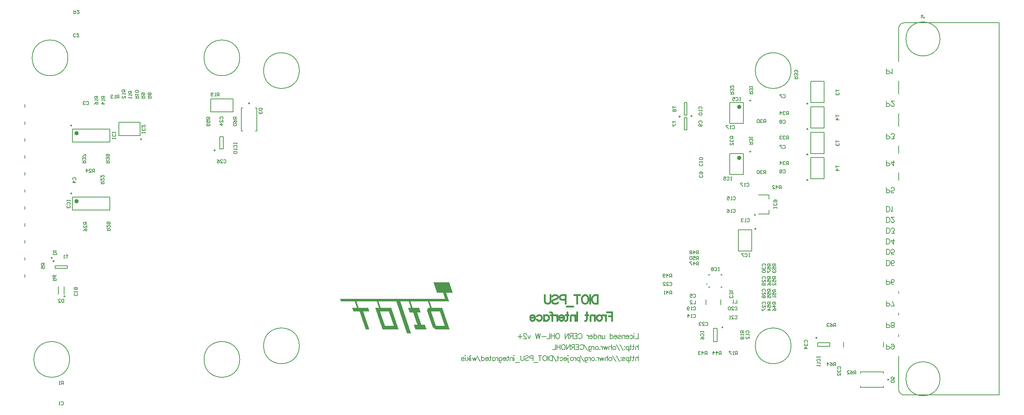
<source format=gbo>
G04*
G04 #@! TF.GenerationSoftware,Altium Limited,Altium Designer,25.4.2 (15)*
G04*
G04 Layer_Color=32896*
%FSLAX44Y44*%
%MOMM*%
G71*
G04*
G04 #@! TF.SameCoordinates,6164A7E8-02EB-4E8E-94B8-B95099DD165E*
G04*
G04*
G04 #@! TF.FilePolarity,Positive*
G04*
G01*
G75*
%ADD10C,0.2000*%
%ADD11C,0.2500*%
%ADD12C,0.1524*%
%ADD39C,0.5000*%
%ADD149C,0.4000*%
G36*
X917087Y271634D02*
X917335D01*
Y271386D01*
Y271138D01*
Y270891D01*
X917582D01*
Y270643D01*
Y270396D01*
Y270148D01*
X917830D01*
Y269900D01*
Y269653D01*
Y269405D01*
X918077D01*
Y269158D01*
Y268910D01*
Y268663D01*
X918325D01*
Y268415D01*
Y268167D01*
Y267920D01*
X918573D01*
Y267672D01*
Y267425D01*
X918820D01*
Y267177D01*
Y266929D01*
Y266682D01*
X919068D01*
Y266434D01*
Y266187D01*
Y265939D01*
X919315D01*
Y265691D01*
Y265444D01*
Y265196D01*
X919563D01*
Y264949D01*
Y264701D01*
Y264454D01*
X919811D01*
Y264206D01*
Y263958D01*
Y263711D01*
X920058D01*
Y263463D01*
Y263216D01*
Y262968D01*
X920306D01*
Y262720D01*
Y262473D01*
Y262225D01*
X920553D01*
Y261978D01*
Y261730D01*
Y261482D01*
X920801D01*
Y261235D01*
Y260987D01*
Y260740D01*
X921049D01*
Y260492D01*
Y260244D01*
X921296D01*
Y259997D01*
Y259749D01*
Y259502D01*
X921544D01*
Y259254D01*
Y259006D01*
Y258759D01*
X921791D01*
Y258511D01*
Y258264D01*
Y258016D01*
X922039D01*
Y257768D01*
Y257521D01*
Y257273D01*
X922287D01*
Y257026D01*
Y256778D01*
Y256530D01*
X922534D01*
Y256283D01*
Y256035D01*
Y255788D01*
X922782D01*
Y255540D01*
Y255293D01*
Y255045D01*
X923029D01*
Y254797D01*
Y254550D01*
Y254302D01*
X923277D01*
Y254055D01*
Y253807D01*
Y253559D01*
X923524D01*
Y253312D01*
Y253064D01*
X923772D01*
Y252817D01*
Y252569D01*
Y252321D01*
X924020D01*
Y252074D01*
Y251826D01*
Y251579D01*
X924267D01*
Y251331D01*
Y251084D01*
Y250836D01*
X924515D01*
Y250588D01*
Y250341D01*
Y250093D01*
X924762D01*
Y249846D01*
Y249598D01*
Y249350D01*
X925010D01*
Y249103D01*
Y248855D01*
Y248608D01*
X925258D01*
Y248360D01*
Y248112D01*
Y247865D01*
X925505D01*
Y247617D01*
Y247370D01*
X939866D01*
Y247122D01*
X940113D01*
Y246874D01*
Y246627D01*
Y246379D01*
X940361D01*
Y246132D01*
Y245884D01*
Y245637D01*
X940608D01*
Y245389D01*
Y245141D01*
Y244894D01*
X940856D01*
Y244646D01*
Y244398D01*
Y244151D01*
X941104D01*
Y243903D01*
Y243656D01*
Y243408D01*
X941351D01*
Y243160D01*
Y242913D01*
Y242665D01*
X941599D01*
Y242418D01*
Y242170D01*
Y241923D01*
X941846D01*
Y241675D01*
Y241427D01*
Y241180D01*
X942094D01*
Y240932D01*
Y240685D01*
Y240437D01*
X942342D01*
Y240189D01*
Y239942D01*
Y239694D01*
X942589D01*
Y239447D01*
Y239199D01*
Y238951D01*
X942837D01*
Y238704D01*
Y238456D01*
Y238209D01*
X943084D01*
Y237961D01*
Y237714D01*
Y237466D01*
X943332D01*
Y237218D01*
Y236971D01*
Y236723D01*
X943579D01*
Y236476D01*
Y236228D01*
Y235980D01*
X943827D01*
Y235733D01*
Y235485D01*
Y235238D01*
X944075D01*
Y234990D01*
Y234742D01*
Y234495D01*
X944322D01*
Y234247D01*
Y234000D01*
Y233752D01*
X944570D01*
Y233504D01*
Y233257D01*
Y233009D01*
X697720D01*
Y232762D01*
X697968D01*
Y232514D01*
Y232267D01*
Y232019D01*
X698215D01*
Y232267D01*
X698463D01*
Y232019D01*
X698215D01*
Y231771D01*
Y231524D01*
X698463D01*
Y231276D01*
Y231028D01*
Y230781D01*
X698711D01*
Y230533D01*
Y230286D01*
X698958D01*
Y230038D01*
Y229790D01*
Y229543D01*
X699206D01*
Y229295D01*
Y229048D01*
X699453D01*
Y228800D01*
Y228553D01*
Y228305D01*
X699701D01*
Y228057D01*
Y227810D01*
Y227562D01*
X699949D01*
Y227315D01*
Y227067D01*
X732383D01*
Y226819D01*
Y226572D01*
Y226324D01*
X732631D01*
Y226077D01*
Y225829D01*
Y225581D01*
X732878D01*
Y225334D01*
Y225086D01*
X733126D01*
Y224839D01*
Y224591D01*
Y224343D01*
X733374D01*
Y224096D01*
Y223848D01*
Y223601D01*
X733621D01*
Y223353D01*
Y223106D01*
Y222858D01*
X733869D01*
Y222610D01*
Y222363D01*
Y222115D01*
X734116D01*
Y221868D01*
Y221620D01*
Y221372D01*
X734364D01*
Y221125D01*
Y220877D01*
Y220630D01*
X734612D01*
Y220382D01*
Y220134D01*
Y219887D01*
X734859D01*
Y219639D01*
Y219392D01*
Y219144D01*
X735107D01*
Y218897D01*
Y218649D01*
Y218401D01*
X735354D01*
Y218154D01*
Y217906D01*
Y217659D01*
X735602D01*
Y217411D01*
Y217163D01*
Y216916D01*
X735850D01*
Y216668D01*
Y216420D01*
Y216173D01*
X736097D01*
Y215925D01*
Y215678D01*
Y215430D01*
X736345D01*
Y215183D01*
Y214935D01*
Y214687D01*
X736592D01*
Y214440D01*
Y214192D01*
Y213945D01*
X736840D01*
Y213697D01*
Y213449D01*
Y213202D01*
X737087D01*
Y212954D01*
Y212707D01*
Y212459D01*
X737335D01*
Y212211D01*
Y211964D01*
Y211716D01*
X737583D01*
Y211469D01*
X726441D01*
Y211221D01*
Y210973D01*
Y210726D01*
X726689D01*
Y210478D01*
Y210231D01*
Y209983D01*
X726936D01*
Y209736D01*
Y209488D01*
Y209240D01*
X727184D01*
Y208993D01*
Y208745D01*
Y208498D01*
X727431D01*
Y208250D01*
Y208002D01*
Y207755D01*
X727679D01*
Y207507D01*
Y207260D01*
X727926D01*
Y207012D01*
Y206765D01*
Y206517D01*
X728174D01*
Y206269D01*
Y206022D01*
Y205774D01*
X728422D01*
Y205527D01*
Y205279D01*
Y205031D01*
X728669D01*
Y204784D01*
Y204536D01*
Y204289D01*
X728917D01*
Y204041D01*
Y203793D01*
Y203546D01*
X729165D01*
Y203298D01*
X743773D01*
Y203051D01*
Y202803D01*
Y202555D01*
X744020D01*
Y202308D01*
Y202060D01*
Y201813D01*
X744268D01*
Y201565D01*
Y201317D01*
Y201070D01*
X744515D01*
Y200822D01*
Y200575D01*
Y200327D01*
X744763D01*
Y200079D01*
Y199832D01*
Y199584D01*
X745010D01*
Y199337D01*
Y199089D01*
Y198841D01*
X745258D01*
Y198594D01*
Y198346D01*
X745506D01*
Y198099D01*
Y197851D01*
Y197603D01*
X745753D01*
Y197356D01*
Y197108D01*
Y196861D01*
X746001D01*
Y196613D01*
Y196366D01*
Y196118D01*
X746248D01*
Y195870D01*
Y195623D01*
Y195375D01*
X746496D01*
Y195128D01*
Y194880D01*
Y194632D01*
X746744D01*
Y194385D01*
Y194137D01*
Y193890D01*
X746991D01*
Y193642D01*
Y193395D01*
Y193147D01*
X747239D01*
Y192899D01*
Y192652D01*
Y192404D01*
X747486D01*
Y192157D01*
Y191909D01*
Y191661D01*
X747734D01*
Y191414D01*
Y191166D01*
Y190919D01*
X747981D01*
Y190671D01*
Y190423D01*
Y190176D01*
X748229D01*
Y189928D01*
Y189681D01*
Y189433D01*
X748477D01*
Y189185D01*
Y188938D01*
Y188690D01*
X748724D01*
Y188443D01*
Y188195D01*
Y187947D01*
X748972D01*
Y187700D01*
Y187452D01*
Y187205D01*
X749220D01*
Y186957D01*
Y186709D01*
Y186462D01*
X749467D01*
Y186214D01*
Y185967D01*
X749715D01*
Y185719D01*
Y185471D01*
Y185224D01*
X749962D01*
Y184976D01*
Y184729D01*
Y184481D01*
X750210D01*
Y184233D01*
Y183986D01*
Y183738D01*
X750458D01*
Y183491D01*
Y183243D01*
Y182996D01*
X750705D01*
Y182748D01*
Y182500D01*
Y182253D01*
X750953D01*
Y182005D01*
Y181758D01*
Y181510D01*
X751200D01*
Y181262D01*
Y181015D01*
Y180767D01*
X751448D01*
Y180520D01*
Y180272D01*
Y180025D01*
X751695D01*
Y179777D01*
Y179529D01*
Y179282D01*
X751943D01*
Y179034D01*
Y178787D01*
Y178539D01*
X752191D01*
Y178291D01*
Y178044D01*
Y177796D01*
X752438D01*
Y177549D01*
Y177301D01*
Y177053D01*
X752686D01*
Y176806D01*
Y176558D01*
Y176311D01*
X752933D01*
Y176063D01*
Y175815D01*
Y175568D01*
X753181D01*
Y175320D01*
Y175073D01*
Y174825D01*
X753429D01*
Y174578D01*
Y174330D01*
Y174082D01*
X753676D01*
Y173835D01*
Y173587D01*
Y173340D01*
X753924D01*
Y173092D01*
Y172844D01*
X754171D01*
Y172597D01*
Y172349D01*
Y172101D01*
X754419D01*
Y171854D01*
Y171606D01*
Y171359D01*
X754667D01*
Y171111D01*
Y170864D01*
Y170616D01*
X754914D01*
Y170368D01*
Y170121D01*
Y169873D01*
X755162D01*
Y169626D01*
Y169378D01*
Y169130D01*
X755409D01*
Y168883D01*
Y168635D01*
Y168388D01*
X755657D01*
Y168140D01*
Y167892D01*
Y167645D01*
X755904D01*
Y167397D01*
Y167150D01*
Y166902D01*
X756152D01*
Y166654D01*
Y166407D01*
Y166159D01*
X756400D01*
Y165912D01*
Y165664D01*
Y165417D01*
X756647D01*
Y165169D01*
Y164921D01*
Y164674D01*
X756895D01*
Y164426D01*
Y164179D01*
Y163931D01*
X757142D01*
Y163683D01*
Y163436D01*
Y163188D01*
X757390D01*
Y162941D01*
Y162693D01*
Y162445D01*
X757638D01*
Y162198D01*
Y161950D01*
Y161703D01*
X757885D01*
Y161455D01*
Y161207D01*
Y160960D01*
X758133D01*
Y160712D01*
X766551D01*
Y160960D01*
X766303D01*
Y161207D01*
Y161455D01*
Y161703D01*
X766056D01*
Y161950D01*
Y162198D01*
Y162445D01*
X765808D01*
Y162693D01*
Y162941D01*
Y163188D01*
X765561D01*
Y163436D01*
Y163683D01*
Y163931D01*
X765313D01*
Y164179D01*
Y164426D01*
Y164674D01*
X765065D01*
Y164921D01*
Y165169D01*
Y165417D01*
X764818D01*
Y165664D01*
Y165912D01*
Y166159D01*
X764570D01*
Y166407D01*
Y166654D01*
Y166902D01*
X764323D01*
Y167150D01*
Y167397D01*
Y167645D01*
X764075D01*
Y167892D01*
Y168140D01*
Y168388D01*
X763827D01*
Y168635D01*
Y168883D01*
Y169130D01*
X763580D01*
Y169378D01*
Y169626D01*
Y169873D01*
X763332D01*
Y170121D01*
Y170368D01*
Y170616D01*
X763085D01*
Y170864D01*
Y171111D01*
Y171359D01*
X762837D01*
Y171606D01*
Y171854D01*
Y172101D01*
X762589D01*
Y172349D01*
Y172597D01*
Y172844D01*
X762342D01*
Y173092D01*
Y173340D01*
X762094D01*
Y173587D01*
Y173835D01*
Y174082D01*
X761847D01*
Y174330D01*
Y174578D01*
Y174825D01*
X761599D01*
Y175073D01*
Y175320D01*
Y175568D01*
X761351D01*
Y175815D01*
Y176063D01*
Y176311D01*
X761104D01*
Y176558D01*
Y176806D01*
Y177053D01*
X760856D01*
Y177301D01*
Y177549D01*
Y177796D01*
X760609D01*
Y178044D01*
Y178291D01*
Y178539D01*
X760361D01*
Y178787D01*
Y179034D01*
Y179282D01*
X760114D01*
Y179529D01*
Y179777D01*
Y180025D01*
X759866D01*
Y180272D01*
Y180520D01*
Y180767D01*
X759618D01*
Y181015D01*
Y181262D01*
Y181510D01*
X759371D01*
Y181758D01*
Y182005D01*
Y182253D01*
X759123D01*
Y182500D01*
Y182748D01*
Y182996D01*
X758876D01*
Y183243D01*
Y183491D01*
Y183738D01*
X758628D01*
Y183986D01*
Y184233D01*
Y184481D01*
X758380D01*
Y184729D01*
Y184976D01*
Y185224D01*
X758133D01*
Y185471D01*
Y185719D01*
Y185967D01*
X757885D01*
Y186214D01*
Y186462D01*
X757638D01*
Y186709D01*
Y186957D01*
Y187205D01*
X757390D01*
Y187452D01*
Y187700D01*
Y187947D01*
X757142D01*
Y188195D01*
Y188443D01*
Y188690D01*
X756895D01*
Y188938D01*
Y189185D01*
Y189433D01*
X756647D01*
Y189681D01*
Y189928D01*
Y190176D01*
X756400D01*
Y190423D01*
Y190671D01*
Y190919D01*
X756152D01*
Y191166D01*
Y191414D01*
Y191661D01*
X755904D01*
Y191909D01*
Y192157D01*
Y192404D01*
X755657D01*
Y192652D01*
Y192899D01*
Y193147D01*
X755409D01*
Y193395D01*
Y193642D01*
Y193890D01*
X755162D01*
Y194137D01*
Y194385D01*
Y194632D01*
X754914D01*
Y194880D01*
Y195128D01*
Y195375D01*
X754667D01*
Y195623D01*
Y195870D01*
Y196118D01*
X754419D01*
Y196366D01*
Y196613D01*
Y196861D01*
X754171D01*
Y197108D01*
Y197356D01*
Y197603D01*
X753924D01*
Y197851D01*
Y198099D01*
Y198346D01*
X753676D01*
Y198594D01*
Y198841D01*
X753429D01*
Y199089D01*
Y199337D01*
Y199584D01*
X753181D01*
Y199832D01*
Y200079D01*
Y200327D01*
X752933D01*
Y200575D01*
Y200822D01*
Y201070D01*
X752686D01*
Y201317D01*
Y201565D01*
Y201813D01*
X752438D01*
Y202060D01*
Y202308D01*
Y202555D01*
X752191D01*
Y202803D01*
Y203051D01*
Y203298D01*
X766551D01*
Y203546D01*
Y203793D01*
X766303D01*
Y204041D01*
Y204289D01*
Y204536D01*
X766056D01*
Y204784D01*
Y205031D01*
Y205279D01*
X765808D01*
Y205527D01*
Y205774D01*
Y206022D01*
X765561D01*
Y206269D01*
Y206517D01*
Y206765D01*
X765313D01*
Y207012D01*
Y207260D01*
Y207507D01*
X765065D01*
Y207755D01*
Y208002D01*
Y208250D01*
X764818D01*
Y208498D01*
Y208745D01*
Y208993D01*
X764570D01*
Y209240D01*
Y209488D01*
Y209736D01*
X764323D01*
Y209983D01*
Y210231D01*
Y210478D01*
X764075D01*
Y210726D01*
Y210973D01*
Y211221D01*
X763827D01*
Y211469D01*
X741296D01*
Y211716D01*
Y211964D01*
Y212211D01*
X741049D01*
Y212459D01*
Y212707D01*
Y212954D01*
X740801D01*
Y213202D01*
Y213449D01*
Y213697D01*
X740554D01*
Y213945D01*
Y214192D01*
Y214440D01*
X740306D01*
Y214687D01*
Y214935D01*
Y215183D01*
X740059D01*
Y215430D01*
Y215678D01*
Y215925D01*
X739811D01*
Y216173D01*
Y216420D01*
Y216668D01*
X739563D01*
Y216916D01*
Y217163D01*
Y217411D01*
X739316D01*
Y217659D01*
Y217906D01*
Y218154D01*
X739068D01*
Y218401D01*
Y218649D01*
Y218897D01*
X738821D01*
Y219144D01*
Y219392D01*
Y219639D01*
X738573D01*
Y219887D01*
Y220134D01*
Y220382D01*
X738325D01*
Y220630D01*
Y220877D01*
Y221125D01*
X738078D01*
Y221372D01*
Y221620D01*
Y221868D01*
X737830D01*
Y222115D01*
Y222363D01*
Y222610D01*
X737583D01*
Y222858D01*
Y223106D01*
Y223353D01*
X737335D01*
Y223601D01*
Y223848D01*
Y224096D01*
X737087D01*
Y224343D01*
Y224591D01*
Y224839D01*
X736840D01*
Y225086D01*
Y225334D01*
Y225581D01*
X736592D01*
Y225829D01*
Y226077D01*
Y226324D01*
X736345D01*
Y226572D01*
Y226819D01*
Y227067D01*
X784130D01*
Y226819D01*
Y226572D01*
X784378D01*
Y226324D01*
Y226077D01*
Y225829D01*
X784625D01*
Y225581D01*
Y225334D01*
Y225086D01*
X784873D01*
Y224839D01*
Y224591D01*
X785120D01*
Y224343D01*
Y224096D01*
Y223848D01*
X785368D01*
Y223601D01*
Y223353D01*
Y223106D01*
X785616D01*
Y222858D01*
Y222610D01*
Y222363D01*
X785863D01*
Y222115D01*
Y221868D01*
Y221620D01*
X786111D01*
Y221372D01*
Y221125D01*
Y220877D01*
X786358D01*
Y220630D01*
Y220382D01*
Y220134D01*
X786606D01*
Y219887D01*
Y219639D01*
Y219392D01*
X786853D01*
Y219144D01*
Y218897D01*
Y218649D01*
X787101D01*
Y218401D01*
Y218154D01*
Y217906D01*
X787349D01*
Y217659D01*
Y217411D01*
Y217163D01*
X787596D01*
Y216916D01*
Y216668D01*
Y216420D01*
X787844D01*
Y216173D01*
Y215925D01*
Y215678D01*
X788092D01*
Y215430D01*
Y215183D01*
Y214935D01*
X788339D01*
Y214687D01*
Y214440D01*
Y214192D01*
X788587D01*
Y213945D01*
Y213697D01*
Y213449D01*
X788834D01*
Y213202D01*
Y212954D01*
Y212707D01*
X789082D01*
Y212459D01*
Y212211D01*
Y211964D01*
X789330D01*
Y211716D01*
Y211469D01*
X780416D01*
Y211221D01*
X780664D01*
Y210973D01*
Y210726D01*
X780911D01*
Y210478D01*
Y210231D01*
Y209983D01*
X781159D01*
Y209736D01*
Y209488D01*
Y209240D01*
X781406D01*
Y208993D01*
Y208745D01*
Y208498D01*
X781654D01*
Y208250D01*
Y208002D01*
Y207755D01*
X781902D01*
Y207507D01*
Y207260D01*
Y207012D01*
X782149D01*
Y206765D01*
Y206517D01*
Y206269D01*
X782397D01*
Y206022D01*
Y205774D01*
Y205527D01*
X782645D01*
Y205279D01*
Y205031D01*
Y204784D01*
X782892D01*
Y204536D01*
Y204289D01*
Y204041D01*
X783140D01*
Y203793D01*
Y203546D01*
Y203298D01*
X783387D01*
Y203051D01*
Y202803D01*
Y202555D01*
X783635D01*
Y202308D01*
Y202060D01*
Y201813D01*
X783882D01*
Y201565D01*
Y201317D01*
Y201070D01*
X784130D01*
Y200822D01*
Y200575D01*
Y200327D01*
X784378D01*
Y200079D01*
Y199832D01*
Y199584D01*
X784625D01*
Y199337D01*
Y199089D01*
Y198841D01*
X784873D01*
Y198594D01*
Y198346D01*
X785120D01*
Y198099D01*
Y197851D01*
Y197603D01*
X785368D01*
Y197356D01*
Y197108D01*
Y196861D01*
X785616D01*
Y196613D01*
Y196366D01*
Y196118D01*
X785863D01*
Y195870D01*
Y195623D01*
Y195375D01*
X786111D01*
Y195128D01*
Y194880D01*
Y194632D01*
X786358D01*
Y194385D01*
Y194137D01*
Y193890D01*
X786606D01*
Y193642D01*
Y193395D01*
Y193147D01*
X786853D01*
Y192899D01*
Y192652D01*
Y192404D01*
X787101D01*
Y192157D01*
Y191909D01*
Y191661D01*
X787349D01*
Y191414D01*
Y191166D01*
Y190919D01*
X787596D01*
Y190671D01*
Y190423D01*
Y190176D01*
X787844D01*
Y189928D01*
Y189681D01*
Y189433D01*
X788092D01*
Y189185D01*
Y188938D01*
Y188690D01*
X788339D01*
Y188443D01*
Y188195D01*
Y187947D01*
X788587D01*
Y187700D01*
Y187452D01*
Y187205D01*
X788834D01*
Y186957D01*
Y186709D01*
Y186462D01*
X789082D01*
Y186214D01*
Y185967D01*
X789330D01*
Y185719D01*
Y185471D01*
Y185224D01*
X789577D01*
Y184976D01*
Y184729D01*
Y184481D01*
X789825D01*
Y184233D01*
Y183986D01*
Y183738D01*
X790072D01*
Y183491D01*
Y183243D01*
Y182996D01*
X790320D01*
Y182748D01*
Y182500D01*
Y182253D01*
X790567D01*
Y182005D01*
Y181758D01*
Y181510D01*
X790815D01*
Y181262D01*
Y181015D01*
Y180767D01*
X791063D01*
Y180520D01*
Y180272D01*
Y180025D01*
X791310D01*
Y179777D01*
Y179529D01*
Y179282D01*
X791558D01*
Y179034D01*
Y178787D01*
Y178539D01*
X791805D01*
Y178291D01*
Y178044D01*
Y177796D01*
X792053D01*
Y177549D01*
Y177301D01*
Y177053D01*
X792301D01*
Y176806D01*
Y176558D01*
Y176311D01*
X792548D01*
Y176063D01*
Y175815D01*
Y175568D01*
X792796D01*
Y175320D01*
Y175073D01*
Y174825D01*
X793043D01*
Y174578D01*
Y174330D01*
Y174082D01*
X793291D01*
Y173835D01*
Y173587D01*
Y173340D01*
X793539D01*
Y173092D01*
Y172844D01*
X793786D01*
Y172597D01*
Y172349D01*
Y172101D01*
X794034D01*
Y171854D01*
Y171606D01*
Y171359D01*
X794281D01*
Y171111D01*
Y170864D01*
Y170616D01*
X794529D01*
Y170368D01*
Y170121D01*
Y169873D01*
X794777D01*
Y169626D01*
Y169378D01*
Y169130D01*
X795024D01*
Y168883D01*
Y168635D01*
Y168388D01*
X795272D01*
Y168140D01*
Y167892D01*
Y167645D01*
X795519D01*
Y167397D01*
Y167150D01*
Y166902D01*
X795767D01*
Y166654D01*
Y166407D01*
Y166159D01*
X796014D01*
Y165912D01*
Y165664D01*
Y165417D01*
X796262D01*
Y165169D01*
Y164921D01*
Y164674D01*
X796510D01*
Y164426D01*
Y164179D01*
Y163931D01*
X796757D01*
Y163683D01*
Y163436D01*
Y163188D01*
X797005D01*
Y162941D01*
Y162693D01*
Y162445D01*
X797252D01*
Y162198D01*
Y161950D01*
Y161703D01*
X797500D01*
Y161455D01*
Y161207D01*
Y160960D01*
X797748D01*
Y160712D01*
X835382D01*
Y160960D01*
X835134D01*
Y161207D01*
Y161455D01*
Y161703D01*
X834886D01*
Y161950D01*
Y162198D01*
Y162445D01*
X834639D01*
Y162693D01*
Y162941D01*
Y163188D01*
X834391D01*
Y163436D01*
Y163683D01*
Y163931D01*
X834144D01*
Y164179D01*
Y164426D01*
Y164674D01*
X833896D01*
Y164921D01*
Y165169D01*
Y165417D01*
X833649D01*
Y165664D01*
Y165912D01*
Y166159D01*
X833401D01*
Y166407D01*
Y166654D01*
Y166902D01*
X833153D01*
Y167150D01*
Y167397D01*
Y167645D01*
X832906D01*
Y167892D01*
Y168140D01*
Y168388D01*
X832658D01*
Y168635D01*
Y168883D01*
Y169130D01*
X832411D01*
Y169378D01*
Y169626D01*
Y169873D01*
X832163D01*
Y170121D01*
Y170368D01*
Y170616D01*
X831915D01*
Y170864D01*
Y171111D01*
Y171359D01*
X831668D01*
Y171606D01*
Y171854D01*
Y172101D01*
X831420D01*
Y172349D01*
Y172597D01*
Y172844D01*
X831173D01*
Y173092D01*
Y173340D01*
X830925D01*
Y173587D01*
Y173835D01*
Y174082D01*
X830677D01*
Y174330D01*
Y174578D01*
Y174825D01*
X830430D01*
Y175073D01*
Y175320D01*
Y175568D01*
X830182D01*
Y175815D01*
Y176063D01*
Y176311D01*
X829935D01*
Y176558D01*
Y176806D01*
Y177053D01*
X829687D01*
Y177301D01*
Y177549D01*
Y177796D01*
X829439D01*
Y178044D01*
Y178291D01*
Y178539D01*
X829192D01*
Y178787D01*
Y179034D01*
Y179282D01*
X828944D01*
Y179529D01*
Y179777D01*
Y180025D01*
X828697D01*
Y180272D01*
Y180520D01*
Y180767D01*
X828449D01*
Y181015D01*
Y181262D01*
Y181510D01*
X828202D01*
Y181758D01*
Y182005D01*
Y182253D01*
X827954D01*
Y182500D01*
Y182748D01*
Y182996D01*
X827706D01*
Y183243D01*
Y183491D01*
Y183738D01*
X827459D01*
Y183986D01*
Y184233D01*
Y184481D01*
X827211D01*
Y184729D01*
Y184976D01*
Y185224D01*
X826964D01*
Y185471D01*
Y185719D01*
Y185967D01*
X826716D01*
Y186214D01*
Y186462D01*
X826468D01*
Y186709D01*
Y186957D01*
Y187205D01*
X826221D01*
Y187452D01*
Y187700D01*
Y187947D01*
X825973D01*
Y188195D01*
Y188443D01*
Y188690D01*
X825725D01*
Y188938D01*
Y189185D01*
Y189433D01*
X825478D01*
Y189681D01*
Y189928D01*
Y190176D01*
X825230D01*
Y190423D01*
Y190671D01*
Y190919D01*
X824983D01*
Y191166D01*
Y191414D01*
Y191661D01*
X824735D01*
Y191909D01*
Y192157D01*
Y192404D01*
X824488D01*
Y192652D01*
Y192899D01*
Y193147D01*
X824240D01*
Y193395D01*
Y193642D01*
Y193890D01*
X823992D01*
Y194137D01*
Y194385D01*
Y194632D01*
X823745D01*
Y194880D01*
Y195128D01*
Y195375D01*
X823497D01*
Y195623D01*
Y195870D01*
Y196118D01*
X823250D01*
Y196366D01*
Y196613D01*
Y196861D01*
X823002D01*
Y197108D01*
Y197356D01*
Y197603D01*
X822754D01*
Y197851D01*
Y198099D01*
Y198346D01*
X822507D01*
Y198594D01*
Y198841D01*
X822259D01*
Y199089D01*
Y199337D01*
Y199584D01*
X822012D01*
Y199832D01*
Y200079D01*
Y200327D01*
X821764D01*
Y200575D01*
Y200822D01*
Y201070D01*
X821516D01*
Y201317D01*
Y201565D01*
Y201813D01*
X821269D01*
Y202060D01*
Y202308D01*
Y202555D01*
X821021D01*
Y202803D01*
Y203051D01*
Y203298D01*
X820774D01*
Y203546D01*
Y203793D01*
Y204041D01*
X820526D01*
Y204289D01*
Y204536D01*
Y204784D01*
X820278D01*
Y205031D01*
Y205279D01*
Y205527D01*
X820031D01*
Y205774D01*
Y206022D01*
Y206269D01*
X819783D01*
Y206517D01*
Y206765D01*
Y207012D01*
X819536D01*
Y207260D01*
Y207507D01*
Y207755D01*
X819288D01*
Y208002D01*
Y208250D01*
Y208498D01*
X819041D01*
Y208745D01*
Y208993D01*
Y209240D01*
X818793D01*
Y209488D01*
Y209736D01*
Y209983D01*
X818545D01*
Y210231D01*
Y210478D01*
Y210726D01*
X818298D01*
Y210973D01*
Y211221D01*
X818050D01*
Y211469D01*
X793291D01*
Y211716D01*
X793043D01*
Y211964D01*
Y212211D01*
Y212459D01*
X792796D01*
Y212707D01*
Y212954D01*
Y213202D01*
X792548D01*
Y213449D01*
Y213697D01*
Y213945D01*
X792301D01*
Y214192D01*
Y214440D01*
Y214687D01*
X792053D01*
Y214935D01*
Y215183D01*
Y215430D01*
X791805D01*
Y215678D01*
Y215925D01*
Y216173D01*
X791558D01*
Y216420D01*
Y216668D01*
Y216916D01*
X791310D01*
Y217163D01*
Y217411D01*
Y217659D01*
X791063D01*
Y217906D01*
Y218154D01*
Y218401D01*
X790815D01*
Y218649D01*
Y218897D01*
Y219144D01*
X790567D01*
Y219392D01*
Y219639D01*
Y219887D01*
X790320D01*
Y220134D01*
Y220382D01*
Y220630D01*
X790072D01*
Y220877D01*
Y221125D01*
Y221372D01*
X789825D01*
Y221620D01*
Y221868D01*
Y222115D01*
X789577D01*
Y222363D01*
Y222610D01*
Y222858D01*
X789330D01*
Y223106D01*
Y223353D01*
Y223601D01*
X789082D01*
Y223848D01*
Y224096D01*
Y224343D01*
X788834D01*
Y224591D01*
Y224839D01*
Y225086D01*
X788587D01*
Y225334D01*
Y225581D01*
Y225829D01*
X788339D01*
Y226077D01*
Y226324D01*
Y226572D01*
X788092D01*
Y226819D01*
Y227067D01*
X829935D01*
Y226819D01*
Y226572D01*
X830182D01*
Y226324D01*
Y226077D01*
Y225829D01*
X830430D01*
Y225581D01*
Y225334D01*
Y225086D01*
X830677D01*
Y224839D01*
Y224591D01*
Y224343D01*
X830925D01*
Y224096D01*
Y223848D01*
Y223601D01*
X831173D01*
Y223353D01*
Y223106D01*
Y222858D01*
X831420D01*
Y222610D01*
Y222363D01*
Y222115D01*
X831668D01*
Y221868D01*
Y221620D01*
Y221372D01*
X831915D01*
Y221125D01*
Y220877D01*
Y220630D01*
X832163D01*
Y220382D01*
Y220134D01*
Y219887D01*
X832411D01*
Y219639D01*
Y219392D01*
Y219144D01*
X832658D01*
Y218897D01*
Y218649D01*
Y218401D01*
X832906D01*
Y218154D01*
Y217906D01*
Y217659D01*
X833153D01*
Y217411D01*
Y217163D01*
Y216916D01*
X833401D01*
Y216668D01*
Y216420D01*
Y216173D01*
X833649D01*
Y215925D01*
Y215678D01*
Y215430D01*
X833896D01*
Y215183D01*
Y214935D01*
Y214687D01*
X834144D01*
Y214440D01*
Y214192D01*
Y213945D01*
X834391D01*
Y213697D01*
Y213449D01*
Y213202D01*
X834639D01*
Y212954D01*
Y212707D01*
Y212459D01*
X834886D01*
Y212211D01*
Y211964D01*
Y211716D01*
X835134D01*
Y211469D01*
Y211221D01*
Y210973D01*
X835382D01*
Y210726D01*
Y210478D01*
Y210231D01*
X835629D01*
Y209983D01*
Y209736D01*
Y209488D01*
X835877D01*
Y209240D01*
Y208993D01*
Y208745D01*
X836124D01*
Y208498D01*
Y208250D01*
Y208002D01*
X836372D01*
Y207755D01*
Y207507D01*
Y207260D01*
X836620D01*
Y207012D01*
Y206765D01*
Y206517D01*
X836867D01*
Y206269D01*
Y206022D01*
Y205774D01*
X837115D01*
Y205527D01*
Y205279D01*
Y205031D01*
X837362D01*
Y204784D01*
Y204536D01*
Y204289D01*
X837610D01*
Y204041D01*
Y203793D01*
Y203546D01*
X837858D01*
Y203298D01*
Y203051D01*
Y202803D01*
X838105D01*
Y202555D01*
Y202308D01*
Y202060D01*
X838353D01*
Y201813D01*
Y201565D01*
Y201317D01*
X838600D01*
Y201070D01*
Y200822D01*
Y200575D01*
X838848D01*
Y200327D01*
Y200079D01*
Y199832D01*
X839096D01*
Y199584D01*
Y199337D01*
Y199089D01*
X839343D01*
Y198841D01*
Y198594D01*
Y198346D01*
X839591D01*
Y198099D01*
Y197851D01*
Y197603D01*
X839838D01*
Y197356D01*
Y197108D01*
Y196861D01*
X840086D01*
Y196613D01*
Y196366D01*
Y196118D01*
X840333D01*
Y195870D01*
Y195623D01*
Y195375D01*
X840581D01*
Y195128D01*
Y194880D01*
Y194632D01*
X840829D01*
Y194385D01*
Y194137D01*
Y193890D01*
X841076D01*
Y193642D01*
Y193395D01*
Y193147D01*
X841324D01*
Y192899D01*
Y192652D01*
Y192404D01*
X841571D01*
Y192157D01*
Y191909D01*
Y191661D01*
X841819D01*
Y191414D01*
Y191166D01*
Y190919D01*
X842067D01*
Y190671D01*
Y190423D01*
Y190176D01*
X842314D01*
Y189928D01*
Y189681D01*
Y189433D01*
X842562D01*
Y189185D01*
Y188938D01*
Y188690D01*
X842809D01*
Y188443D01*
Y188195D01*
Y187947D01*
X843057D01*
Y187700D01*
Y187452D01*
Y187205D01*
X843305D01*
Y186957D01*
Y186709D01*
Y186462D01*
X843552D01*
Y186214D01*
Y185967D01*
Y185719D01*
X843800D01*
Y185471D01*
Y185224D01*
Y184976D01*
X844047D01*
Y184729D01*
Y184481D01*
Y184233D01*
X844295D01*
Y183986D01*
Y183738D01*
Y183491D01*
X844543D01*
Y183243D01*
Y182996D01*
Y182748D01*
X844790D01*
Y182500D01*
Y182253D01*
Y182005D01*
X845038D01*
Y181758D01*
Y181510D01*
Y181262D01*
X845285D01*
Y181015D01*
Y180767D01*
Y180520D01*
X845533D01*
Y180272D01*
Y180025D01*
Y179777D01*
X845780D01*
Y179529D01*
Y179282D01*
Y179034D01*
X846028D01*
Y178787D01*
Y178539D01*
Y178291D01*
X846276D01*
Y178044D01*
Y177796D01*
Y177549D01*
X846523D01*
Y177301D01*
Y177053D01*
Y176806D01*
X846771D01*
Y176558D01*
Y176311D01*
Y176063D01*
X847019D01*
Y175815D01*
Y175568D01*
Y175320D01*
X847266D01*
Y175073D01*
Y174825D01*
Y174578D01*
X847514D01*
Y174330D01*
Y174082D01*
Y173835D01*
X847761D01*
Y173587D01*
Y173340D01*
Y173092D01*
X848009D01*
Y172844D01*
Y172597D01*
Y172349D01*
X848256D01*
Y172101D01*
Y171854D01*
Y171606D01*
X848504D01*
Y171359D01*
Y171111D01*
Y170864D01*
X848752D01*
Y170616D01*
Y170368D01*
Y170121D01*
X848999D01*
Y169873D01*
Y169626D01*
Y169378D01*
X849247D01*
Y169130D01*
Y168883D01*
Y168635D01*
X849494D01*
Y168388D01*
Y168140D01*
Y167892D01*
X849742D01*
Y167645D01*
Y167397D01*
Y167150D01*
X849990D01*
Y166902D01*
Y166654D01*
Y166407D01*
X850237D01*
Y166159D01*
Y165912D01*
Y165664D01*
X850485D01*
Y165417D01*
Y165169D01*
Y164921D01*
X850732D01*
Y164674D01*
Y164426D01*
Y164179D01*
X850980D01*
Y163931D01*
Y163683D01*
Y163436D01*
X851228D01*
Y163188D01*
Y162941D01*
Y162693D01*
X851475D01*
Y162445D01*
Y162198D01*
Y161950D01*
X851723D01*
Y161703D01*
Y161455D01*
Y161207D01*
X851970D01*
Y160960D01*
Y160712D01*
Y160465D01*
X852218D01*
Y160217D01*
Y159970D01*
Y159722D01*
X852466D01*
Y159474D01*
Y159227D01*
Y158979D01*
X852713D01*
Y158731D01*
Y158484D01*
Y158236D01*
X852961D01*
Y157989D01*
Y157741D01*
Y157494D01*
X853208D01*
Y157246D01*
Y156998D01*
Y156751D01*
X853456D01*
Y156503D01*
Y156256D01*
Y156008D01*
X853704D01*
Y155760D01*
Y155513D01*
Y155265D01*
X853951D01*
Y155018D01*
Y154770D01*
Y154522D01*
X854199D01*
Y154275D01*
Y154027D01*
Y153780D01*
X854446D01*
Y153532D01*
Y153285D01*
Y153037D01*
X854694D01*
Y152789D01*
Y152542D01*
Y152294D01*
X854941D01*
Y152046D01*
Y151799D01*
Y151551D01*
X855189D01*
Y151304D01*
X864597D01*
Y151551D01*
X864350D01*
Y151799D01*
Y152046D01*
Y152294D01*
X864102D01*
Y152542D01*
Y152789D01*
Y153037D01*
X863855D01*
Y153285D01*
Y153532D01*
Y153780D01*
X863607D01*
Y154027D01*
Y154275D01*
Y154522D01*
X863360D01*
Y154770D01*
Y155018D01*
Y155265D01*
X863112D01*
Y155513D01*
Y155760D01*
Y156008D01*
X862864D01*
Y156256D01*
Y156503D01*
Y156751D01*
X862617D01*
Y156998D01*
Y157246D01*
Y157494D01*
X862369D01*
Y157741D01*
Y157989D01*
Y158236D01*
X862122D01*
Y158484D01*
Y158731D01*
Y158979D01*
X861874D01*
Y159227D01*
Y159474D01*
Y159722D01*
X861626D01*
Y159970D01*
Y160217D01*
Y160465D01*
X861379D01*
Y160712D01*
Y160960D01*
Y161207D01*
X861131D01*
Y161455D01*
Y161703D01*
Y161950D01*
X860884D01*
Y162198D01*
Y162445D01*
Y162693D01*
X860636D01*
Y162941D01*
Y163188D01*
Y163436D01*
X860388D01*
Y163683D01*
Y163931D01*
Y164179D01*
X860141D01*
Y164426D01*
Y164674D01*
Y164921D01*
X859893D01*
Y165169D01*
Y165417D01*
Y165664D01*
X859646D01*
Y165912D01*
Y166159D01*
Y166407D01*
X859398D01*
Y166654D01*
Y166902D01*
Y167150D01*
X859150D01*
Y167397D01*
Y167645D01*
Y167892D01*
X858903D01*
Y168140D01*
Y168388D01*
Y168635D01*
X858655D01*
Y168883D01*
Y169130D01*
Y169378D01*
X858408D01*
Y169626D01*
Y169873D01*
Y170121D01*
X858160D01*
Y170368D01*
Y170616D01*
Y170864D01*
X857913D01*
Y171111D01*
Y171359D01*
Y171606D01*
X857665D01*
Y171854D01*
Y172101D01*
Y172349D01*
X857417D01*
Y172597D01*
Y172844D01*
Y173092D01*
X857170D01*
Y173340D01*
Y173587D01*
Y173835D01*
X856922D01*
Y174082D01*
Y174330D01*
Y174578D01*
X856675D01*
Y174825D01*
Y175073D01*
Y175320D01*
X856427D01*
Y175568D01*
Y175815D01*
Y176063D01*
X856179D01*
Y176311D01*
Y176558D01*
Y176806D01*
X855932D01*
Y177053D01*
Y177301D01*
Y177549D01*
X855684D01*
Y177796D01*
Y178044D01*
Y178291D01*
X855437D01*
Y178539D01*
Y178787D01*
Y179034D01*
X855189D01*
Y179282D01*
Y179529D01*
Y179777D01*
X854941D01*
Y180025D01*
Y180272D01*
Y180520D01*
X854694D01*
Y180767D01*
Y181015D01*
Y181262D01*
X854446D01*
Y181510D01*
Y181758D01*
Y182005D01*
X854199D01*
Y182253D01*
Y182500D01*
Y182748D01*
X853951D01*
Y182996D01*
Y183243D01*
Y183491D01*
X853704D01*
Y183738D01*
Y183986D01*
Y184233D01*
X853456D01*
Y184481D01*
Y184729D01*
Y184976D01*
X853208D01*
Y185224D01*
Y185471D01*
Y185719D01*
X852961D01*
Y185967D01*
Y186214D01*
Y186462D01*
X852713D01*
Y186709D01*
Y186957D01*
Y187205D01*
X852466D01*
Y187452D01*
Y187700D01*
Y187947D01*
X852218D01*
Y188195D01*
Y188443D01*
Y188690D01*
X851970D01*
Y188938D01*
Y189185D01*
Y189433D01*
X851723D01*
Y189681D01*
Y189928D01*
Y190176D01*
X851475D01*
Y190423D01*
Y190671D01*
Y190919D01*
X851228D01*
Y191166D01*
Y191414D01*
Y191661D01*
X850980D01*
Y191909D01*
Y192157D01*
Y192404D01*
X850732D01*
Y192652D01*
Y192899D01*
Y193147D01*
X850485D01*
Y193395D01*
Y193642D01*
Y193890D01*
X850237D01*
Y194137D01*
Y194385D01*
Y194632D01*
X849990D01*
Y194880D01*
Y195128D01*
Y195375D01*
X849742D01*
Y195623D01*
Y195870D01*
Y196118D01*
X849494D01*
Y196366D01*
Y196613D01*
Y196861D01*
X849247D01*
Y197108D01*
Y197356D01*
Y197603D01*
X848999D01*
Y197851D01*
Y198099D01*
Y198346D01*
X848752D01*
Y198594D01*
Y198841D01*
Y199089D01*
X848504D01*
Y199337D01*
Y199584D01*
Y199832D01*
X848256D01*
Y200079D01*
Y200327D01*
Y200575D01*
X848009D01*
Y200822D01*
Y201070D01*
Y201317D01*
X847761D01*
Y201565D01*
Y201813D01*
Y202060D01*
X847514D01*
Y202308D01*
Y202555D01*
Y202803D01*
X847266D01*
Y203051D01*
Y203298D01*
Y203546D01*
X847019D01*
Y203793D01*
Y204041D01*
Y204289D01*
X846771D01*
Y204536D01*
Y204784D01*
Y205031D01*
X846523D01*
Y205279D01*
Y205527D01*
Y205774D01*
X846276D01*
Y206022D01*
Y206269D01*
Y206517D01*
X846028D01*
Y206765D01*
Y207012D01*
Y207260D01*
X845780D01*
Y207507D01*
Y207755D01*
Y208002D01*
X845533D01*
Y208250D01*
Y208498D01*
Y208745D01*
X845285D01*
Y208993D01*
Y209240D01*
Y209488D01*
X845038D01*
Y209736D01*
Y209983D01*
Y210231D01*
X844790D01*
Y210478D01*
Y210726D01*
Y210973D01*
X844543D01*
Y211221D01*
Y211469D01*
Y211716D01*
X844295D01*
Y211964D01*
Y212211D01*
Y212459D01*
X844047D01*
Y212707D01*
Y212954D01*
Y213202D01*
X843800D01*
Y213449D01*
Y213697D01*
Y213945D01*
X843552D01*
Y214192D01*
Y214440D01*
Y214687D01*
X843305D01*
Y214935D01*
Y215183D01*
Y215430D01*
X843057D01*
Y215678D01*
Y215925D01*
Y216173D01*
X842809D01*
Y216420D01*
Y216668D01*
Y216916D01*
X842562D01*
Y217163D01*
Y217411D01*
Y217659D01*
X842314D01*
Y217906D01*
Y218154D01*
Y218401D01*
X842067D01*
Y218649D01*
Y218897D01*
Y219144D01*
X841819D01*
Y219392D01*
Y219639D01*
Y219887D01*
X841571D01*
Y220134D01*
Y220382D01*
Y220630D01*
X841324D01*
Y220877D01*
Y221125D01*
Y221372D01*
X841076D01*
Y221620D01*
Y221868D01*
Y222115D01*
X840829D01*
Y222363D01*
Y222610D01*
Y222858D01*
X840581D01*
Y223106D01*
Y223353D01*
Y223601D01*
X840333D01*
Y223848D01*
Y224096D01*
Y224343D01*
X840086D01*
Y224591D01*
Y224839D01*
Y225086D01*
X839838D01*
Y225334D01*
Y225581D01*
Y225829D01*
X839591D01*
Y226077D01*
Y226324D01*
Y226572D01*
X839343D01*
Y226819D01*
Y227067D01*
X859150D01*
Y226819D01*
Y226572D01*
X859398D01*
Y226324D01*
Y226077D01*
Y225829D01*
X859646D01*
Y225581D01*
Y225334D01*
X859893D01*
Y225086D01*
Y224839D01*
Y224591D01*
X860141D01*
Y224343D01*
Y224096D01*
Y223848D01*
X860388D01*
Y223601D01*
Y223353D01*
Y223106D01*
X860636D01*
Y222858D01*
Y222610D01*
Y222363D01*
X860884D01*
Y222115D01*
Y221868D01*
Y221620D01*
X861131D01*
Y221372D01*
Y221125D01*
Y220877D01*
X861379D01*
Y220630D01*
Y220382D01*
Y220134D01*
X861626D01*
Y219887D01*
Y219639D01*
Y219392D01*
X861874D01*
Y219144D01*
Y218897D01*
Y218649D01*
X862122D01*
Y218401D01*
Y218154D01*
Y217906D01*
X862369D01*
Y217659D01*
Y217411D01*
Y217163D01*
X862617D01*
Y216916D01*
Y216668D01*
Y216420D01*
X862864D01*
Y216173D01*
Y215925D01*
Y215678D01*
X863112D01*
Y215430D01*
Y215183D01*
Y214935D01*
X863360D01*
Y214687D01*
Y214440D01*
Y214192D01*
X863607D01*
Y213945D01*
Y213697D01*
Y213449D01*
X863855D01*
Y213202D01*
Y212954D01*
Y212707D01*
X864102D01*
Y212459D01*
Y212211D01*
Y211964D01*
X864350D01*
Y211716D01*
X857665D01*
Y211469D01*
Y211221D01*
X857913D01*
Y210973D01*
Y210726D01*
Y210478D01*
X858160D01*
Y210231D01*
Y209983D01*
Y209736D01*
X858408D01*
Y209488D01*
Y209240D01*
Y208993D01*
X858655D01*
Y208745D01*
Y208498D01*
Y208250D01*
X858903D01*
Y208002D01*
Y207755D01*
Y207507D01*
X859150D01*
Y207260D01*
Y207012D01*
Y206765D01*
X859398D01*
Y206517D01*
Y206269D01*
Y206022D01*
X859646D01*
Y205774D01*
Y205527D01*
Y205279D01*
X859893D01*
Y205031D01*
Y204784D01*
Y204536D01*
X860141D01*
Y204289D01*
Y204041D01*
Y203793D01*
X860388D01*
Y203546D01*
Y203298D01*
Y203051D01*
X860636D01*
Y202803D01*
Y202555D01*
Y202308D01*
X860884D01*
Y202060D01*
Y201813D01*
Y201565D01*
X861131D01*
Y201317D01*
Y201070D01*
Y200822D01*
X869549D01*
Y200575D01*
Y200327D01*
X869797D01*
Y200079D01*
Y199832D01*
Y199584D01*
X870045D01*
Y199337D01*
Y199089D01*
Y198841D01*
X870292D01*
Y198594D01*
Y198346D01*
X870540D01*
Y198099D01*
Y197851D01*
Y197603D01*
X870787D01*
Y197356D01*
Y197108D01*
Y196861D01*
X871035D01*
Y196613D01*
Y196366D01*
Y196118D01*
X871283D01*
Y195870D01*
Y195623D01*
Y195375D01*
X871530D01*
Y195128D01*
Y194880D01*
Y194632D01*
X871778D01*
Y194385D01*
Y194137D01*
Y193890D01*
X872025D01*
Y193642D01*
Y193395D01*
Y193147D01*
X872273D01*
Y192899D01*
Y192652D01*
Y192404D01*
X872521D01*
Y192157D01*
Y191909D01*
Y191661D01*
X872768D01*
Y191414D01*
Y191166D01*
Y190919D01*
X873016D01*
Y190671D01*
Y190423D01*
Y190176D01*
X873263D01*
Y189928D01*
Y189681D01*
Y189433D01*
X873511D01*
Y189185D01*
Y188938D01*
Y188690D01*
X873758D01*
Y188443D01*
Y188195D01*
Y187947D01*
X874006D01*
Y187700D01*
Y187452D01*
Y187205D01*
X874254D01*
Y186957D01*
Y186709D01*
Y186462D01*
X874501D01*
Y186214D01*
Y185967D01*
X874749D01*
Y185719D01*
Y185471D01*
Y185224D01*
X874996D01*
Y184976D01*
Y184729D01*
Y184481D01*
X875244D01*
Y184233D01*
Y183986D01*
Y183738D01*
X875492D01*
Y183491D01*
Y183243D01*
Y182996D01*
X875739D01*
Y182748D01*
Y182500D01*
Y182253D01*
X875987D01*
Y182005D01*
Y181758D01*
Y181510D01*
X876234D01*
Y181262D01*
Y181015D01*
Y180767D01*
X876482D01*
Y180520D01*
Y180272D01*
Y180025D01*
X876730D01*
Y179777D01*
Y179529D01*
Y179282D01*
X876977D01*
Y179034D01*
Y178787D01*
Y178539D01*
X877225D01*
Y178291D01*
Y178044D01*
Y177796D01*
X877472D01*
Y177549D01*
Y177301D01*
Y177053D01*
X877720D01*
Y176806D01*
Y176558D01*
Y176311D01*
X877968D01*
Y176063D01*
Y175815D01*
Y175568D01*
X878215D01*
Y175320D01*
Y175073D01*
Y174825D01*
X878463D01*
Y174578D01*
Y174330D01*
Y174082D01*
X878710D01*
Y173835D01*
Y173587D01*
Y173340D01*
X878958D01*
Y173092D01*
Y172844D01*
X879205D01*
Y172597D01*
Y172349D01*
Y172101D01*
X879453D01*
Y171854D01*
Y171606D01*
X871283D01*
Y171359D01*
Y171111D01*
X871530D01*
Y170864D01*
Y170616D01*
Y170368D01*
X871778D01*
Y170121D01*
Y169873D01*
Y169626D01*
X872025D01*
Y169378D01*
Y169130D01*
Y168883D01*
X872273D01*
Y168635D01*
Y168388D01*
Y168140D01*
X872521D01*
Y167892D01*
Y167645D01*
Y167397D01*
X872768D01*
Y167150D01*
Y166902D01*
Y166654D01*
X873016D01*
Y166407D01*
Y166159D01*
Y165912D01*
X873263D01*
Y165664D01*
Y165417D01*
Y165169D01*
X873511D01*
Y164921D01*
Y164674D01*
Y164426D01*
X873758D01*
Y164179D01*
Y163931D01*
Y163683D01*
X874006D01*
Y163436D01*
Y163188D01*
Y162941D01*
X874254D01*
Y162693D01*
Y162445D01*
Y162198D01*
X874501D01*
Y161950D01*
Y161703D01*
Y161455D01*
X874749D01*
Y161207D01*
Y160960D01*
X874996D01*
Y160712D01*
X900746D01*
Y160960D01*
Y161207D01*
X900498D01*
Y161455D01*
Y161703D01*
Y161950D01*
X900251D01*
Y162198D01*
Y162445D01*
Y162693D01*
X900003D01*
Y162941D01*
Y163188D01*
Y163436D01*
X899756D01*
Y163683D01*
Y163931D01*
Y164179D01*
X899508D01*
Y164426D01*
Y164674D01*
Y164921D01*
X899260D01*
Y165169D01*
Y165417D01*
Y165664D01*
X899013D01*
Y165912D01*
Y166159D01*
Y166407D01*
X898765D01*
Y166654D01*
Y166902D01*
Y167150D01*
X898518D01*
Y167397D01*
Y167645D01*
Y167892D01*
X898270D01*
Y168140D01*
Y168388D01*
Y168635D01*
X898023D01*
Y168883D01*
Y169130D01*
Y169378D01*
X897775D01*
Y169626D01*
Y169873D01*
Y170121D01*
X897527D01*
Y170368D01*
Y170616D01*
Y170864D01*
X897280D01*
Y171111D01*
Y171359D01*
Y171606D01*
X888862D01*
Y171854D01*
Y172101D01*
X888614D01*
Y172349D01*
Y172597D01*
Y172844D01*
X888366D01*
Y173092D01*
Y173340D01*
X888119D01*
Y173587D01*
Y173835D01*
Y174082D01*
X887871D01*
Y174330D01*
Y174578D01*
Y174825D01*
X887624D01*
Y175073D01*
Y175320D01*
Y175568D01*
X887376D01*
Y175815D01*
Y176063D01*
Y176311D01*
X887129D01*
Y176558D01*
Y176806D01*
Y177053D01*
X886881D01*
Y177301D01*
Y177549D01*
Y177796D01*
X886633D01*
Y178044D01*
Y178291D01*
Y178539D01*
X886386D01*
Y178787D01*
Y179034D01*
Y179282D01*
X886138D01*
Y179529D01*
Y179777D01*
Y180025D01*
X885891D01*
Y180272D01*
Y180520D01*
Y180767D01*
X885643D01*
Y181015D01*
Y181262D01*
Y181510D01*
X885395D01*
Y181758D01*
Y182005D01*
Y182253D01*
X885148D01*
Y182500D01*
Y182748D01*
Y182996D01*
X884900D01*
Y183243D01*
Y183491D01*
Y183738D01*
X884652D01*
Y183986D01*
Y184233D01*
Y184481D01*
X884405D01*
Y184729D01*
Y184976D01*
Y185224D01*
X884157D01*
Y185471D01*
Y185719D01*
Y185967D01*
X883910D01*
Y186214D01*
Y186462D01*
X883662D01*
Y186709D01*
Y186957D01*
Y187205D01*
X883415D01*
Y187452D01*
Y187700D01*
Y187947D01*
X883167D01*
Y188195D01*
Y188443D01*
Y188690D01*
X882919D01*
Y188938D01*
Y189185D01*
Y189433D01*
X882672D01*
Y189681D01*
Y189928D01*
Y190176D01*
X882424D01*
Y190423D01*
Y190671D01*
Y190919D01*
X882177D01*
Y191166D01*
Y191414D01*
Y191661D01*
X881929D01*
Y191909D01*
Y192157D01*
Y192404D01*
X881681D01*
Y192652D01*
Y192899D01*
Y193147D01*
X881434D01*
Y193395D01*
Y193642D01*
Y193890D01*
X881186D01*
Y194137D01*
Y194385D01*
Y194632D01*
X880939D01*
Y194880D01*
Y195128D01*
Y195375D01*
X880691D01*
Y195623D01*
Y195870D01*
Y196118D01*
X880443D01*
Y196366D01*
Y196613D01*
Y196861D01*
X880196D01*
Y197108D01*
Y197356D01*
Y197603D01*
X879948D01*
Y197851D01*
Y198099D01*
Y198346D01*
X879701D01*
Y198594D01*
Y198841D01*
X879453D01*
Y199089D01*
Y199337D01*
Y199584D01*
X879205D01*
Y199832D01*
Y200079D01*
Y200327D01*
X878958D01*
Y200575D01*
Y200822D01*
X887129D01*
Y201070D01*
Y201317D01*
X886881D01*
Y201565D01*
Y201813D01*
Y202060D01*
X886633D01*
Y202308D01*
Y202555D01*
Y202803D01*
X886386D01*
Y203051D01*
Y203298D01*
Y203546D01*
X886138D01*
Y203793D01*
Y204041D01*
Y204289D01*
X885891D01*
Y204536D01*
Y204784D01*
Y205031D01*
X885643D01*
Y205279D01*
Y205527D01*
Y205774D01*
X885395D01*
Y206022D01*
Y206269D01*
Y206517D01*
X885148D01*
Y206765D01*
Y207012D01*
Y207260D01*
X884900D01*
Y207507D01*
Y207755D01*
Y208002D01*
X884652D01*
Y208250D01*
Y208498D01*
Y208745D01*
X884405D01*
Y208993D01*
Y209240D01*
Y209488D01*
X884157D01*
Y209736D01*
Y209983D01*
Y210231D01*
X883910D01*
Y210478D01*
Y210726D01*
Y210973D01*
X883662D01*
Y211221D01*
Y211469D01*
X883415D01*
Y211716D01*
X868064D01*
Y211964D01*
Y212211D01*
Y212459D01*
X867816D01*
Y212707D01*
Y212954D01*
Y213202D01*
X867569D01*
Y213449D01*
Y213697D01*
Y213945D01*
X867321D01*
Y214192D01*
Y214440D01*
Y214687D01*
X867074D01*
Y214935D01*
Y215183D01*
Y215430D01*
X866826D01*
Y215678D01*
Y215925D01*
Y216173D01*
X866578D01*
Y216420D01*
Y216668D01*
Y216916D01*
X866331D01*
Y217163D01*
Y217411D01*
Y217659D01*
X866083D01*
Y217906D01*
Y218154D01*
Y218401D01*
X865835D01*
Y218649D01*
Y218897D01*
Y219144D01*
X865588D01*
Y219392D01*
Y219639D01*
Y219887D01*
X865340D01*
Y220134D01*
Y220382D01*
Y220630D01*
X865093D01*
Y220877D01*
Y221125D01*
Y221372D01*
X864845D01*
Y221620D01*
Y221868D01*
Y222115D01*
X864597D01*
Y222363D01*
Y222610D01*
Y222858D01*
X864350D01*
Y223106D01*
Y223353D01*
Y223601D01*
X864102D01*
Y223848D01*
Y224096D01*
Y224343D01*
X863855D01*
Y224591D01*
Y224839D01*
Y225086D01*
X863607D01*
Y225334D01*
Y225581D01*
Y225829D01*
X863360D01*
Y226077D01*
Y226324D01*
Y226572D01*
X863112D01*
Y226819D01*
Y227067D01*
X904212D01*
Y226819D01*
Y226572D01*
X904460D01*
Y226324D01*
Y226077D01*
Y225829D01*
X904707D01*
Y225581D01*
Y225334D01*
Y225086D01*
X904955D01*
Y224839D01*
Y224591D01*
X905203D01*
Y224343D01*
Y224096D01*
Y223848D01*
X905450D01*
Y223601D01*
Y223353D01*
Y223106D01*
X905698D01*
Y222858D01*
Y222610D01*
Y222363D01*
X905946D01*
Y222115D01*
Y221868D01*
Y221620D01*
X906193D01*
Y221372D01*
Y221125D01*
Y220877D01*
X906441D01*
Y220630D01*
Y220382D01*
Y220134D01*
X906688D01*
Y219887D01*
Y219639D01*
Y219392D01*
X906936D01*
Y219144D01*
Y218897D01*
Y218649D01*
X907183D01*
Y218401D01*
Y218154D01*
Y217906D01*
X907431D01*
Y217659D01*
Y217411D01*
Y217163D01*
X907679D01*
Y216916D01*
Y216668D01*
Y216420D01*
X907926D01*
Y216173D01*
Y215925D01*
Y215678D01*
X908174D01*
Y215430D01*
Y215183D01*
Y214935D01*
X908421D01*
Y214687D01*
Y214440D01*
Y214192D01*
X908669D01*
Y213945D01*
Y213697D01*
Y213449D01*
X908917D01*
Y213202D01*
Y212954D01*
Y212707D01*
X909164D01*
Y212459D01*
Y212211D01*
Y211964D01*
X909412D01*
Y211716D01*
Y211469D01*
X905203D01*
Y211221D01*
Y210973D01*
X904955D01*
Y210726D01*
X904707D01*
Y210478D01*
Y210231D01*
X904460D01*
Y209983D01*
X904212D01*
Y209736D01*
Y209488D01*
X903965D01*
Y209240D01*
X903717D01*
Y208993D01*
Y208745D01*
X903469D01*
Y208498D01*
X903222D01*
Y208250D01*
Y208002D01*
X902974D01*
Y207755D01*
X902727D01*
Y207507D01*
Y207260D01*
X902479D01*
Y207012D01*
X902232D01*
Y206765D01*
Y206517D01*
X901984D01*
Y206269D01*
Y206022D01*
Y205774D01*
Y205527D01*
X902232D01*
Y205279D01*
Y205031D01*
Y204784D01*
X902479D01*
Y204536D01*
Y204289D01*
Y204041D01*
X902727D01*
Y203793D01*
Y203546D01*
Y203298D01*
X902974D01*
Y203051D01*
Y202803D01*
Y202555D01*
X903222D01*
Y202308D01*
Y202060D01*
Y201813D01*
X903469D01*
Y201565D01*
Y201317D01*
Y201070D01*
X903717D01*
Y200822D01*
Y200575D01*
Y200327D01*
X903965D01*
Y200079D01*
Y199832D01*
Y199584D01*
X904212D01*
Y199337D01*
Y199089D01*
Y198841D01*
X904460D01*
Y198594D01*
Y198346D01*
X904707D01*
Y198099D01*
Y197851D01*
Y197603D01*
X904955D01*
Y197356D01*
Y197108D01*
Y196861D01*
X905203D01*
Y196613D01*
Y196366D01*
Y196118D01*
X905450D01*
Y195870D01*
Y195623D01*
Y195375D01*
X905698D01*
Y195128D01*
Y194880D01*
Y194632D01*
X905946D01*
Y194385D01*
Y194137D01*
Y193890D01*
X906193D01*
Y193642D01*
Y193395D01*
Y193147D01*
X906441D01*
Y192899D01*
Y192652D01*
Y192404D01*
X906688D01*
Y192157D01*
Y191909D01*
Y191661D01*
X906936D01*
Y191414D01*
Y191166D01*
Y190919D01*
X907183D01*
Y190671D01*
Y190423D01*
Y190176D01*
X907431D01*
Y189928D01*
Y189681D01*
Y189433D01*
X907679D01*
Y189185D01*
Y188938D01*
Y188690D01*
X907926D01*
Y188443D01*
Y188195D01*
Y187947D01*
X908174D01*
Y187700D01*
Y187452D01*
Y187205D01*
X908421D01*
Y186957D01*
Y186709D01*
Y186462D01*
X908669D01*
Y186214D01*
Y185967D01*
X908917D01*
Y185719D01*
Y185471D01*
Y185224D01*
X909164D01*
Y184976D01*
Y184729D01*
Y184481D01*
X909412D01*
Y184233D01*
Y183986D01*
Y183738D01*
X909659D01*
Y183491D01*
Y183243D01*
Y182996D01*
X909907D01*
Y182748D01*
Y182500D01*
Y182253D01*
X910154D01*
Y182005D01*
Y181758D01*
Y181510D01*
X910402D01*
Y181262D01*
Y181015D01*
Y180767D01*
X910650D01*
Y180520D01*
Y180272D01*
Y180025D01*
X910897D01*
Y179777D01*
Y179529D01*
Y179282D01*
X911145D01*
Y179034D01*
Y178787D01*
Y178539D01*
X911393D01*
Y178291D01*
Y178044D01*
Y177796D01*
X911640D01*
Y177549D01*
Y177301D01*
Y177053D01*
X911888D01*
Y176806D01*
Y176558D01*
Y176311D01*
X912135D01*
Y176063D01*
Y175815D01*
Y175568D01*
X912383D01*
Y175320D01*
Y175073D01*
Y174825D01*
X912630D01*
Y174578D01*
Y174330D01*
Y174082D01*
X912878D01*
Y173835D01*
Y173587D01*
Y173340D01*
X913126D01*
Y173092D01*
Y172844D01*
X913373D01*
Y172597D01*
Y172349D01*
Y172101D01*
X913621D01*
Y171854D01*
Y171606D01*
Y171359D01*
X913868D01*
Y171111D01*
Y170864D01*
Y170616D01*
X914116D01*
Y170368D01*
Y170121D01*
Y169873D01*
X914364D01*
Y169626D01*
Y169378D01*
Y169130D01*
X914611D01*
Y168883D01*
Y168635D01*
Y168388D01*
X914859D01*
Y168140D01*
Y167892D01*
Y167645D01*
X915106D01*
Y167397D01*
Y167150D01*
Y166902D01*
X915354D01*
Y166654D01*
Y166407D01*
Y166159D01*
X915602D01*
Y165912D01*
Y165664D01*
Y165417D01*
X915849D01*
Y165169D01*
X916840D01*
Y164921D01*
X917087D01*
Y164674D01*
X917582D01*
Y164426D01*
X917830D01*
Y164179D01*
X918077D01*
Y163931D01*
X918573D01*
Y163683D01*
X918820D01*
Y163436D01*
X919068D01*
Y163188D01*
X919563D01*
Y162941D01*
X919811D01*
Y162693D01*
X920058D01*
Y162445D01*
X920553D01*
Y162198D01*
X920801D01*
Y161950D01*
X921049D01*
Y161703D01*
X921544D01*
Y161455D01*
X921791D01*
Y161207D01*
X922039D01*
Y160960D01*
X922534D01*
Y160712D01*
X955216D01*
Y160960D01*
X954969D01*
Y161207D01*
Y161455D01*
Y161703D01*
X954721D01*
Y161950D01*
Y162198D01*
Y162445D01*
X954474D01*
Y162693D01*
Y162941D01*
Y163188D01*
X954226D01*
Y163436D01*
Y163683D01*
Y163931D01*
X953978D01*
Y164179D01*
Y164426D01*
Y164674D01*
X953731D01*
Y164921D01*
Y165169D01*
Y165417D01*
X953483D01*
Y165664D01*
Y165912D01*
Y166159D01*
X953236D01*
Y166407D01*
Y166654D01*
Y166902D01*
X952988D01*
Y167150D01*
Y167397D01*
Y167645D01*
X952740D01*
Y167892D01*
Y168140D01*
Y168388D01*
X952493D01*
Y168635D01*
Y168883D01*
Y169130D01*
X952245D01*
Y169378D01*
Y169626D01*
Y169873D01*
X951998D01*
Y170121D01*
Y170368D01*
Y170616D01*
X951750D01*
Y170864D01*
Y171111D01*
Y171359D01*
X951503D01*
Y171606D01*
Y171854D01*
Y172101D01*
X951255D01*
Y172349D01*
Y172597D01*
Y172844D01*
X951007D01*
Y173092D01*
Y173340D01*
X950760D01*
Y173587D01*
Y173835D01*
Y174082D01*
X950512D01*
Y174330D01*
Y174578D01*
Y174825D01*
X950265D01*
Y175073D01*
Y175320D01*
Y175568D01*
X950017D01*
Y175815D01*
Y176063D01*
Y176311D01*
X949769D01*
Y176558D01*
Y176806D01*
Y177053D01*
X949522D01*
Y177301D01*
Y177549D01*
Y177796D01*
X949274D01*
Y178044D01*
Y178291D01*
Y178539D01*
X949026D01*
Y178787D01*
Y179034D01*
Y179282D01*
X948779D01*
Y179529D01*
Y179777D01*
Y180025D01*
X948531D01*
Y180272D01*
Y180520D01*
Y180767D01*
X948284D01*
Y181015D01*
Y181262D01*
Y181510D01*
X948036D01*
Y181758D01*
Y182005D01*
Y182253D01*
X947789D01*
Y182500D01*
Y182748D01*
Y182996D01*
X947541D01*
Y183243D01*
Y183491D01*
Y183738D01*
X947293D01*
Y183986D01*
Y184233D01*
Y184481D01*
X947046D01*
Y184729D01*
Y184976D01*
Y185224D01*
X946798D01*
Y185471D01*
Y185719D01*
Y185967D01*
X946551D01*
Y186214D01*
Y186462D01*
X946303D01*
Y186709D01*
Y186957D01*
Y187205D01*
X946055D01*
Y187452D01*
Y187700D01*
Y187947D01*
X945808D01*
Y188195D01*
Y188443D01*
Y188690D01*
X945560D01*
Y188938D01*
Y189185D01*
Y189433D01*
X945313D01*
Y189681D01*
Y189928D01*
Y190176D01*
X945065D01*
Y190423D01*
Y190671D01*
Y190919D01*
X944818D01*
Y191166D01*
Y191414D01*
Y191661D01*
X944570D01*
Y191909D01*
Y192157D01*
Y192404D01*
X944322D01*
Y192652D01*
Y192899D01*
Y193147D01*
X944075D01*
Y193395D01*
Y193642D01*
Y193890D01*
X943827D01*
Y194137D01*
Y194385D01*
Y194632D01*
X943579D01*
Y194880D01*
Y195128D01*
Y195375D01*
X943332D01*
Y195623D01*
Y195870D01*
Y196118D01*
X943084D01*
Y196366D01*
Y196613D01*
Y196861D01*
X942837D01*
Y197108D01*
Y197356D01*
Y197603D01*
X942589D01*
Y197851D01*
Y198099D01*
Y198346D01*
X942342D01*
Y198594D01*
Y198841D01*
X942094D01*
Y199089D01*
Y199337D01*
Y199584D01*
X941846D01*
Y199832D01*
Y200079D01*
Y200327D01*
X941599D01*
Y200575D01*
Y200822D01*
Y201070D01*
X941351D01*
Y201317D01*
Y201565D01*
Y201813D01*
X941104D01*
Y202060D01*
Y202308D01*
Y202555D01*
X940856D01*
Y202803D01*
Y203051D01*
Y203298D01*
X940608D01*
Y203546D01*
Y203793D01*
Y204041D01*
X940361D01*
Y204289D01*
Y204536D01*
Y204784D01*
X940113D01*
Y205031D01*
Y205279D01*
Y205527D01*
X939866D01*
Y205774D01*
Y206022D01*
Y206269D01*
X939618D01*
Y206517D01*
Y206765D01*
Y207012D01*
X939370D01*
Y207260D01*
Y207507D01*
Y207755D01*
X939123D01*
Y208002D01*
Y208250D01*
Y208498D01*
X938875D01*
Y208745D01*
Y208993D01*
Y209240D01*
X938628D01*
Y209488D01*
Y209736D01*
Y209983D01*
X938380D01*
Y210231D01*
Y210478D01*
Y210726D01*
X938132D01*
Y210973D01*
Y211221D01*
X937885D01*
Y211469D01*
X913373D01*
Y211716D01*
X913126D01*
Y211964D01*
Y212211D01*
Y212459D01*
X912878D01*
Y212707D01*
Y212954D01*
Y213202D01*
X912630D01*
Y213449D01*
Y213697D01*
Y213945D01*
X912383D01*
Y214192D01*
Y214440D01*
Y214687D01*
X912135D01*
Y214935D01*
Y215183D01*
Y215430D01*
X911888D01*
Y215678D01*
Y215925D01*
Y216173D01*
X911640D01*
Y216420D01*
Y216668D01*
Y216916D01*
X911393D01*
Y217163D01*
Y217411D01*
Y217659D01*
X911145D01*
Y217906D01*
Y218154D01*
Y218401D01*
X910897D01*
Y218649D01*
Y218897D01*
Y219144D01*
X910650D01*
Y219392D01*
Y219639D01*
Y219887D01*
X910402D01*
Y220134D01*
Y220382D01*
Y220630D01*
X910154D01*
Y220877D01*
Y221125D01*
Y221372D01*
X909907D01*
Y221620D01*
Y221868D01*
Y222115D01*
X909659D01*
Y222363D01*
Y222610D01*
Y222858D01*
X909412D01*
Y223106D01*
Y223353D01*
Y223601D01*
X909164D01*
Y223848D01*
Y224096D01*
Y224343D01*
X908917D01*
Y224591D01*
Y224839D01*
Y225086D01*
X908669D01*
Y225334D01*
Y225581D01*
Y225829D01*
X908421D01*
Y226077D01*
Y226324D01*
Y226572D01*
X908174D01*
Y226819D01*
Y227067D01*
X953978D01*
Y227315D01*
X953731D01*
Y227562D01*
Y227810D01*
X953483D01*
Y228057D01*
Y228305D01*
Y228553D01*
X953236D01*
Y228800D01*
Y229048D01*
X952988D01*
Y229295D01*
Y229543D01*
Y229790D01*
X952740D01*
Y230038D01*
Y230286D01*
Y230533D01*
X952493D01*
Y230781D01*
Y231028D01*
Y231276D01*
X952245D01*
Y231524D01*
Y231771D01*
X951998D01*
Y232019D01*
Y232267D01*
Y232514D01*
X951750D01*
Y232762D01*
Y233009D01*
Y233257D01*
X951503D01*
Y233504D01*
Y233752D01*
Y234000D01*
X951255D01*
Y234247D01*
Y234495D01*
Y234742D01*
X951007D01*
Y234990D01*
Y235238D01*
Y235485D01*
X950760D01*
Y235733D01*
Y235980D01*
Y236228D01*
X950512D01*
Y236476D01*
Y236723D01*
Y236971D01*
X950265D01*
Y237218D01*
Y237466D01*
Y237714D01*
X950017D01*
Y237961D01*
Y238209D01*
Y238456D01*
X949769D01*
Y238704D01*
Y238951D01*
Y239199D01*
X949522D01*
Y239447D01*
Y239694D01*
Y239942D01*
X949274D01*
Y240189D01*
Y240437D01*
Y240685D01*
X949026D01*
Y240932D01*
Y241180D01*
Y241427D01*
X948779D01*
Y241675D01*
Y241923D01*
Y242170D01*
X948531D01*
Y242418D01*
Y242665D01*
Y242913D01*
X948284D01*
Y243160D01*
Y243408D01*
Y243656D01*
X948036D01*
Y243903D01*
Y244151D01*
Y244398D01*
X947789D01*
Y244646D01*
Y244894D01*
Y245141D01*
X947541D01*
Y245389D01*
Y245637D01*
Y245884D01*
X947293D01*
Y246132D01*
Y246379D01*
Y246627D01*
X947046D01*
Y246874D01*
Y247122D01*
Y247370D01*
X962644D01*
Y247617D01*
X962396D01*
Y247865D01*
Y248112D01*
Y248360D01*
X962149D01*
Y248608D01*
Y248855D01*
Y249103D01*
X961901D01*
Y249350D01*
Y249598D01*
Y249846D01*
X961654D01*
Y250093D01*
Y250341D01*
X961406D01*
Y250588D01*
Y250836D01*
Y251084D01*
X961159D01*
Y251331D01*
Y251579D01*
Y251826D01*
X960911D01*
Y252074D01*
Y252321D01*
Y252569D01*
X960663D01*
Y252817D01*
Y253064D01*
Y253312D01*
X960416D01*
Y253559D01*
Y253807D01*
Y254055D01*
X960168D01*
Y254302D01*
Y254550D01*
Y254797D01*
X959921D01*
Y255045D01*
Y255293D01*
Y255540D01*
X959673D01*
Y255788D01*
Y256035D01*
Y256283D01*
X959425D01*
Y256530D01*
Y256778D01*
Y257026D01*
X959178D01*
Y257273D01*
Y257521D01*
X958930D01*
Y257768D01*
Y258016D01*
Y258264D01*
X958683D01*
Y258511D01*
Y258759D01*
Y259006D01*
X958435D01*
Y259254D01*
Y259502D01*
Y259749D01*
X958187D01*
Y259997D01*
Y260244D01*
Y260492D01*
X957940D01*
Y260740D01*
Y260987D01*
Y261235D01*
X957692D01*
Y261482D01*
Y261730D01*
Y261978D01*
X957445D01*
Y262225D01*
Y262473D01*
Y262720D01*
X957197D01*
Y262968D01*
Y263216D01*
Y263463D01*
X956949D01*
Y263711D01*
Y263958D01*
X956702D01*
Y264206D01*
Y264454D01*
Y264701D01*
X956454D01*
Y264949D01*
Y265196D01*
Y265444D01*
X956207D01*
Y265691D01*
Y265939D01*
Y266187D01*
X955959D01*
Y266434D01*
Y266682D01*
Y266929D01*
X955712D01*
Y267177D01*
Y267425D01*
Y267672D01*
X955464D01*
Y267920D01*
Y268167D01*
Y268415D01*
X955216D01*
Y268663D01*
Y268910D01*
Y269158D01*
X954969D01*
Y269405D01*
Y269653D01*
Y269900D01*
X954721D01*
Y270148D01*
Y270396D01*
Y270643D01*
X954474D01*
Y270891D01*
Y271138D01*
X954226D01*
Y271386D01*
Y271634D01*
Y271881D01*
X917087D01*
Y271634D01*
D02*
G37*
%LPC*%
G36*
X791805Y203298D02*
X812603D01*
Y203051D01*
Y202803D01*
Y202555D01*
X812851D01*
Y202308D01*
Y202060D01*
Y201813D01*
X813098D01*
Y201565D01*
Y201317D01*
Y201070D01*
X813346D01*
Y200822D01*
Y200575D01*
Y200327D01*
X813594D01*
Y200079D01*
Y199832D01*
Y199584D01*
X813841D01*
Y199337D01*
Y199089D01*
Y198841D01*
X814089D01*
Y198594D01*
Y198346D01*
X814336D01*
Y198099D01*
Y197851D01*
Y197603D01*
X814584D01*
Y197356D01*
Y197108D01*
Y196861D01*
X814831D01*
Y196613D01*
Y196366D01*
Y196118D01*
X815079D01*
Y195870D01*
Y195623D01*
Y195375D01*
X815327D01*
Y195128D01*
Y194880D01*
Y194632D01*
X815574D01*
Y194385D01*
Y194137D01*
Y193890D01*
X815822D01*
Y193642D01*
Y193395D01*
Y193147D01*
X816069D01*
Y192899D01*
Y192652D01*
Y192404D01*
X816317D01*
Y192157D01*
Y191909D01*
Y191661D01*
X816565D01*
Y191414D01*
Y191166D01*
Y190919D01*
X816812D01*
Y190671D01*
Y190423D01*
Y190176D01*
X817060D01*
Y189928D01*
Y189681D01*
Y189433D01*
X817307D01*
Y189185D01*
Y188938D01*
Y188690D01*
X817555D01*
Y188443D01*
Y188195D01*
Y187947D01*
X817803D01*
Y187700D01*
Y187452D01*
Y187205D01*
X818050D01*
Y186957D01*
Y186709D01*
Y186462D01*
X818298D01*
Y186214D01*
Y185967D01*
X818545D01*
Y185719D01*
Y185471D01*
Y185224D01*
X818793D01*
Y184976D01*
Y184729D01*
Y184481D01*
X819041D01*
Y184233D01*
Y183986D01*
Y183738D01*
X819288D01*
Y183491D01*
Y183243D01*
Y182996D01*
X819536D01*
Y182748D01*
Y182500D01*
Y182253D01*
X819783D01*
Y182005D01*
Y181758D01*
Y181510D01*
X820031D01*
Y181262D01*
Y181015D01*
Y180767D01*
X820278D01*
Y180520D01*
Y180272D01*
Y180025D01*
X820526D01*
Y179777D01*
Y179529D01*
Y179282D01*
X820774D01*
Y179034D01*
Y178787D01*
Y178539D01*
X821021D01*
Y178291D01*
Y178044D01*
Y177796D01*
X821269D01*
Y177549D01*
Y177301D01*
Y177053D01*
X821516D01*
Y176806D01*
Y176558D01*
Y176311D01*
X821764D01*
Y176063D01*
Y175815D01*
Y175568D01*
X822012D01*
Y175320D01*
Y175073D01*
Y174825D01*
X822259D01*
Y174578D01*
Y174330D01*
Y174082D01*
X822507D01*
Y173835D01*
Y173587D01*
Y173340D01*
X822754D01*
Y173092D01*
Y172844D01*
X823002D01*
Y172597D01*
Y172349D01*
Y172101D01*
X823250D01*
Y171854D01*
Y171606D01*
Y171359D01*
X823497D01*
Y171111D01*
Y170864D01*
Y170616D01*
X823745D01*
Y170368D01*
Y170121D01*
Y169873D01*
X823992D01*
Y169626D01*
Y169378D01*
Y169130D01*
X824240D01*
Y168883D01*
X803442D01*
Y169130D01*
X803195D01*
Y169378D01*
Y169626D01*
Y169873D01*
X802947D01*
Y170121D01*
Y170368D01*
Y170616D01*
X802699D01*
Y170864D01*
Y171111D01*
Y171359D01*
X802452D01*
Y171606D01*
Y171854D01*
Y172101D01*
X802204D01*
Y172349D01*
Y172597D01*
Y172844D01*
X801957D01*
Y173092D01*
Y173340D01*
X801709D01*
Y173587D01*
Y173835D01*
Y174082D01*
X801461D01*
Y174330D01*
Y174578D01*
Y174825D01*
X801214D01*
Y175073D01*
Y175320D01*
Y175568D01*
X800966D01*
Y175815D01*
Y176063D01*
Y176311D01*
X800719D01*
Y176558D01*
Y176806D01*
Y177053D01*
X800471D01*
Y177301D01*
Y177549D01*
Y177796D01*
X800223D01*
Y178044D01*
Y178291D01*
Y178539D01*
X799976D01*
Y178787D01*
Y179034D01*
Y179282D01*
X799728D01*
Y179529D01*
Y179777D01*
Y180025D01*
X799481D01*
Y180272D01*
Y180520D01*
Y180767D01*
X799233D01*
Y181015D01*
Y181262D01*
Y181510D01*
X798986D01*
Y181758D01*
Y182005D01*
Y182253D01*
X798738D01*
Y182500D01*
Y182748D01*
Y182996D01*
X798490D01*
Y183243D01*
Y183491D01*
Y183738D01*
X798243D01*
Y183986D01*
Y184233D01*
Y184481D01*
X797995D01*
Y184729D01*
Y184976D01*
Y185224D01*
X797748D01*
Y185471D01*
Y185719D01*
Y185967D01*
X797500D01*
Y186214D01*
Y186462D01*
X797252D01*
Y186709D01*
Y186957D01*
Y187205D01*
X797005D01*
Y187452D01*
Y187700D01*
Y187947D01*
X796757D01*
Y188195D01*
Y188443D01*
Y188690D01*
X796510D01*
Y188938D01*
Y189185D01*
Y189433D01*
X796262D01*
Y189681D01*
Y189928D01*
Y190176D01*
X796014D01*
Y190423D01*
Y190671D01*
Y190919D01*
X795767D01*
Y191166D01*
Y191414D01*
Y191661D01*
X795519D01*
Y191909D01*
Y192157D01*
Y192404D01*
X795272D01*
Y192652D01*
Y192899D01*
Y193147D01*
X795024D01*
Y193395D01*
Y193642D01*
Y193890D01*
X794777D01*
Y194137D01*
Y194385D01*
Y194632D01*
X794529D01*
Y194880D01*
Y195128D01*
Y195375D01*
X794281D01*
Y195623D01*
Y195870D01*
Y196118D01*
X794034D01*
Y196366D01*
Y196613D01*
Y196861D01*
X793786D01*
Y197108D01*
Y197356D01*
Y197603D01*
X793539D01*
Y197851D01*
Y198099D01*
Y198346D01*
X793291D01*
Y198594D01*
Y198841D01*
X793043D01*
Y199089D01*
Y199337D01*
Y199584D01*
X792796D01*
Y199832D01*
Y200079D01*
Y200327D01*
X792548D01*
Y200575D01*
Y200822D01*
Y201070D01*
X792301D01*
Y201317D01*
Y201565D01*
Y201813D01*
X792053D01*
Y202060D01*
Y202308D01*
Y202555D01*
X791805D01*
Y202803D01*
Y203051D01*
Y203298D01*
D02*
G37*
G36*
X911640D02*
X932438D01*
Y203051D01*
Y202803D01*
Y202555D01*
X932685D01*
Y202308D01*
Y202060D01*
Y201813D01*
X932933D01*
Y201565D01*
Y201317D01*
Y201070D01*
X933181D01*
Y200822D01*
Y200575D01*
Y200327D01*
X933428D01*
Y200079D01*
Y199832D01*
Y199584D01*
X933676D01*
Y199337D01*
Y199089D01*
Y198841D01*
X933923D01*
Y198594D01*
Y198346D01*
X934171D01*
Y198099D01*
Y197851D01*
Y197603D01*
X934419D01*
Y197356D01*
Y197108D01*
Y196861D01*
X934666D01*
Y196613D01*
Y196366D01*
Y196118D01*
X934914D01*
Y195870D01*
Y195623D01*
Y195375D01*
X935161D01*
Y195128D01*
Y194880D01*
Y194632D01*
X935409D01*
Y194385D01*
Y194137D01*
Y193890D01*
X935657D01*
Y193642D01*
Y193395D01*
Y193147D01*
X935904D01*
Y192899D01*
Y192652D01*
Y192404D01*
X936152D01*
Y192157D01*
Y191909D01*
Y191661D01*
X936399D01*
Y191414D01*
Y191166D01*
Y190919D01*
X936647D01*
Y190671D01*
Y190423D01*
Y190176D01*
X936895D01*
Y189928D01*
Y189681D01*
Y189433D01*
X937142D01*
Y189185D01*
Y188938D01*
Y188690D01*
X937390D01*
Y188443D01*
Y188195D01*
Y187947D01*
X937637D01*
Y187700D01*
Y187452D01*
Y187205D01*
X937885D01*
Y186957D01*
Y186709D01*
Y186462D01*
X938132D01*
Y186214D01*
Y185967D01*
X938380D01*
Y185719D01*
Y185471D01*
Y185224D01*
X938628D01*
Y184976D01*
Y184729D01*
Y184481D01*
X938875D01*
Y184233D01*
Y183986D01*
Y183738D01*
X939123D01*
Y183491D01*
Y183243D01*
Y182996D01*
X939370D01*
Y182748D01*
Y182500D01*
Y182253D01*
X939618D01*
Y182005D01*
Y181758D01*
Y181510D01*
X939866D01*
Y181262D01*
Y181015D01*
Y180767D01*
X940113D01*
Y180520D01*
Y180272D01*
Y180025D01*
X940361D01*
Y179777D01*
Y179529D01*
Y179282D01*
X940608D01*
Y179034D01*
Y178787D01*
Y178539D01*
X940856D01*
Y178291D01*
Y178044D01*
Y177796D01*
X941104D01*
Y177549D01*
Y177301D01*
Y177053D01*
X941351D01*
Y176806D01*
Y176558D01*
Y176311D01*
X941599D01*
Y176063D01*
Y175815D01*
Y175568D01*
X941846D01*
Y175320D01*
Y175073D01*
Y174825D01*
X942094D01*
Y174578D01*
Y174330D01*
Y174082D01*
X942342D01*
Y173835D01*
Y173587D01*
Y173340D01*
X942589D01*
Y173092D01*
Y172844D01*
X942837D01*
Y172597D01*
Y172349D01*
Y172101D01*
X943084D01*
Y171854D01*
Y171606D01*
Y171359D01*
X943332D01*
Y171111D01*
Y170864D01*
Y170616D01*
X943579D01*
Y170368D01*
Y170121D01*
Y169873D01*
X943827D01*
Y169626D01*
Y169378D01*
Y169130D01*
X944075D01*
Y168883D01*
X923277D01*
Y169130D01*
X923029D01*
Y169378D01*
Y169626D01*
Y169873D01*
X922782D01*
Y170121D01*
Y170368D01*
Y170616D01*
X922534D01*
Y170864D01*
Y171111D01*
Y171359D01*
X922287D01*
Y171606D01*
Y171854D01*
Y172101D01*
X922039D01*
Y172349D01*
Y172597D01*
Y172844D01*
X921791D01*
Y173092D01*
Y173340D01*
X921544D01*
Y173587D01*
Y173835D01*
Y174082D01*
X921296D01*
Y174330D01*
Y174578D01*
Y174825D01*
X921049D01*
Y175073D01*
Y175320D01*
Y175568D01*
X920801D01*
Y175815D01*
Y176063D01*
Y176311D01*
X920553D01*
Y176558D01*
Y176806D01*
Y177053D01*
X920306D01*
Y177301D01*
Y177549D01*
Y177796D01*
X920058D01*
Y178044D01*
Y178291D01*
Y178539D01*
X919811D01*
Y178787D01*
Y179034D01*
Y179282D01*
X919563D01*
Y179529D01*
Y179777D01*
Y180025D01*
X919315D01*
Y180272D01*
Y180520D01*
Y180767D01*
X919068D01*
Y181015D01*
Y181262D01*
Y181510D01*
X918820D01*
Y181758D01*
Y182005D01*
Y182253D01*
X918573D01*
Y182500D01*
Y182748D01*
Y182996D01*
X918325D01*
Y183243D01*
Y183491D01*
Y183738D01*
X918077D01*
Y183986D01*
Y184233D01*
Y184481D01*
X917830D01*
Y184729D01*
Y184976D01*
Y185224D01*
X917582D01*
Y185471D01*
Y185719D01*
Y185967D01*
X917335D01*
Y186214D01*
Y186462D01*
X917087D01*
Y186709D01*
Y186957D01*
Y187205D01*
X916840D01*
Y187452D01*
Y187700D01*
Y187947D01*
X916592D01*
Y188195D01*
Y188443D01*
Y188690D01*
X916344D01*
Y188938D01*
Y189185D01*
Y189433D01*
X916097D01*
Y189681D01*
Y189928D01*
Y190176D01*
X915849D01*
Y190423D01*
Y190671D01*
Y190919D01*
X915602D01*
Y191166D01*
Y191414D01*
Y191661D01*
X915354D01*
Y191909D01*
Y192157D01*
Y192404D01*
X915106D01*
Y192652D01*
Y192899D01*
Y193147D01*
X914859D01*
Y193395D01*
Y193642D01*
Y193890D01*
X914611D01*
Y194137D01*
Y194385D01*
Y194632D01*
X914364D01*
Y194880D01*
Y195128D01*
Y195375D01*
X914116D01*
Y195623D01*
Y195870D01*
Y196118D01*
X913868D01*
Y196366D01*
Y196613D01*
Y196861D01*
X913621D01*
Y197108D01*
Y197356D01*
Y197603D01*
X913373D01*
Y197851D01*
Y198099D01*
Y198346D01*
X913126D01*
Y198594D01*
Y198841D01*
X912878D01*
Y199089D01*
Y199337D01*
Y199584D01*
X912630D01*
Y199832D01*
Y200079D01*
Y200327D01*
X912383D01*
Y200575D01*
Y200822D01*
Y201070D01*
X912135D01*
Y201317D01*
Y201565D01*
Y201813D01*
X911888D01*
Y202060D01*
Y202308D01*
Y202555D01*
X911640D01*
Y202803D01*
Y203051D01*
Y203298D01*
D02*
G37*
%LPD*%
D10*
X2024058Y882600D02*
G03*
X2010850Y869392I0J-13208D01*
G01*
Y19508D02*
G03*
X2024058Y6300I13208J0D01*
G01*
X2108000Y844550D02*
G03*
X2108000Y844550I-40000J0D01*
G01*
Y44450D02*
G03*
X2108000Y44450I-40000J0D01*
G01*
X58000Y800000D02*
G03*
X58000Y800000I-42000J0D01*
G01*
X602000Y770000D02*
G03*
X602000Y770000I-42000J0D01*
G01*
X62000Y90000D02*
G03*
X62000Y90000I-42000J0D01*
G01*
X462000Y800000D02*
G03*
X462000Y800000I-42000J0D01*
G01*
X602000Y122000D02*
G03*
X602000Y122000I-42000J0D01*
G01*
X462000Y90000D02*
G03*
X462000Y90000I-42000J0D01*
G01*
X1758000Y770000D02*
G03*
X1758000Y770000I-42000J0D01*
G01*
Y122000D02*
G03*
X1758000Y122000I-42000J0D01*
G01*
X1561000Y267520D02*
G03*
X1561000Y267480I-1000J-20D01*
G01*
X498500Y628000D02*
X502000D01*
Y682000D01*
X498500D02*
X502000D01*
X466000Y628000D02*
X469500D01*
X466000D02*
Y682000D01*
X469500D01*
X394000Y703000D02*
X446000D01*
X394000Y673000D02*
Y703000D01*
Y673000D02*
X446000D01*
Y703000D01*
X1881100Y119100D02*
Y130900D01*
X1975100Y119100D02*
Y130900D01*
X2010850Y715082D02*
Y745518D01*
Y638882D02*
Y669318D01*
Y575382D02*
Y593118D01*
Y511882D02*
Y529618D01*
Y245082D02*
Y250118D01*
Y194282D02*
Y199318D01*
Y143482D02*
Y148518D01*
Y19508D02*
Y97718D01*
Y791282D02*
Y869392D01*
X2024058Y882600D02*
X2247070D01*
Y6300D02*
Y882600D01*
X2024058Y6300D02*
X2247070D01*
X1975250Y57000D02*
Y60500D01*
X1921250Y24500D02*
Y28000D01*
Y57000D02*
Y60500D01*
X1975250D01*
X1921250Y24500D02*
X1975250D01*
Y28000D01*
X1804500Y685000D02*
X1835500D01*
X1804500Y635000D02*
X1835500D01*
Y515000D02*
Y565000D01*
X1804500Y515000D02*
Y565000D01*
Y625000D02*
X1835500D01*
X1804500Y575000D02*
X1835500D01*
Y635000D02*
Y685000D01*
X1804500Y635000D02*
Y685000D01*
Y515000D02*
X1835500D01*
X1507000Y665500D02*
Y694500D01*
Y630500D02*
X1513000D01*
Y665500D02*
Y694500D01*
X1507000Y665500D02*
X1513000D01*
Y630500D02*
Y659500D01*
X1804500Y565000D02*
X1835500D01*
X1507000Y630500D02*
Y659500D01*
X1513000D01*
X1835500Y575000D02*
Y625000D01*
X-43250Y323683D02*
Y330317D01*
Y483684D02*
Y490317D01*
Y403684D02*
Y410317D01*
Y443684D02*
Y450317D01*
X28000Y310500D02*
X57000D01*
X1804500Y695000D02*
X1835500D01*
Y745000D01*
X1804500Y575000D02*
Y625000D01*
Y745000D02*
X1835500D01*
X28000Y304500D02*
X57000D01*
X28000D02*
Y310500D01*
X1804500Y695000D02*
Y745000D01*
X57000Y304500D02*
Y310500D01*
X1507000Y694500D02*
X1513000D01*
X-43250Y523684D02*
Y530317D01*
X156350Y441500D02*
Y472500D01*
X68350Y441500D02*
Y472500D01*
Y441500D02*
X156350D01*
X68350Y472500D02*
X156350D01*
X177500Y648000D02*
X227500D01*
X177500Y617000D02*
X227500D01*
X177500D02*
Y648000D01*
X227500Y617000D02*
Y648000D01*
X1646000Y645500D02*
Y694500D01*
X1614000Y525500D02*
Y574500D01*
X1646000D01*
X1575500Y163000D02*
X1584500D01*
X1614000Y525500D02*
X1646000D01*
X1614000Y645500D02*
Y694500D01*
X1646000D01*
Y525500D02*
Y574500D01*
X1614000Y645500D02*
X1646000D01*
X68350Y601500D02*
X156350D01*
X36000Y244000D02*
Y261000D01*
X49000Y244000D02*
Y261000D01*
X68350Y601500D02*
Y632500D01*
X156350D01*
Y601500D02*
Y632500D01*
X1820500Y129250D02*
X1849500D01*
X414750Y614500D02*
X423250D01*
X1820500Y120750D02*
X1849500D01*
X1820500D02*
Y129250D01*
X414750Y585500D02*
Y614500D01*
X1706396Y467996D02*
Y477496D01*
X423250Y585500D02*
Y614500D01*
X414750Y585500D02*
X423250D01*
X1849500Y120750D02*
Y129250D01*
X-43250Y643684D02*
Y650317D01*
Y683684D02*
Y690317D01*
Y563684D02*
Y570317D01*
Y603684D02*
Y610317D01*
X1557500Y219155D02*
Y230845D01*
X1592500Y219155D02*
Y230845D01*
X-43250Y283683D02*
Y290317D01*
X-43250Y363683D02*
Y370317D01*
X1706396Y432496D02*
Y441996D01*
X1634500Y395000D02*
X1665500D01*
X1634500Y345000D02*
Y395000D01*
X1565000Y287500D02*
Y290000D01*
X1634500Y345000D02*
X1665500D01*
X1584500Y132000D02*
Y163000D01*
X1575500Y132000D02*
X1584500D01*
X1665500Y345000D02*
Y395000D01*
X1575500Y132000D02*
Y163000D01*
X1565000Y290000D02*
X1567500D01*
X1565000Y260000D02*
X1567500D01*
X1565000D02*
Y262500D01*
X1681595Y477496D02*
X1706396D01*
X1681595Y432496D02*
X1706396D01*
X1595000Y287500D02*
Y290000D01*
X1592500D02*
X1595000D01*
X1592500Y260000D02*
X1595000D01*
Y262500D01*
X1982400Y310903D02*
Y322900D01*
Y310903D02*
X1986399D01*
X1988113Y311474D01*
X1989256Y312617D01*
X1989827Y313759D01*
X1990398Y315473D01*
Y318330D01*
X1989827Y320043D01*
X1989256Y321186D01*
X1988113Y322329D01*
X1986399Y322900D01*
X1982400D01*
X1999939Y312617D02*
X1999368Y311474D01*
X1997654Y310903D01*
X1996511D01*
X1994797Y311474D01*
X1993655Y313188D01*
X1993083Y316044D01*
Y318901D01*
X1993655Y321186D01*
X1994797Y322329D01*
X1996511Y322900D01*
X1997083D01*
X1998797Y322329D01*
X1999939Y321186D01*
X2000510Y319472D01*
Y318901D01*
X1999939Y317187D01*
X1998797Y316044D01*
X1997083Y315473D01*
X1996511D01*
X1994797Y316044D01*
X1993655Y317187D01*
X1993083Y318901D01*
X1982400Y337303D02*
Y349300D01*
Y337303D02*
X1986399D01*
X1988113Y337874D01*
X1989256Y339016D01*
X1989827Y340159D01*
X1990398Y341873D01*
Y344730D01*
X1989827Y346443D01*
X1989256Y347586D01*
X1988113Y348729D01*
X1986399Y349300D01*
X1982400D01*
X1999939Y337303D02*
X1994226D01*
X1993655Y342444D01*
X1994226Y341873D01*
X1995940Y341302D01*
X1997654D01*
X1999368Y341873D01*
X2000510Y343016D01*
X2001082Y344730D01*
Y345872D01*
X2000510Y347586D01*
X1999368Y348729D01*
X1997654Y349300D01*
X1995940D01*
X1994226Y348729D01*
X1993655Y348157D01*
X1993083Y347015D01*
X1982400Y361703D02*
Y373700D01*
Y361703D02*
X1986399D01*
X1988113Y362274D01*
X1989256Y363416D01*
X1989827Y364559D01*
X1990398Y366273D01*
Y369130D01*
X1989827Y370844D01*
X1989256Y371986D01*
X1988113Y373129D01*
X1986399Y373700D01*
X1982400D01*
X1998797Y361703D02*
X1993083Y369701D01*
X2001653D01*
X1998797Y361703D02*
Y373700D01*
X1982400Y387103D02*
Y399100D01*
Y387103D02*
X1986399D01*
X1988113Y387674D01*
X1989256Y388816D01*
X1989827Y389959D01*
X1990398Y391673D01*
Y394530D01*
X1989827Y396244D01*
X1989256Y397386D01*
X1988113Y398529D01*
X1986399Y399100D01*
X1982400D01*
X1994226Y387103D02*
X2000510D01*
X1997083Y391673D01*
X1998797D01*
X1999939Y392244D01*
X2000510Y392816D01*
X2001082Y394530D01*
Y395672D01*
X2000510Y397386D01*
X1999368Y398529D01*
X1997654Y399100D01*
X1995940D01*
X1994226Y398529D01*
X1993655Y397957D01*
X1993083Y396815D01*
X1982400Y412503D02*
Y424500D01*
Y412503D02*
X1986399D01*
X1988113Y413074D01*
X1989256Y414216D01*
X1989827Y415359D01*
X1990398Y417073D01*
Y419930D01*
X1989827Y421643D01*
X1989256Y422786D01*
X1988113Y423929D01*
X1986399Y424500D01*
X1982400D01*
X1993655Y415359D02*
Y414788D01*
X1994226Y413645D01*
X1994797Y413074D01*
X1995940Y412503D01*
X1998225D01*
X1999368Y413074D01*
X1999939Y413645D01*
X2000510Y414788D01*
Y415930D01*
X1999939Y417073D01*
X1998797Y418787D01*
X1993083Y424500D01*
X2001082D01*
X1982400Y437903D02*
Y449900D01*
Y437903D02*
X1986399D01*
X1988113Y438474D01*
X1989256Y439617D01*
X1989827Y440759D01*
X1990398Y442473D01*
Y445330D01*
X1989827Y447043D01*
X1989256Y448186D01*
X1988113Y449329D01*
X1986399Y449900D01*
X1982400D01*
X1993083Y440188D02*
X1994226Y439617D01*
X1995940Y437903D01*
Y449900D01*
X1982400Y120587D02*
X1987542D01*
X1989256Y120016D01*
X1989827Y119444D01*
X1990398Y118302D01*
Y116588D01*
X1989827Y115445D01*
X1989256Y114874D01*
X1987542Y114303D01*
X1982400D01*
Y126300D01*
X2000510Y118302D02*
X1999939Y120016D01*
X1998797Y121158D01*
X1997083Y121730D01*
X1996511D01*
X1994797Y121158D01*
X1993655Y120016D01*
X1993083Y118302D01*
Y117730D01*
X1993655Y116017D01*
X1994797Y114874D01*
X1996511Y114303D01*
X1997083D01*
X1998797Y114874D01*
X1999939Y116017D01*
X2000510Y118302D01*
Y121158D01*
X1999939Y124015D01*
X1998797Y125729D01*
X1997083Y126300D01*
X1995940D01*
X1994226Y125729D01*
X1993655Y124586D01*
X1982400Y171387D02*
X1987542D01*
X1989256Y170816D01*
X1989827Y170244D01*
X1990398Y169102D01*
Y167388D01*
X1989827Y166245D01*
X1989256Y165674D01*
X1987542Y165103D01*
X1982400D01*
Y177100D01*
X1995940Y165103D02*
X1994226Y165674D01*
X1993655Y166817D01*
Y167959D01*
X1994226Y169102D01*
X1995369Y169673D01*
X1997654Y170244D01*
X1999368Y170816D01*
X2000510Y171958D01*
X2001082Y173101D01*
Y174815D01*
X2000510Y175957D01*
X1999939Y176529D01*
X1998225Y177100D01*
X1995940D01*
X1994226Y176529D01*
X1993655Y175957D01*
X1993083Y174815D01*
Y173101D01*
X1993655Y171958D01*
X1994797Y170816D01*
X1996511Y170244D01*
X1998797Y169673D01*
X1999939Y169102D01*
X2000510Y167959D01*
Y166817D01*
X1999939Y165674D01*
X1998225Y165103D01*
X1995940D01*
X1982400Y222187D02*
X1987542D01*
X1989256Y221616D01*
X1989827Y221044D01*
X1990398Y219902D01*
Y218188D01*
X1989827Y217045D01*
X1989256Y216474D01*
X1987542Y215903D01*
X1982400D01*
Y227900D01*
X2001082Y215903D02*
X1995369Y227900D01*
X1993083Y215903D02*
X2001082D01*
X1982400Y272987D02*
X1987542D01*
X1989256Y272416D01*
X1989827Y271844D01*
X1990398Y270702D01*
Y268988D01*
X1989827Y267845D01*
X1989256Y267274D01*
X1987542Y266703D01*
X1982400D01*
Y278700D01*
X1999939Y268417D02*
X1999368Y267274D01*
X1997654Y266703D01*
X1996511D01*
X1994797Y267274D01*
X1993655Y268988D01*
X1993083Y271844D01*
Y274701D01*
X1993655Y276986D01*
X1994797Y278129D01*
X1996511Y278700D01*
X1997083D01*
X1998797Y278129D01*
X1999939Y276986D01*
X2000510Y275272D01*
Y274701D01*
X1999939Y272987D01*
X1998797Y271844D01*
X1997083Y271273D01*
X1996511D01*
X1994797Y271844D01*
X1993655Y272987D01*
X1993083Y274701D01*
X1982400Y488987D02*
X1987542D01*
X1989256Y488416D01*
X1989827Y487844D01*
X1990398Y486702D01*
Y484988D01*
X1989827Y483845D01*
X1989256Y483274D01*
X1987542Y482703D01*
X1982400D01*
Y494700D01*
X1999939Y482703D02*
X1994226D01*
X1993655Y487844D01*
X1994226Y487273D01*
X1995940Y486702D01*
X1997654D01*
X1999368Y487273D01*
X2000510Y488416D01*
X2001082Y490130D01*
Y491272D01*
X2000510Y492986D01*
X1999368Y494129D01*
X1997654Y494700D01*
X1995940D01*
X1994226Y494129D01*
X1993655Y493557D01*
X1993083Y492415D01*
X1982400Y552487D02*
X1987542D01*
X1989256Y551916D01*
X1989827Y551344D01*
X1990398Y550202D01*
Y548488D01*
X1989827Y547345D01*
X1989256Y546774D01*
X1987542Y546203D01*
X1982400D01*
Y558200D01*
X1998797Y546203D02*
X1993083Y554201D01*
X2001653D01*
X1998797Y546203D02*
Y558200D01*
X1982400Y615987D02*
X1987542D01*
X1989256Y615416D01*
X1989827Y614844D01*
X1990398Y613702D01*
Y611988D01*
X1989827Y610845D01*
X1989256Y610274D01*
X1987542Y609703D01*
X1982400D01*
Y621700D01*
X1994226Y609703D02*
X2000510D01*
X1997083Y614273D01*
X1998797D01*
X1999939Y614844D01*
X2000510Y615416D01*
X2001082Y617130D01*
Y618272D01*
X2000510Y619986D01*
X1999368Y621129D01*
X1997654Y621700D01*
X1995940D01*
X1994226Y621129D01*
X1993655Y620557D01*
X1993083Y619415D01*
X1982400Y692187D02*
X1987542D01*
X1989256Y691616D01*
X1989827Y691044D01*
X1990398Y689902D01*
Y688188D01*
X1989827Y687045D01*
X1989256Y686474D01*
X1987542Y685903D01*
X1982400D01*
Y697900D01*
X1993655Y688759D02*
Y688188D01*
X1994226Y687045D01*
X1994797Y686474D01*
X1995940Y685903D01*
X1998225D01*
X1999368Y686474D01*
X1999939Y687045D01*
X2000510Y688188D01*
Y689330D01*
X1999939Y690473D01*
X1998797Y692187D01*
X1993083Y697900D01*
X2001082D01*
X1982400Y769187D02*
X1987542D01*
X1989256Y768616D01*
X1989827Y768044D01*
X1990398Y766902D01*
Y765188D01*
X1989827Y764045D01*
X1989256Y763474D01*
X1987542Y762903D01*
X1982400D01*
Y774900D01*
X1993083Y765188D02*
X1994226Y764616D01*
X1995940Y762903D01*
Y774900D01*
X1398700Y150997D02*
Y139000D01*
X1391844D01*
X1389388Y150997D02*
X1388816Y150426D01*
X1388245Y150997D01*
X1388816Y151569D01*
X1389388Y150997D01*
X1388816Y146998D02*
Y139000D01*
X1379276Y145284D02*
X1380418Y146427D01*
X1381561Y146998D01*
X1383275D01*
X1384417Y146427D01*
X1385560Y145284D01*
X1386131Y143570D01*
Y142428D01*
X1385560Y140714D01*
X1384417Y139571D01*
X1383275Y139000D01*
X1381561D01*
X1380418Y139571D01*
X1379276Y140714D01*
X1376705Y143570D02*
X1369849D01*
Y144713D01*
X1370420Y145856D01*
X1370992Y146427D01*
X1372134Y146998D01*
X1373848D01*
X1374991Y146427D01*
X1376133Y145284D01*
X1376705Y143570D01*
Y142428D01*
X1376133Y140714D01*
X1374991Y139571D01*
X1373848Y139000D01*
X1372134D01*
X1370992Y139571D01*
X1369849Y140714D01*
X1367278Y146998D02*
Y139000D01*
Y144713D02*
X1365564Y146427D01*
X1364422Y146998D01*
X1362708D01*
X1361565Y146427D01*
X1360994Y144713D01*
Y139000D01*
X1351567Y145284D02*
X1352138Y146427D01*
X1353852Y146998D01*
X1355566D01*
X1357280Y146427D01*
X1357852Y145284D01*
X1357280Y144142D01*
X1356138Y143570D01*
X1353281Y142999D01*
X1352138Y142428D01*
X1351567Y141285D01*
Y140714D01*
X1352138Y139571D01*
X1353852Y139000D01*
X1355566D01*
X1357280Y139571D01*
X1357852Y140714D01*
X1349053Y143570D02*
X1342198D01*
Y144713D01*
X1342769Y145856D01*
X1343340Y146427D01*
X1344483Y146998D01*
X1346197D01*
X1347339Y146427D01*
X1348482Y145284D01*
X1349053Y143570D01*
Y142428D01*
X1348482Y140714D01*
X1347339Y139571D01*
X1346197Y139000D01*
X1344483D01*
X1343340Y139571D01*
X1342198Y140714D01*
X1332771Y150997D02*
Y139000D01*
Y145284D02*
X1333914Y146427D01*
X1335056Y146998D01*
X1336770D01*
X1337913Y146427D01*
X1339055Y145284D01*
X1339627Y143570D01*
Y142428D01*
X1339055Y140714D01*
X1337913Y139571D01*
X1336770Y139000D01*
X1335056D01*
X1333914Y139571D01*
X1332771Y140714D01*
X1320145Y146998D02*
Y141285D01*
X1319574Y139571D01*
X1318431Y139000D01*
X1316717D01*
X1315575Y139571D01*
X1313861Y141285D01*
Y146998D02*
Y139000D01*
X1310719Y146998D02*
Y139000D01*
Y144713D02*
X1309005Y146427D01*
X1307862Y146998D01*
X1306148D01*
X1305006Y146427D01*
X1304434Y144713D01*
Y139000D01*
X1294436Y150997D02*
Y139000D01*
Y145284D02*
X1295579Y146427D01*
X1296722Y146998D01*
X1298436D01*
X1299578Y146427D01*
X1300721Y145284D01*
X1301292Y143570D01*
Y142428D01*
X1300721Y140714D01*
X1299578Y139571D01*
X1298436Y139000D01*
X1296722D01*
X1295579Y139571D01*
X1294436Y140714D01*
X1291237Y143570D02*
X1284382D01*
Y144713D01*
X1284953Y145856D01*
X1285524Y146427D01*
X1286667Y146998D01*
X1288381D01*
X1289523Y146427D01*
X1290666Y145284D01*
X1291237Y143570D01*
Y142428D01*
X1290666Y140714D01*
X1289523Y139571D01*
X1288381Y139000D01*
X1286667D01*
X1285524Y139571D01*
X1284382Y140714D01*
X1281811Y146998D02*
Y139000D01*
Y143570D02*
X1281239Y145284D01*
X1280097Y146427D01*
X1278954Y146998D01*
X1277240D01*
X1258158Y148141D02*
X1258730Y149284D01*
X1259873Y150426D01*
X1261015Y150997D01*
X1263300D01*
X1264443Y150426D01*
X1265585Y149284D01*
X1266157Y148141D01*
X1266728Y146427D01*
Y143570D01*
X1266157Y141856D01*
X1265585Y140714D01*
X1264443Y139571D01*
X1263300Y139000D01*
X1261015D01*
X1259873Y139571D01*
X1258730Y140714D01*
X1258158Y141856D01*
X1247361Y150997D02*
X1254788D01*
Y139000D01*
X1247361D01*
X1254788Y145284D02*
X1250217D01*
X1245361Y150997D02*
Y139000D01*
Y150997D02*
X1240219D01*
X1238506Y150426D01*
X1237934Y149855D01*
X1237363Y148712D01*
Y147570D01*
X1237934Y146427D01*
X1238506Y145856D01*
X1240219Y145284D01*
X1245361D01*
X1241362D02*
X1237363Y139000D01*
X1234678Y150997D02*
Y139000D01*
Y150997D02*
X1226680Y139000D01*
Y150997D02*
Y139000D01*
X1210512Y150997D02*
X1211654Y150426D01*
X1212797Y149284D01*
X1213368Y148141D01*
X1213940Y146427D01*
Y143570D01*
X1213368Y141856D01*
X1212797Y140714D01*
X1211654Y139571D01*
X1210512Y139000D01*
X1208226D01*
X1207084Y139571D01*
X1205941Y140714D01*
X1205370Y141856D01*
X1204799Y143570D01*
Y146427D01*
X1205370Y148141D01*
X1205941Y149284D01*
X1207084Y150426D01*
X1208226Y150997D01*
X1210512D01*
X1201999D02*
Y139000D01*
X1194001Y150997D02*
Y139000D01*
X1201999Y145284D02*
X1194001D01*
X1190687Y150997D02*
Y139000D01*
X1183832D01*
X1182518Y144142D02*
X1172234D01*
X1168692Y150997D02*
X1165835Y139000D01*
X1162979Y150997D02*
X1165835Y139000D01*
X1162979Y150997D02*
X1160122Y139000D01*
X1157266Y150997D02*
X1160122Y139000D01*
X1145440Y146998D02*
X1142012Y139000D01*
X1138584Y146998D02*
X1142012Y139000D01*
X1136070Y148141D02*
Y148712D01*
X1135499Y149855D01*
X1134928Y150426D01*
X1133785Y150997D01*
X1131500D01*
X1130357Y150426D01*
X1129786Y149855D01*
X1129215Y148712D01*
Y147570D01*
X1129786Y146427D01*
X1130929Y144713D01*
X1136642Y139000D01*
X1128643D01*
X1120817Y149284D02*
Y139000D01*
X1125958Y144142D02*
X1115675D01*
X1398700Y98997D02*
Y86999D01*
Y92712D02*
X1396986Y94426D01*
X1395843Y94997D01*
X1394129D01*
X1392987Y94426D01*
X1392415Y92712D01*
Y86999D01*
X1387559Y98997D02*
Y89284D01*
X1386988Y87570D01*
X1385845Y86999D01*
X1384703D01*
X1389273Y94997D02*
X1385274D01*
X1381275Y98997D02*
Y89284D01*
X1380704Y87570D01*
X1379561Y86999D01*
X1378418D01*
X1382989Y94997D02*
X1378990D01*
X1376705D02*
Y83000D01*
Y93284D02*
X1375562Y94426D01*
X1374419Y94997D01*
X1372705D01*
X1371563Y94426D01*
X1370420Y93284D01*
X1369849Y91570D01*
Y90427D01*
X1370420Y88713D01*
X1371563Y87570D01*
X1372705Y86999D01*
X1374419D01*
X1375562Y87570D01*
X1376705Y88713D01*
X1360994Y93284D02*
X1361565Y94426D01*
X1363279Y94997D01*
X1364993D01*
X1366707Y94426D01*
X1367278Y93284D01*
X1366707Y92141D01*
X1365564Y91570D01*
X1362708Y90998D01*
X1361565Y90427D01*
X1360994Y89284D01*
Y88713D01*
X1361565Y87570D01*
X1363279Y86999D01*
X1364993D01*
X1366707Y87570D01*
X1367278Y88713D01*
X1357909Y94997D02*
X1358480Y94426D01*
X1357909Y93855D01*
X1357337Y94426D01*
X1357909Y94997D01*
Y88142D02*
X1358480Y87570D01*
X1357909Y86999D01*
X1357337Y87570D01*
X1357909Y88142D01*
X1354709Y85285D02*
X1346711Y98997D01*
X1345911Y85285D02*
X1337913Y98997D01*
X1334256Y94997D02*
X1335399Y94426D01*
X1336542Y93284D01*
X1337113Y91570D01*
Y90427D01*
X1336542Y88713D01*
X1335399Y87570D01*
X1334256Y86999D01*
X1332543D01*
X1331400Y87570D01*
X1330257Y88713D01*
X1329686Y90427D01*
Y91570D01*
X1330257Y93284D01*
X1331400Y94426D01*
X1332543Y94997D01*
X1334256D01*
X1327058Y98997D02*
Y86999D01*
Y92712D02*
X1325344Y94426D01*
X1324202Y94997D01*
X1322488D01*
X1321345Y94426D01*
X1320774Y92712D01*
Y86999D01*
X1317632Y94997D02*
X1315346Y86999D01*
X1313061Y94997D02*
X1315346Y86999D01*
X1313061Y94997D02*
X1310776Y86999D01*
X1308491Y94997D02*
X1310776Y86999D01*
X1305691Y94997D02*
Y86999D01*
Y91570D02*
X1305120Y93284D01*
X1303977Y94426D01*
X1302835Y94997D01*
X1301121D01*
X1299464Y88142D02*
X1300035Y87570D01*
X1299464Y86999D01*
X1298893Y87570D01*
X1299464Y88142D01*
X1293408Y94997D02*
X1294551Y94426D01*
X1295693Y93284D01*
X1296265Y91570D01*
Y90427D01*
X1295693Y88713D01*
X1294551Y87570D01*
X1293408Y86999D01*
X1291694D01*
X1290551Y87570D01*
X1289409Y88713D01*
X1288838Y90427D01*
Y91570D01*
X1289409Y93284D01*
X1290551Y94426D01*
X1291694Y94997D01*
X1293408D01*
X1286210D02*
Y86999D01*
Y91570D02*
X1285638Y93284D01*
X1284496Y94426D01*
X1283353Y94997D01*
X1281639D01*
X1273698D02*
Y85857D01*
X1274269Y84143D01*
X1274841Y83571D01*
X1275983Y83000D01*
X1277697D01*
X1278840Y83571D01*
X1273698Y93284D02*
X1274841Y94426D01*
X1275983Y94997D01*
X1277697D01*
X1278840Y94426D01*
X1279982Y93284D01*
X1280554Y91570D01*
Y90427D01*
X1279982Y88713D01*
X1278840Y87570D01*
X1277697Y86999D01*
X1275983D01*
X1274841Y87570D01*
X1273698Y88713D01*
X1270499Y85285D02*
X1262500Y98997D01*
X1261701Y94997D02*
Y83000D01*
Y93284D02*
X1260558Y94426D01*
X1259415Y94997D01*
X1257701D01*
X1256559Y94426D01*
X1255416Y93284D01*
X1254845Y91570D01*
Y90427D01*
X1255416Y88713D01*
X1256559Y87570D01*
X1257701Y86999D01*
X1259415D01*
X1260558Y87570D01*
X1261701Y88713D01*
X1252274Y94997D02*
Y86999D01*
Y91570D02*
X1251703Y93284D01*
X1250560Y94426D01*
X1249417Y94997D01*
X1247704D01*
X1243762D02*
X1244904Y94426D01*
X1246047Y93284D01*
X1246618Y91570D01*
Y90427D01*
X1246047Y88713D01*
X1244904Y87570D01*
X1243762Y86999D01*
X1242048D01*
X1240905Y87570D01*
X1239762Y88713D01*
X1239191Y90427D01*
Y91570D01*
X1239762Y93284D01*
X1240905Y94426D01*
X1242048Y94997D01*
X1243762D01*
X1234278Y98997D02*
X1233707Y98425D01*
X1233135Y98997D01*
X1233707Y99568D01*
X1234278Y98997D01*
X1233707Y94997D02*
Y85285D01*
X1234278Y83571D01*
X1235421Y83000D01*
X1236563D01*
X1230907Y91570D02*
X1224052D01*
Y92712D01*
X1224623Y93855D01*
X1225194Y94426D01*
X1226337Y94997D01*
X1228051D01*
X1229193Y94426D01*
X1230336Y93284D01*
X1230907Y91570D01*
Y90427D01*
X1230336Y88713D01*
X1229193Y87570D01*
X1228051Y86999D01*
X1226337D01*
X1225194Y87570D01*
X1224052Y88713D01*
X1214625Y93284D02*
X1215768Y94426D01*
X1216910Y94997D01*
X1218624D01*
X1219767Y94426D01*
X1220909Y93284D01*
X1221481Y91570D01*
Y90427D01*
X1220909Y88713D01*
X1219767Y87570D01*
X1218624Y86999D01*
X1216910D01*
X1215768Y87570D01*
X1214625Y88713D01*
X1210340Y98997D02*
Y89284D01*
X1209769Y87570D01*
X1208626Y86999D01*
X1207484D01*
X1212054Y94997D02*
X1208055D01*
X1205770Y85285D02*
X1197771Y98997D01*
X1196972D02*
Y86999D01*
Y98997D02*
X1192972D01*
X1191258Y98425D01*
X1190116Y97283D01*
X1189545Y96140D01*
X1188973Y94426D01*
Y91570D01*
X1189545Y89856D01*
X1190116Y88713D01*
X1191258Y87570D01*
X1192972Y86999D01*
X1196972D01*
X1186288Y98997D02*
Y86999D01*
X1180347Y98997D02*
X1181489Y98425D01*
X1182632Y97283D01*
X1183203Y96140D01*
X1183774Y94426D01*
Y91570D01*
X1183203Y89856D01*
X1182632Y88713D01*
X1181489Y87570D01*
X1180347Y86999D01*
X1178061D01*
X1176919Y87570D01*
X1175776Y88713D01*
X1175205Y89856D01*
X1174633Y91570D01*
Y94426D01*
X1175205Y96140D01*
X1175776Y97283D01*
X1176919Y98425D01*
X1178061Y98997D01*
X1180347D01*
X1167835D02*
Y86999D01*
X1171834Y98997D02*
X1163836D01*
X1162408Y83000D02*
X1153267D01*
X1151724Y92712D02*
X1146582D01*
X1144868Y93284D01*
X1144297Y93855D01*
X1143726Y94997D01*
Y96711D01*
X1144297Y97854D01*
X1144868Y98425D01*
X1146582Y98997D01*
X1151724D01*
Y86999D01*
X1133043Y97283D02*
X1134185Y98425D01*
X1135899Y98997D01*
X1138184D01*
X1139898Y98425D01*
X1141041Y97283D01*
Y96140D01*
X1140469Y94997D01*
X1139898Y94426D01*
X1138755Y93855D01*
X1135328Y92712D01*
X1134185Y92141D01*
X1133614Y91570D01*
X1133043Y90427D01*
Y88713D01*
X1134185Y87570D01*
X1135899Y86999D01*
X1138184D01*
X1139898Y87570D01*
X1141041Y88713D01*
X1130357Y98997D02*
Y90427D01*
X1129786Y88713D01*
X1128643Y87570D01*
X1126929Y86999D01*
X1125787D01*
X1124073Y87570D01*
X1122930Y88713D01*
X1122359Y90427D01*
Y98997D01*
X1119045Y83000D02*
X1109905D01*
X1107219Y98997D02*
X1106648Y98425D01*
X1106077Y98997D01*
X1106648Y99568D01*
X1107219Y98997D01*
X1106648Y94997D02*
Y86999D01*
X1103963Y94997D02*
Y86999D01*
Y92712D02*
X1102249Y94426D01*
X1101106Y94997D01*
X1099392D01*
X1098250Y94426D01*
X1097679Y92712D01*
Y86999D01*
X1092822Y98997D02*
Y89284D01*
X1092251Y87570D01*
X1091109Y86999D01*
X1089966D01*
X1094536Y94997D02*
X1090537D01*
X1088252Y91570D02*
X1081396D01*
Y92712D01*
X1081968Y93855D01*
X1082539Y94426D01*
X1083682Y94997D01*
X1085396D01*
X1086538Y94426D01*
X1087681Y93284D01*
X1088252Y91570D01*
Y90427D01*
X1087681Y88713D01*
X1086538Y87570D01*
X1085396Y86999D01*
X1083682D01*
X1082539Y87570D01*
X1081396Y88713D01*
X1071970Y94997D02*
Y85857D01*
X1072541Y84143D01*
X1073112Y83571D01*
X1074255Y83000D01*
X1075969D01*
X1077112Y83571D01*
X1071970Y93284D02*
X1073112Y94426D01*
X1074255Y94997D01*
X1075969D01*
X1077112Y94426D01*
X1078254Y93284D01*
X1078826Y91570D01*
Y90427D01*
X1078254Y88713D01*
X1077112Y87570D01*
X1075969Y86999D01*
X1074255D01*
X1073112Y87570D01*
X1071970Y88713D01*
X1068771Y94997D02*
Y86999D01*
Y91570D02*
X1068199Y93284D01*
X1067057Y94426D01*
X1065914Y94997D01*
X1064200D01*
X1056259D02*
Y86999D01*
Y93284D02*
X1057402Y94426D01*
X1058544Y94997D01*
X1060258D01*
X1061401Y94426D01*
X1062543Y93284D01*
X1063115Y91570D01*
Y90427D01*
X1062543Y88713D01*
X1061401Y87570D01*
X1060258Y86999D01*
X1058544D01*
X1057402Y87570D01*
X1056259Y88713D01*
X1051346Y98997D02*
Y89284D01*
X1050774Y87570D01*
X1049632Y86999D01*
X1048489D01*
X1053060Y94997D02*
X1049061D01*
X1046775Y91570D02*
X1039920D01*
Y92712D01*
X1040491Y93855D01*
X1041062Y94426D01*
X1042205Y94997D01*
X1043919D01*
X1045061Y94426D01*
X1046204Y93284D01*
X1046775Y91570D01*
Y90427D01*
X1046204Y88713D01*
X1045061Y87570D01*
X1043919Y86999D01*
X1042205D01*
X1041062Y87570D01*
X1039920Y88713D01*
X1030493Y98997D02*
Y86999D01*
Y93284D02*
X1031636Y94426D01*
X1032778Y94997D01*
X1034492D01*
X1035635Y94426D01*
X1036777Y93284D01*
X1037349Y91570D01*
Y90427D01*
X1036777Y88713D01*
X1035635Y87570D01*
X1034492Y86999D01*
X1032778D01*
X1031636Y87570D01*
X1030493Y88713D01*
X1027294Y85285D02*
X1019295Y98997D01*
X1018496Y94997D02*
X1016210Y86999D01*
X1013925Y94997D02*
X1016210Y86999D01*
X1013925Y94997D02*
X1011640Y86999D01*
X1009355Y94997D02*
X1011640Y86999D01*
X1005413Y98997D02*
X1004841Y98425D01*
X1004270Y98997D01*
X1004841Y99568D01*
X1005413Y98997D01*
X1004841Y94997D02*
Y86999D01*
X1002156Y98997D02*
Y86999D01*
X996443Y94997D02*
X1002156Y89284D01*
X999871Y91570D02*
X995872Y86999D01*
X992844Y98997D02*
X992273Y98425D01*
X991701Y98997D01*
X992273Y99568D01*
X992844Y98997D01*
X992273Y94997D02*
Y86999D01*
X983303Y93284D02*
X983874Y94426D01*
X985588Y94997D01*
X987302D01*
X989016Y94426D01*
X989587Y93284D01*
X989016Y92141D01*
X987874Y91570D01*
X985017Y90998D01*
X983874Y90427D01*
X983303Y89284D01*
Y88713D01*
X983874Y87570D01*
X985588Y86999D01*
X987302D01*
X989016Y87570D01*
X989587Y88713D01*
X1398700Y124997D02*
Y112999D01*
Y118712D02*
X1396986Y120426D01*
X1395843Y120997D01*
X1394129D01*
X1392987Y120426D01*
X1392415Y118712D01*
Y112999D01*
X1387559Y124997D02*
Y115284D01*
X1386988Y113570D01*
X1385845Y112999D01*
X1384703D01*
X1389273Y120997D02*
X1385274D01*
X1381275Y124997D02*
Y115284D01*
X1380704Y113570D01*
X1379561Y112999D01*
X1378418D01*
X1382989Y120997D02*
X1378990D01*
X1376705D02*
Y109000D01*
Y119284D02*
X1375562Y120426D01*
X1374419Y120997D01*
X1372705D01*
X1371563Y120426D01*
X1370420Y119284D01*
X1369849Y117570D01*
Y116427D01*
X1370420Y114713D01*
X1371563Y113570D01*
X1372705Y112999D01*
X1374419D01*
X1375562Y113570D01*
X1376705Y114713D01*
X1366707Y120997D02*
X1367278Y120426D01*
X1366707Y119855D01*
X1366135Y120426D01*
X1366707Y120997D01*
Y114142D02*
X1367278Y113570D01*
X1366707Y112999D01*
X1366135Y113570D01*
X1366707Y114142D01*
X1363507Y111285D02*
X1355509Y124997D01*
X1354709Y111285D02*
X1346711Y124997D01*
X1343055Y120997D02*
X1344197Y120426D01*
X1345340Y119284D01*
X1345911Y117570D01*
Y116427D01*
X1345340Y114713D01*
X1344197Y113570D01*
X1343055Y112999D01*
X1341341D01*
X1340198Y113570D01*
X1339055Y114713D01*
X1338484Y116427D01*
Y117570D01*
X1339055Y119284D01*
X1340198Y120426D01*
X1341341Y120997D01*
X1343055D01*
X1335856Y124997D02*
Y112999D01*
Y118712D02*
X1334142Y120426D01*
X1333000Y120997D01*
X1331286D01*
X1330143Y120426D01*
X1329572Y118712D01*
Y112999D01*
X1326430Y120997D02*
X1324144Y112999D01*
X1321859Y120997D02*
X1324144Y112999D01*
X1321859Y120997D02*
X1319574Y112999D01*
X1317289Y120997D02*
X1319574Y112999D01*
X1314489Y120997D02*
Y112999D01*
Y117570D02*
X1313918Y119284D01*
X1312775Y120426D01*
X1311633Y120997D01*
X1309919D01*
X1308262Y114142D02*
X1308833Y113570D01*
X1308262Y112999D01*
X1307691Y113570D01*
X1308262Y114142D01*
X1302206Y120997D02*
X1303349Y120426D01*
X1304491Y119284D01*
X1305063Y117570D01*
Y116427D01*
X1304491Y114713D01*
X1303349Y113570D01*
X1302206Y112999D01*
X1300492D01*
X1299350Y113570D01*
X1298207Y114713D01*
X1297636Y116427D01*
Y117570D01*
X1298207Y119284D01*
X1299350Y120426D01*
X1300492Y120997D01*
X1302206D01*
X1295008D02*
Y112999D01*
Y117570D02*
X1294436Y119284D01*
X1293294Y120426D01*
X1292151Y120997D01*
X1290437D01*
X1282496D02*
Y111856D01*
X1283067Y110143D01*
X1283639Y109571D01*
X1284781Y109000D01*
X1286495D01*
X1287638Y109571D01*
X1282496Y119284D02*
X1283639Y120426D01*
X1284781Y120997D01*
X1286495D01*
X1287638Y120426D01*
X1288781Y119284D01*
X1289352Y117570D01*
Y116427D01*
X1288781Y114713D01*
X1287638Y113570D01*
X1286495Y112999D01*
X1284781D01*
X1283639Y113570D01*
X1282496Y114713D01*
X1279297Y111285D02*
X1271299Y124997D01*
X1261929Y122140D02*
X1262500Y123283D01*
X1263643Y124425D01*
X1264786Y124997D01*
X1267071D01*
X1268214Y124425D01*
X1269356Y123283D01*
X1269927Y122140D01*
X1270499Y120426D01*
Y117570D01*
X1269927Y115856D01*
X1269356Y114713D01*
X1268214Y113570D01*
X1267071Y112999D01*
X1264786D01*
X1263643Y113570D01*
X1262500Y114713D01*
X1261929Y115856D01*
X1251131Y124997D02*
X1258558D01*
Y112999D01*
X1251131D01*
X1258558Y119284D02*
X1253988D01*
X1249132Y124997D02*
Y112999D01*
Y124997D02*
X1243990D01*
X1242276Y124425D01*
X1241705Y123854D01*
X1241134Y122711D01*
Y121569D01*
X1241705Y120426D01*
X1242276Y119855D01*
X1243990Y119284D01*
X1249132D01*
X1245133D02*
X1241134Y112999D01*
X1238448Y124997D02*
Y112999D01*
Y124997D02*
X1230450Y112999D01*
Y124997D02*
Y112999D01*
X1223709Y124997D02*
X1224851Y124425D01*
X1225994Y123283D01*
X1226565Y122140D01*
X1227137Y120426D01*
Y117570D01*
X1226565Y115856D01*
X1225994Y114713D01*
X1224851Y113570D01*
X1223709Y112999D01*
X1221423D01*
X1220281Y113570D01*
X1219138Y114713D01*
X1218567Y115856D01*
X1217996Y117570D01*
Y120426D01*
X1218567Y122140D01*
X1219138Y123283D01*
X1220281Y124425D01*
X1221423Y124997D01*
X1223709D01*
X1215196D02*
Y112999D01*
X1207198Y124997D02*
Y112999D01*
X1215196Y119284D02*
X1207198D01*
X1203884Y124997D02*
Y112999D01*
X1197029D01*
D11*
X485250Y693000D02*
G03*
X485250Y693000I-1250J0D01*
G01*
X1987500Y42500D02*
G03*
X1987500Y42500I-1250J0D01*
G01*
X1797250Y692450D02*
G03*
X1797250Y692450I-1250J0D01*
G01*
Y572450D02*
G03*
X1797250Y572450I-1250J0D01*
G01*
X25750Y321500D02*
G03*
X25750Y321500I-1250J0D01*
G01*
X1525250Y663000D02*
G03*
X1525250Y663000I-1250J0D01*
G01*
X1497250Y662000D02*
G03*
X1497250Y662000I-1250J0D01*
G01*
X1797250Y632450D02*
G03*
X1797250Y632450I-1250J0D01*
G01*
Y512450D02*
G03*
X1797250Y512450I-1250J0D01*
G01*
X1595750Y166500D02*
G03*
X1597750Y165500I750J-1000D01*
G01*
X1663250Y579500D02*
G03*
X1663250Y579500I-1250J0D01*
G01*
X1675250Y397550D02*
G03*
X1675250Y397550I-1250J0D01*
G01*
X404250Y582500D02*
G03*
X404250Y582500I-1250J0D01*
G01*
X1818750Y141000D02*
G03*
X1818750Y141000I-1250J0D01*
G01*
X1674245Y430494D02*
G03*
X1674245Y430494I-1250J0D01*
G01*
X1663250Y699500D02*
G03*
X1663250Y699500I-1250J0D01*
G01*
X21250Y329000D02*
G03*
X21250Y329000I-1250J0D01*
G01*
X51050Y239000D02*
G03*
X51050Y239000I-1250J0D01*
G01*
X67000Y641000D02*
G03*
X67000Y641000I-1250J0D01*
G01*
Y481000D02*
G03*
X67000Y481000I-1250J0D01*
G01*
X231300Y608500D02*
G03*
X231300Y608500I-1250J0D01*
G01*
D12*
X506941Y681598D02*
X514559D01*
Y677789D01*
X513289Y676520D01*
X508211D01*
X506941Y677789D01*
Y681598D01*
X508211Y673980D02*
X506941Y672711D01*
Y670172D01*
X508211Y668902D01*
X509480D01*
X510750Y670172D01*
Y671441D01*
Y670172D01*
X512020Y668902D01*
X513289D01*
X514559Y670172D01*
Y672711D01*
X513289Y673980D01*
X413506Y710496D02*
Y718114D01*
X409697D01*
X408428Y716844D01*
Y714305D01*
X409697Y713036D01*
X413506D01*
X410967D02*
X408428Y710496D01*
X405889D02*
X403349D01*
X404619D01*
Y718114D01*
X405889Y716844D01*
X399541Y711766D02*
X398271Y710496D01*
X395732D01*
X394462Y711766D01*
Y716844D01*
X395732Y718114D01*
X398271D01*
X399541Y716844D01*
Y715575D01*
X398271Y714305D01*
X394462D01*
X1477407Y243941D02*
Y251559D01*
X1473598D01*
X1472328Y250289D01*
Y247750D01*
X1473598Y246480D01*
X1477407D01*
X1474868D02*
X1472328Y243941D01*
X1465980D02*
Y251559D01*
X1469789Y247750D01*
X1464711D01*
X1462172Y243941D02*
X1459632D01*
X1460902D01*
Y251559D01*
X1462172Y250289D01*
X1698157Y647191D02*
Y654809D01*
X1694348D01*
X1693078Y653539D01*
Y651000D01*
X1694348Y649730D01*
X1698157D01*
X1695618D02*
X1693078Y647191D01*
X1690539Y653539D02*
X1689270Y654809D01*
X1686730D01*
X1685461Y653539D01*
Y652270D01*
X1686730Y651000D01*
X1688000D01*
X1686730D01*
X1685461Y649730D01*
Y648461D01*
X1686730Y647191D01*
X1689270D01*
X1690539Y648461D01*
X1682922Y653539D02*
X1681652Y654809D01*
X1679113D01*
X1677843Y653539D01*
Y648461D01*
X1679113Y647191D01*
X1681652D01*
X1682922Y648461D01*
Y653539D01*
X1698157Y527441D02*
Y535059D01*
X1694348D01*
X1693078Y533789D01*
Y531250D01*
X1694348Y529980D01*
X1698157D01*
X1695618D02*
X1693078Y527441D01*
X1690539Y533789D02*
X1689270Y535059D01*
X1686730D01*
X1685461Y533789D01*
Y532520D01*
X1686730Y531250D01*
X1688000D01*
X1686730D01*
X1685461Y529980D01*
Y528711D01*
X1686730Y527441D01*
X1689270D01*
X1690539Y528711D01*
X1682922Y533789D02*
X1681652Y535059D01*
X1679113D01*
X1677843Y533789D01*
Y528711D01*
X1679113Y527441D01*
X1681652D01*
X1682922Y528711D01*
Y533789D01*
X1818941Y96926D02*
Y94387D01*
Y95657D01*
X1826559D01*
Y96926D01*
Y94387D01*
X1820211Y85500D02*
X1818941Y86770D01*
Y89309D01*
X1820211Y90578D01*
X1825289D01*
X1826559Y89309D01*
Y86770D01*
X1825289Y85500D01*
X1826559Y82961D02*
Y80422D01*
Y81691D01*
X1818941D01*
X1820211Y82961D01*
X1826559Y76613D02*
Y74074D01*
Y75343D01*
X1818941D01*
X1820211Y76613D01*
X1533272Y228809D02*
Y221191D01*
X1528194D01*
X1520576D02*
X1525654D01*
X1520576Y226270D01*
Y227539D01*
X1521846Y228809D01*
X1524385D01*
X1525654Y227539D01*
X1528194Y242789D02*
X1529463Y244059D01*
X1532002D01*
X1533272Y242789D01*
Y237711D01*
X1532002Y236441D01*
X1529463D01*
X1528194Y237711D01*
X1520576Y244059D02*
X1525654D01*
Y240250D01*
X1523115Y241520D01*
X1521846D01*
X1520576Y240250D01*
Y237711D01*
X1521846Y236441D01*
X1524385D01*
X1525654Y237711D01*
X1646809Y157022D02*
X1639191D01*
Y153213D01*
X1640461Y151944D01*
X1643000D01*
X1644270Y153213D01*
Y157022D01*
Y154483D02*
X1646809Y151944D01*
Y149404D02*
Y146865D01*
Y148135D01*
X1639191D01*
X1640461Y149404D01*
Y143056D02*
X1639191Y141787D01*
Y139248D01*
X1640461Y137978D01*
X1641730D01*
X1643000Y139248D01*
X1644270Y137978D01*
X1645539D01*
X1646809Y139248D01*
Y141787D01*
X1645539Y143056D01*
X1644270D01*
X1643000Y141787D01*
X1641730Y143056D01*
X1640461D01*
X1643000Y141787D02*
Y139248D01*
X1631182Y101441D02*
Y109059D01*
X1627373D01*
X1626104Y107789D01*
Y105250D01*
X1627373Y103980D01*
X1631182D01*
X1628643D02*
X1626104Y101441D01*
X1623565D02*
X1621025D01*
X1622295D01*
Y109059D01*
X1623565Y107789D01*
X1617217Y109059D02*
X1612138D01*
Y107789D01*
X1617217Y102711D01*
Y101441D01*
X1862657Y75191D02*
Y82809D01*
X1858848D01*
X1857578Y81539D01*
Y79000D01*
X1858848Y77730D01*
X1862657D01*
X1860117D02*
X1857578Y75191D01*
X1849961Y82809D02*
X1852500Y81539D01*
X1855039Y79000D01*
Y76461D01*
X1853770Y75191D01*
X1851230D01*
X1849961Y76461D01*
Y77730D01*
X1851230Y79000D01*
X1855039D01*
X1843613Y75191D02*
Y82809D01*
X1847422Y79000D01*
X1842343D01*
X1862657Y167441D02*
Y175059D01*
X1858848D01*
X1857578Y173789D01*
Y171250D01*
X1858848Y169980D01*
X1862657D01*
X1860117D02*
X1857578Y167441D01*
X1849961Y175059D02*
X1852500Y173789D01*
X1855039Y171250D01*
Y168711D01*
X1853770Y167441D01*
X1851230D01*
X1849961Y168711D01*
Y169980D01*
X1851230Y171250D01*
X1855039D01*
X1847422Y173789D02*
X1846152Y175059D01*
X1843613D01*
X1842343Y173789D01*
Y172520D01*
X1843613Y171250D01*
X1844882D01*
X1843613D01*
X1842343Y169980D01*
Y168711D01*
X1843613Y167441D01*
X1846152D01*
X1847422Y168711D01*
X1910407Y55691D02*
Y63309D01*
X1906598D01*
X1905328Y62039D01*
Y59500D01*
X1906598Y58230D01*
X1910407D01*
X1907867D02*
X1905328Y55691D01*
X1897711Y63309D02*
X1900250Y62039D01*
X1902789Y59500D01*
Y56961D01*
X1901520Y55691D01*
X1898980D01*
X1897711Y56961D01*
Y58230D01*
X1898980Y59500D01*
X1902789D01*
X1890093Y55691D02*
X1895172D01*
X1890093Y60770D01*
Y62039D01*
X1891363Y63309D01*
X1893902D01*
X1895172Y62039D01*
X2000809Y36152D02*
X1993191D01*
Y39961D01*
X1994461Y41230D01*
X1999539D01*
X2000809Y39961D01*
Y36152D01*
Y48848D02*
Y43770D01*
X1997000D01*
X1998270Y46309D01*
Y47578D01*
X1997000Y48848D01*
X1994461D01*
X1993191Y47578D01*
Y45039D01*
X1994461Y43770D01*
X1790461Y130078D02*
X1789191Y131348D01*
Y133887D01*
X1790461Y135157D01*
X1795539D01*
X1796809Y133887D01*
Y131348D01*
X1795539Y130078D01*
X1790461Y127539D02*
X1789191Y126270D01*
Y123730D01*
X1790461Y122461D01*
X1791730D01*
X1793000Y123730D01*
Y125000D01*
Y123730D01*
X1794270Y122461D01*
X1795539D01*
X1796809Y123730D01*
Y126270D01*
X1795539Y127539D01*
X1796809Y116113D02*
X1789191D01*
X1793000Y119922D01*
Y114843D01*
X1868211Y67828D02*
X1866941Y69098D01*
Y71637D01*
X1868211Y72907D01*
X1873289D01*
X1874559Y71637D01*
Y69098D01*
X1873289Y67828D01*
X1868211Y65289D02*
X1866941Y64020D01*
Y61480D01*
X1868211Y60211D01*
X1869480D01*
X1870750Y61480D01*
Y62750D01*
Y61480D01*
X1872020Y60211D01*
X1873289D01*
X1874559Y61480D01*
Y64020D01*
X1873289Y65289D01*
X1874559Y52593D02*
Y57672D01*
X1869480Y52593D01*
X1868211D01*
X1866941Y53863D01*
Y56402D01*
X1868211Y57672D01*
X454309Y660407D02*
X446691D01*
Y656598D01*
X447961Y655328D01*
X450500D01*
X451770Y656598D01*
Y660407D01*
Y657868D02*
X454309Y655328D01*
X446691Y647711D02*
X447961Y650250D01*
X450500Y652789D01*
X453039D01*
X454309Y651520D01*
Y648980D01*
X453039Y647711D01*
X451770D01*
X450500Y648980D01*
Y652789D01*
X447961Y645172D02*
X446691Y643902D01*
Y641363D01*
X447961Y640093D01*
X453039D01*
X454309Y641363D01*
Y643902D01*
X453039Y645172D01*
X447961D01*
X391809Y660157D02*
X384191D01*
Y656348D01*
X385461Y655078D01*
X388000D01*
X389270Y656348D01*
Y660157D01*
Y657617D02*
X391809Y655078D01*
X384191Y647461D02*
Y652539D01*
X388000D01*
X386730Y650000D01*
Y648730D01*
X388000Y647461D01*
X390539D01*
X391809Y648730D01*
Y651270D01*
X390539Y652539D01*
Y644922D02*
X391809Y643652D01*
Y641113D01*
X390539Y639843D01*
X385461D01*
X384191Y641113D01*
Y643652D01*
X385461Y644922D01*
X386730D01*
X388000Y643652D01*
Y639843D01*
X1710559Y315157D02*
X1702941D01*
Y311348D01*
X1704211Y310078D01*
X1706750D01*
X1708020Y311348D01*
Y315157D01*
Y312617D02*
X1710559Y310078D01*
X1702941Y302461D02*
Y307539D01*
X1706750D01*
X1705480Y305000D01*
Y303730D01*
X1706750Y302461D01*
X1709289D01*
X1710559Y303730D01*
Y306270D01*
X1709289Y307539D01*
X1702941Y299922D02*
Y294843D01*
X1704211D01*
X1709289Y299922D01*
X1710559D01*
Y284907D02*
X1702941D01*
Y281098D01*
X1704211Y279828D01*
X1706750D01*
X1708020Y281098D01*
Y284907D01*
Y282367D02*
X1710559Y279828D01*
X1702941Y272211D02*
Y277289D01*
X1706750D01*
X1705480Y274750D01*
Y273480D01*
X1706750Y272211D01*
X1709289D01*
X1710559Y273480D01*
Y276020D01*
X1709289Y277289D01*
X1702941Y264593D02*
X1704211Y267132D01*
X1706750Y269672D01*
X1709289D01*
X1710559Y268402D01*
Y265863D01*
X1709289Y264593D01*
X1708020D01*
X1706750Y265863D01*
Y269672D01*
X1710559Y255157D02*
X1702941D01*
Y251348D01*
X1704211Y250078D01*
X1706750D01*
X1708020Y251348D01*
Y255157D01*
Y252617D02*
X1710559Y250078D01*
X1702941Y242461D02*
Y247539D01*
X1706750D01*
X1705480Y245000D01*
Y243730D01*
X1706750Y242461D01*
X1709289D01*
X1710559Y243730D01*
Y246270D01*
X1709289Y247539D01*
X1702941Y234843D02*
Y239922D01*
X1706750D01*
X1705480Y237382D01*
Y236113D01*
X1706750Y234843D01*
X1709289D01*
X1710559Y236113D01*
Y238652D01*
X1709289Y239922D01*
X1710559Y225157D02*
X1702941D01*
Y221348D01*
X1704211Y220078D01*
X1706750D01*
X1708020Y221348D01*
Y225157D01*
Y222617D02*
X1710559Y220078D01*
X1702941Y212461D02*
Y217539D01*
X1706750D01*
X1705480Y215000D01*
Y213730D01*
X1706750Y212461D01*
X1709289D01*
X1710559Y213730D01*
Y216270D01*
X1709289Y217539D01*
X1710559Y206113D02*
X1702941D01*
X1706750Y209922D01*
Y204843D01*
X1722559Y315157D02*
X1714941D01*
Y311348D01*
X1716211Y310078D01*
X1718750D01*
X1720020Y311348D01*
Y315157D01*
Y312617D02*
X1722559Y310078D01*
X1714941Y302461D02*
Y307539D01*
X1718750D01*
X1717480Y305000D01*
Y303730D01*
X1718750Y302461D01*
X1721289D01*
X1722559Y303730D01*
Y306270D01*
X1721289Y307539D01*
X1716211Y299922D02*
X1714941Y298652D01*
Y296113D01*
X1716211Y294843D01*
X1717480D01*
X1718750Y296113D01*
Y297382D01*
Y296113D01*
X1720020Y294843D01*
X1721289D01*
X1722559Y296113D01*
Y298652D01*
X1721289Y299922D01*
X1722559Y284907D02*
X1714941D01*
Y281098D01*
X1716211Y279828D01*
X1718750D01*
X1720020Y281098D01*
Y284907D01*
Y282367D02*
X1722559Y279828D01*
X1714941Y272211D02*
Y277289D01*
X1718750D01*
X1717480Y274750D01*
Y273480D01*
X1718750Y272211D01*
X1721289D01*
X1722559Y273480D01*
Y276020D01*
X1721289Y277289D01*
X1722559Y264593D02*
Y269672D01*
X1717480Y264593D01*
X1716211D01*
X1714941Y265863D01*
Y268402D01*
X1716211Y269672D01*
X1722559Y253887D02*
X1714941D01*
Y250078D01*
X1716211Y248809D01*
X1718750D01*
X1720020Y250078D01*
Y253887D01*
Y251348D02*
X1722559Y248809D01*
X1714941Y241191D02*
Y246270D01*
X1718750D01*
X1717480Y243730D01*
Y242461D01*
X1718750Y241191D01*
X1721289D01*
X1722559Y242461D01*
Y245000D01*
X1721289Y246270D01*
X1722559Y238652D02*
Y236113D01*
Y237382D01*
X1714941D01*
X1716211Y238652D01*
X1540157Y324941D02*
Y332559D01*
X1536348D01*
X1535078Y331289D01*
Y328750D01*
X1536348Y327480D01*
X1540157D01*
X1537617D02*
X1535078Y324941D01*
X1527461Y332559D02*
X1532539D01*
Y328750D01*
X1530000Y330020D01*
X1528730D01*
X1527461Y328750D01*
Y326211D01*
X1528730Y324941D01*
X1531270D01*
X1532539Y326211D01*
X1524922Y331289D02*
X1523652Y332559D01*
X1521113D01*
X1519843Y331289D01*
Y326211D01*
X1521113Y324941D01*
X1523652D01*
X1524922Y326211D01*
Y331289D01*
X1477407Y283691D02*
Y291309D01*
X1473598D01*
X1472328Y290039D01*
Y287500D01*
X1473598Y286230D01*
X1477407D01*
X1474868D02*
X1472328Y283691D01*
X1465980D02*
Y291309D01*
X1469789Y287500D01*
X1464711D01*
X1462172Y284961D02*
X1460902Y283691D01*
X1458363D01*
X1457093Y284961D01*
Y290039D01*
X1458363Y291309D01*
X1460902D01*
X1462172Y290039D01*
Y288770D01*
X1460902Y287500D01*
X1457093D01*
X1540157Y338441D02*
Y346059D01*
X1536348D01*
X1535078Y344789D01*
Y342250D01*
X1536348Y340980D01*
X1540157D01*
X1537617D02*
X1535078Y338441D01*
X1528730D02*
Y346059D01*
X1532539Y342250D01*
X1527461D01*
X1524922Y344789D02*
X1523652Y346059D01*
X1521113D01*
X1519843Y344789D01*
Y343520D01*
X1521113Y342250D01*
X1519843Y340980D01*
Y339711D01*
X1521113Y338441D01*
X1523652D01*
X1524922Y339711D01*
Y340980D01*
X1523652Y342250D01*
X1524922Y343520D01*
Y344789D01*
X1523652Y342250D02*
X1521113D01*
X1540157Y311941D02*
Y319559D01*
X1536348D01*
X1535078Y318289D01*
Y315750D01*
X1536348Y314480D01*
X1540157D01*
X1537617D02*
X1535078Y311941D01*
X1528730D02*
Y319559D01*
X1532539Y315750D01*
X1527461D01*
X1524922Y319559D02*
X1519843D01*
Y318289D01*
X1524922Y313211D01*
Y311941D01*
X1722559Y225157D02*
X1714941D01*
Y221348D01*
X1716211Y220078D01*
X1718750D01*
X1720020Y221348D01*
Y225157D01*
Y222617D02*
X1722559Y220078D01*
Y213730D02*
X1714941D01*
X1718750Y217539D01*
Y212461D01*
X1714941Y204843D02*
X1716211Y207382D01*
X1718750Y209922D01*
X1721289D01*
X1722559Y208652D01*
Y206113D01*
X1721289Y204843D01*
X1720020D01*
X1718750Y206113D01*
Y209922D01*
X1593844Y101441D02*
Y109059D01*
X1590035D01*
X1588766Y107789D01*
Y105250D01*
X1590035Y103980D01*
X1593844D01*
X1591305D02*
X1588766Y101441D01*
X1582418D02*
Y109059D01*
X1586227Y105250D01*
X1581148D01*
X1574800Y101441D02*
Y109059D01*
X1578609Y105250D01*
X1573531D01*
X1560157Y101441D02*
Y109059D01*
X1556348D01*
X1555078Y107789D01*
Y105250D01*
X1556348Y103980D01*
X1560157D01*
X1557617D02*
X1555078Y101441D01*
X1548730D02*
Y109059D01*
X1552539Y105250D01*
X1547461D01*
X1544922Y107789D02*
X1543652Y109059D01*
X1541113D01*
X1539843Y107789D01*
Y106520D01*
X1541113Y105250D01*
X1542382D01*
X1541113D01*
X1539843Y103980D01*
Y102711D01*
X1541113Y101441D01*
X1543652D01*
X1544922Y102711D01*
X1630907Y230384D02*
Y222766D01*
X1625828D01*
X1623289D02*
X1620750D01*
X1622020D01*
Y230384D01*
X1623289Y229114D01*
X447691Y600196D02*
Y597657D01*
Y598926D01*
X455309D01*
Y600196D01*
Y597657D01*
X448961Y588770D02*
X447691Y590039D01*
Y592578D01*
X448961Y593848D01*
X454039D01*
X455309Y592578D01*
Y590039D01*
X454039Y588770D01*
X455309Y586230D02*
Y583691D01*
Y584961D01*
X447691D01*
X448961Y586230D01*
Y579882D02*
X447691Y578613D01*
Y576074D01*
X448961Y574804D01*
X454039D01*
X455309Y576074D01*
Y578613D01*
X454039Y579882D01*
X448961D01*
X1589522Y306309D02*
X1586983D01*
X1588252D01*
Y298691D01*
X1589522D01*
X1586983D01*
X1578096Y305039D02*
X1579365Y306309D01*
X1581904D01*
X1583174Y305039D01*
Y299961D01*
X1581904Y298691D01*
X1579365D01*
X1578096Y299961D01*
X1575556Y305039D02*
X1574287Y306309D01*
X1571748D01*
X1570478Y305039D01*
Y303770D01*
X1571748Y302500D01*
X1570478Y301230D01*
Y299961D01*
X1571748Y298691D01*
X1574287D01*
X1575556Y299961D01*
Y301230D01*
X1574287Y302500D01*
X1575556Y303770D01*
Y305039D01*
X1574287Y302500D02*
X1571748D01*
X1545441Y156772D02*
Y154233D01*
Y155502D01*
X1553059D01*
Y156772D01*
Y154233D01*
X1546711Y145346D02*
X1545441Y146615D01*
Y149154D01*
X1546711Y150424D01*
X1551789D01*
X1553059Y149154D01*
Y146615D01*
X1551789Y145346D01*
X1545441Y137728D02*
X1546711Y140267D01*
X1549250Y142806D01*
X1551789D01*
X1553059Y141537D01*
Y138998D01*
X1551789Y137728D01*
X1550520D01*
X1549250Y138998D01*
Y142806D01*
X1619789Y240191D02*
X1621059Y238922D01*
Y236382D01*
X1619789Y235113D01*
X1614711D01*
X1613441Y236382D01*
Y238922D01*
X1614711Y240191D01*
X1619789Y242730D02*
X1621059Y244000D01*
Y246539D01*
X1619789Y247809D01*
X1618520D01*
X1617250Y246539D01*
Y245270D01*
Y246539D01*
X1615980Y247809D01*
X1614711D01*
X1613441Y246539D01*
Y244000D01*
X1614711Y242730D01*
X1613441Y250348D02*
Y252887D01*
Y251618D01*
X1621059D01*
X1619789Y250348D01*
X1691461Y310078D02*
X1690191Y311348D01*
Y313887D01*
X1691461Y315157D01*
X1696539D01*
X1697809Y313887D01*
Y311348D01*
X1696539Y310078D01*
X1691461Y307539D02*
X1690191Y306270D01*
Y303730D01*
X1691461Y302461D01*
X1692730D01*
X1694000Y303730D01*
Y305000D01*
Y303730D01*
X1695270Y302461D01*
X1696539D01*
X1697809Y303730D01*
Y306270D01*
X1696539Y307539D01*
X1691461Y299922D02*
X1690191Y298652D01*
Y296113D01*
X1691461Y294843D01*
X1696539D01*
X1697809Y296113D01*
Y298652D01*
X1696539Y299922D01*
X1691461D01*
Y279828D02*
X1690191Y281098D01*
Y283637D01*
X1691461Y284907D01*
X1696539D01*
X1697809Y283637D01*
Y281098D01*
X1696539Y279828D01*
X1697809Y272211D02*
Y277289D01*
X1692730Y272211D01*
X1691461D01*
X1690191Y273480D01*
Y276020D01*
X1691461Y277289D01*
X1696539Y269672D02*
X1697809Y268402D01*
Y265863D01*
X1696539Y264593D01*
X1691461D01*
X1690191Y265863D01*
Y268402D01*
X1691461Y269672D01*
X1692730D01*
X1694000Y268402D01*
Y264593D01*
X1691461Y250078D02*
X1690191Y251348D01*
Y253887D01*
X1691461Y255157D01*
X1696539D01*
X1697809Y253887D01*
Y251348D01*
X1696539Y250078D01*
X1697809Y242461D02*
Y247539D01*
X1692730Y242461D01*
X1691461D01*
X1690191Y243730D01*
Y246270D01*
X1691461Y247539D01*
Y239922D02*
X1690191Y238652D01*
Y236113D01*
X1691461Y234843D01*
X1692730D01*
X1694000Y236113D01*
X1695270Y234843D01*
X1696539D01*
X1697809Y236113D01*
Y238652D01*
X1696539Y239922D01*
X1695270D01*
X1694000Y238652D01*
X1692730Y239922D01*
X1691461D01*
X1694000Y238652D02*
Y236113D01*
X1691461Y220078D02*
X1690191Y221348D01*
Y223887D01*
X1691461Y225157D01*
X1696539D01*
X1697809Y223887D01*
Y221348D01*
X1696539Y220078D01*
X1697809Y212461D02*
Y217539D01*
X1692730Y212461D01*
X1691461D01*
X1690191Y213730D01*
Y216270D01*
X1691461Y217539D01*
X1690191Y209922D02*
Y204843D01*
X1691461D01*
X1696539Y209922D01*
X1697809D01*
X424078Y559289D02*
X425348Y560559D01*
X427887D01*
X429157Y559289D01*
Y554211D01*
X427887Y552941D01*
X425348D01*
X424078Y554211D01*
X416461Y552941D02*
X421539D01*
X416461Y558020D01*
Y559289D01*
X417730Y560559D01*
X420270D01*
X421539Y559289D01*
X408843Y560559D02*
X411382Y559289D01*
X413922Y556750D01*
Y554211D01*
X412652Y552941D01*
X410113D01*
X408843Y554211D01*
Y555480D01*
X410113Y556750D01*
X413922D01*
X416461Y656328D02*
X415191Y657598D01*
Y660137D01*
X416461Y661407D01*
X421539D01*
X422809Y660137D01*
Y657598D01*
X421539Y656328D01*
X422809Y648711D02*
Y653789D01*
X417730Y648711D01*
X416461D01*
X415191Y649980D01*
Y652520D01*
X416461Y653789D01*
X422809Y642363D02*
X415191D01*
X419000Y646172D01*
Y641093D01*
X1557328Y176289D02*
X1558598Y177559D01*
X1561137D01*
X1562407Y176289D01*
Y171211D01*
X1561137Y169941D01*
X1558598D01*
X1557328Y171211D01*
X1549711Y169941D02*
X1554789D01*
X1549711Y175020D01*
Y176289D01*
X1550980Y177559D01*
X1553520D01*
X1554789Y176289D01*
X1547172D02*
X1545902Y177559D01*
X1543363D01*
X1542093Y176289D01*
Y175020D01*
X1543363Y173750D01*
X1544632D01*
X1543363D01*
X1542093Y172480D01*
Y171211D01*
X1543363Y169941D01*
X1545902D01*
X1547172Y171211D01*
X1472328Y270039D02*
X1473598Y271309D01*
X1476137D01*
X1477407Y270039D01*
Y264961D01*
X1476137Y263691D01*
X1473598D01*
X1472328Y264961D01*
X1464711Y263691D02*
X1469789D01*
X1464711Y268770D01*
Y270039D01*
X1465980Y271309D01*
X1468520D01*
X1469789Y270039D01*
X1457093Y263691D02*
X1462172D01*
X1457093Y268770D01*
Y270039D01*
X1458363Y271309D01*
X1460902D01*
X1462172Y270039D01*
X1625828Y191789D02*
X1627098Y193059D01*
X1629637D01*
X1630907Y191789D01*
Y186711D01*
X1629637Y185441D01*
X1627098D01*
X1625828Y186711D01*
X1618211Y185441D02*
X1623289D01*
X1618211Y190520D01*
Y191789D01*
X1619480Y193059D01*
X1622020D01*
X1623289Y191789D01*
X1615672Y185441D02*
X1613132D01*
X1614402D01*
Y193059D01*
X1615672Y191789D01*
X1625828Y212539D02*
X1627098Y213809D01*
X1629637D01*
X1630907Y212539D01*
Y207461D01*
X1629637Y206191D01*
X1627098D01*
X1625828Y207461D01*
X1618211Y206191D02*
X1623289D01*
X1618211Y211270D01*
Y212539D01*
X1619480Y213809D01*
X1622020D01*
X1623289Y212539D01*
X1615672D02*
X1614402Y213809D01*
X1611863D01*
X1610593Y212539D01*
Y207461D01*
X1611863Y206191D01*
X1614402D01*
X1615672Y207461D01*
Y212539D01*
X1528194D02*
X1529463Y213809D01*
X1532002D01*
X1533272Y212539D01*
Y207461D01*
X1532002Y206191D01*
X1529463D01*
X1528194Y207461D01*
X1525654Y206191D02*
X1523115D01*
X1524385D01*
Y213809D01*
X1525654Y212539D01*
X1519306Y207461D02*
X1518037Y206191D01*
X1515498D01*
X1514228Y207461D01*
Y212539D01*
X1515498Y213809D01*
X1518037D01*
X1519306Y212539D01*
Y211270D01*
X1518037Y210000D01*
X1514228D01*
X1528194Y195289D02*
X1529463Y196559D01*
X1532002D01*
X1533272Y195289D01*
Y190211D01*
X1532002Y188941D01*
X1529463D01*
X1528194Y190211D01*
X1525654Y188941D02*
X1523115D01*
X1524385D01*
Y196559D01*
X1525654Y195289D01*
X1515498Y188941D02*
Y196559D01*
X1519306Y192750D01*
X1514228D01*
X1652961Y152444D02*
X1651691Y153713D01*
Y156252D01*
X1652961Y157522D01*
X1658039D01*
X1659309Y156252D01*
Y153713D01*
X1658039Y152444D01*
X1659309Y149904D02*
Y147365D01*
Y148635D01*
X1651691D01*
X1652961Y149904D01*
X1659309Y138478D02*
Y143556D01*
X1654230Y138478D01*
X1652961D01*
X1651691Y139748D01*
Y142287D01*
X1652961Y143556D01*
X1548789Y551392D02*
X1550059Y550123D01*
Y547583D01*
X1548789Y546314D01*
X1543711D01*
X1542441Y547583D01*
Y550123D01*
X1543711Y551392D01*
X1542441Y553931D02*
Y556470D01*
Y555201D01*
X1550059D01*
X1548789Y553931D01*
Y560279D02*
X1550059Y561549D01*
Y564088D01*
X1548789Y565358D01*
X1543711D01*
X1542441Y564088D01*
Y561549D01*
X1543711Y560279D01*
X1548789D01*
Y523730D02*
X1550059Y522461D01*
Y519922D01*
X1548789Y518652D01*
X1543711D01*
X1542441Y519922D01*
Y522461D01*
X1543711Y523730D01*
Y526270D02*
X1542441Y527539D01*
Y530078D01*
X1543711Y531348D01*
X1548789D01*
X1550059Y530078D01*
Y527539D01*
X1548789Y526270D01*
X1547520D01*
X1546250Y527539D01*
Y531348D01*
X1479738Y686168D02*
Y681090D01*
Y683629D01*
X1487355D01*
X1481007Y678551D02*
X1479738Y677281D01*
Y674742D01*
X1481007Y673472D01*
X1482277D01*
X1483546Y674742D01*
X1484816Y673472D01*
X1486086D01*
X1487355Y674742D01*
Y677281D01*
X1486086Y678551D01*
X1484816D01*
X1483546Y677281D01*
X1482277Y678551D01*
X1481007D01*
X1483546Y677281D02*
Y674742D01*
X1480205Y651738D02*
Y646660D01*
Y649199D01*
X1487823D01*
X1480205Y644121D02*
Y639042D01*
X1481475D01*
X1486553Y644121D01*
X1487823D01*
X1863441Y666098D02*
Y661020D01*
Y663559D01*
X1871059D01*
Y654672D02*
X1863441D01*
X1867250Y658480D01*
Y653402D01*
X1863441Y725098D02*
Y720020D01*
Y722559D01*
X1871059D01*
X1864711Y717481D02*
X1863441Y716211D01*
Y713672D01*
X1864711Y712402D01*
X1865980D01*
X1867250Y713672D01*
Y714941D01*
Y713672D01*
X1868520Y712402D01*
X1869789D01*
X1871059Y713672D01*
Y716211D01*
X1869789Y717481D01*
X1751716Y666191D02*
Y673809D01*
X1747907D01*
X1746637Y672539D01*
Y670000D01*
X1747907Y668730D01*
X1751716D01*
X1749176D02*
X1746637Y666191D01*
X1744098Y672539D02*
X1742828Y673809D01*
X1740289D01*
X1739020Y672539D01*
Y671270D01*
X1740289Y670000D01*
X1741559D01*
X1740289D01*
X1739020Y668730D01*
Y667461D01*
X1740289Y666191D01*
X1742828D01*
X1744098Y667461D01*
X1732672Y666191D02*
Y673809D01*
X1736480Y670000D01*
X1731402D01*
X1766191Y750593D02*
X1773809D01*
Y754402D01*
X1772539Y755672D01*
X1770000D01*
X1768730Y754402D01*
Y750593D01*
Y753132D02*
X1766191Y755672D01*
X1772539Y758211D02*
X1773809Y759480D01*
Y762020D01*
X1772539Y763289D01*
X1771270D01*
X1770000Y762020D01*
Y760750D01*
Y762020D01*
X1768730Y763289D01*
X1767461D01*
X1766191Y762020D01*
Y759480D01*
X1767461Y758211D01*
X1772539Y765828D02*
X1773809Y767098D01*
Y769637D01*
X1772539Y770907D01*
X1771270D01*
X1770000Y769637D01*
Y768368D01*
Y769637D01*
X1768730Y770907D01*
X1767461D01*
X1766191Y769637D01*
Y767098D01*
X1767461Y765828D01*
X1615191Y714343D02*
X1622809D01*
Y718152D01*
X1621539Y719422D01*
X1619000D01*
X1617730Y718152D01*
Y714343D01*
Y716882D02*
X1615191Y719422D01*
X1621539Y721961D02*
X1622809Y723230D01*
Y725770D01*
X1621539Y727039D01*
X1620270D01*
X1619000Y725770D01*
Y724500D01*
Y725770D01*
X1617730Y727039D01*
X1616461D01*
X1615191Y725770D01*
Y723230D01*
X1616461Y721961D01*
X1615191Y734657D02*
Y729578D01*
X1620270Y734657D01*
X1621539D01*
X1622809Y733387D01*
Y730848D01*
X1621539Y729578D01*
X1660384Y715326D02*
X1668002D01*
Y719135D01*
X1666732Y720404D01*
X1664193D01*
X1662923Y719135D01*
Y715326D01*
Y717865D02*
X1660384Y720404D01*
X1666732Y722943D02*
X1668002Y724213D01*
Y726752D01*
X1666732Y728022D01*
X1665463D01*
X1664193Y726752D01*
Y725483D01*
Y726752D01*
X1662923Y728022D01*
X1661654D01*
X1660384Y726752D01*
Y724213D01*
X1661654Y722943D01*
X1660384Y730561D02*
Y733100D01*
Y731831D01*
X1668002D01*
X1666732Y730561D01*
X1639522Y707059D02*
X1636983D01*
X1638252D01*
Y699441D01*
X1639522D01*
X1636983D01*
X1628096Y705789D02*
X1629365Y707059D01*
X1631904D01*
X1633174Y705789D01*
Y700711D01*
X1631904Y699441D01*
X1629365D01*
X1628096Y700711D01*
X1620478Y707059D02*
X1625556D01*
Y703250D01*
X1623017Y704520D01*
X1621748D01*
X1620478Y703250D01*
Y700711D01*
X1621748Y699441D01*
X1624287D01*
X1625556Y700711D01*
X1619570Y639090D02*
X1620840Y640360D01*
X1623379D01*
X1624649Y639090D01*
Y634012D01*
X1623379Y632742D01*
X1620840D01*
X1619570Y634012D01*
X1617031Y632742D02*
X1614492D01*
X1615762D01*
Y640360D01*
X1617031Y639090D01*
X1610683Y640360D02*
X1605605D01*
Y639090D01*
X1610683Y634012D01*
Y632742D01*
X1542358Y679444D02*
X1541088Y680713D01*
Y683252D01*
X1542358Y684522D01*
X1547436D01*
X1548706Y683252D01*
Y680713D01*
X1547436Y679444D01*
X1548706Y676904D02*
Y674365D01*
Y675635D01*
X1541088D01*
X1542358Y676904D01*
Y670556D02*
X1541088Y669287D01*
Y666748D01*
X1542358Y665478D01*
X1547436D01*
X1548706Y666748D01*
Y669287D01*
X1547436Y670556D01*
X1542358D01*
X1542358Y646270D02*
X1541088Y647539D01*
Y650078D01*
X1542358Y651348D01*
X1547436D01*
X1548706Y650078D01*
Y647539D01*
X1547436Y646270D01*
Y643730D02*
X1548706Y642461D01*
Y639922D01*
X1547436Y638652D01*
X1542358D01*
X1541088Y639922D01*
Y642461D01*
X1542358Y643730D01*
X1543627D01*
X1544897Y642461D01*
Y638652D01*
X1739020Y652539D02*
X1740289Y653809D01*
X1742828D01*
X1744098Y652539D01*
Y647461D01*
X1742828Y646191D01*
X1740289D01*
X1739020Y647461D01*
X1736480Y652539D02*
X1735211Y653809D01*
X1732672D01*
X1731402Y652539D01*
Y651270D01*
X1732672Y650000D01*
X1731402Y648730D01*
Y647461D01*
X1732672Y646191D01*
X1735211D01*
X1736480Y647461D01*
Y648730D01*
X1735211Y650000D01*
X1736480Y651270D01*
Y652539D01*
X1735211Y650000D02*
X1732672D01*
X1739020Y712539D02*
X1740289Y713809D01*
X1742828D01*
X1744098Y712539D01*
Y707461D01*
X1742828Y706191D01*
X1740289D01*
X1739020Y707461D01*
X1736480Y713809D02*
X1731402D01*
Y712539D01*
X1736480Y707461D01*
Y706191D01*
X1734742Y492048D02*
Y499666D01*
X1730933D01*
X1729663Y498396D01*
Y495857D01*
X1730933Y494588D01*
X1734742D01*
X1732202D02*
X1729663Y492048D01*
X1723315D02*
Y499666D01*
X1727124Y495857D01*
X1722046D01*
X1714428Y492048D02*
X1719506D01*
X1714428Y497127D01*
Y498396D01*
X1715698Y499666D01*
X1718237D01*
X1719506Y498396D01*
X1660967Y339288D02*
X1658428D01*
X1659697D01*
Y331670D01*
X1660967D01*
X1658428D01*
X1649541Y338018D02*
X1650810Y339288D01*
X1653349D01*
X1654619Y338018D01*
Y332940D01*
X1653349Y331670D01*
X1650810D01*
X1649541Y332940D01*
X1647001Y339288D02*
X1641923D01*
Y338018D01*
X1647001Y332940D01*
Y331670D01*
X1654607Y420289D02*
X1655876Y421558D01*
X1658415D01*
X1659685Y420289D01*
Y415210D01*
X1658415Y413941D01*
X1655876D01*
X1654607Y415210D01*
X1652067Y413941D02*
X1649528D01*
X1650798D01*
Y421558D01*
X1652067Y420289D01*
X1645719D02*
X1644450Y421558D01*
X1641911D01*
X1640641Y420289D01*
Y419019D01*
X1641911Y417749D01*
X1643180D01*
X1641911D01*
X1640641Y416480D01*
Y415210D01*
X1641911Y413941D01*
X1644450D01*
X1645719Y415210D01*
X48712Y232166D02*
Y224549D01*
X44903D01*
X43633Y225818D01*
Y230897D01*
X44903Y232166D01*
X48712D01*
X36016Y224549D02*
X41094D01*
X36016Y229627D01*
Y230897D01*
X37285Y232166D01*
X39825D01*
X41094Y230897D01*
X79591Y245376D02*
X80861Y244106D01*
Y241567D01*
X79591Y240298D01*
X74513D01*
X73244Y241567D01*
Y244106D01*
X74513Y245376D01*
X73244Y247915D02*
Y250454D01*
Y249185D01*
X80861D01*
X79591Y247915D01*
Y254263D02*
X80861Y255533D01*
Y258072D01*
X79591Y259341D01*
X78322D01*
X77052Y258072D01*
X75783Y259341D01*
X74513D01*
X73244Y258072D01*
Y255533D01*
X74513Y254263D01*
X75783D01*
X77052Y255533D01*
X78322Y254263D01*
X79591D01*
X77052Y255533D02*
Y258072D01*
X1739020Y593039D02*
X1740289Y594309D01*
X1742828D01*
X1744098Y593039D01*
Y587961D01*
X1742828Y586691D01*
X1740289D01*
X1739020Y587961D01*
X1736480Y594309D02*
X1731402D01*
Y593039D01*
X1736480Y587961D01*
Y586691D01*
X1653444Y503789D02*
X1654713Y505059D01*
X1657252D01*
X1658522Y503789D01*
Y498711D01*
X1657252Y497441D01*
X1654713D01*
X1653444Y498711D01*
X1650904Y497441D02*
X1648365D01*
X1649635D01*
Y505059D01*
X1650904Y503789D01*
X1644556Y505059D02*
X1639478D01*
Y503789D01*
X1644556Y498711D01*
Y497441D01*
X1724357Y446025D02*
Y448564D01*
Y447294D01*
X1716739D01*
Y446025D01*
Y448564D01*
X1723087Y457451D02*
X1724357Y456182D01*
Y453642D01*
X1723087Y452373D01*
X1718009D01*
X1716739Y453642D01*
Y456182D01*
X1718009Y457451D01*
Y459990D02*
X1716739Y461260D01*
Y463799D01*
X1718009Y465069D01*
X1723087D01*
X1724357Y463799D01*
Y461260D01*
X1723087Y459990D01*
X1721818D01*
X1720548Y461260D01*
Y465069D01*
X1621718Y442448D02*
X1622987Y443717D01*
X1625526D01*
X1626796Y442448D01*
Y437369D01*
X1625526Y436100D01*
X1622987D01*
X1621718Y437369D01*
X1619178Y436100D02*
X1616639D01*
X1617909D01*
Y443717D01*
X1619178Y442448D01*
X1607752Y443717D02*
X1610291Y442448D01*
X1612831Y439909D01*
Y437369D01*
X1611561Y436100D01*
X1609022D01*
X1607752Y437369D01*
Y438639D01*
X1609022Y439909D01*
X1612831D01*
X1621718Y472222D02*
X1622987Y473491D01*
X1625526D01*
X1626796Y472222D01*
Y467143D01*
X1625526Y465874D01*
X1622987D01*
X1621718Y467143D01*
X1619178Y465874D02*
X1616639D01*
X1617909D01*
Y473491D01*
X1619178Y472222D01*
X1607752Y473491D02*
X1612831D01*
Y469683D01*
X1610291Y470952D01*
X1609022D01*
X1607752Y469683D01*
Y467143D01*
X1609022Y465874D01*
X1611561D01*
X1612831Y467143D01*
X101309Y696172D02*
X102579Y697442D01*
X105118D01*
X106388Y696172D01*
Y691094D01*
X105118Y689825D01*
X102579D01*
X101309Y691094D01*
X98770Y696172D02*
X97501Y697442D01*
X94962D01*
X93692Y696172D01*
Y694903D01*
X94962Y693633D01*
X96231D01*
X94962D01*
X93692Y692364D01*
Y691094D01*
X94962Y689825D01*
X97501D01*
X98770Y691094D01*
X1751716Y548691D02*
Y556309D01*
X1747907D01*
X1746637Y555039D01*
Y552500D01*
X1747907Y551230D01*
X1751716D01*
X1749176D02*
X1746637Y548691D01*
X1744098Y555039D02*
X1742828Y556309D01*
X1740289D01*
X1739020Y555039D01*
Y553770D01*
X1740289Y552500D01*
X1741559D01*
X1740289D01*
X1739020Y551230D01*
Y549961D01*
X1740289Y548691D01*
X1742828D01*
X1744098Y549961D01*
X1732672Y548691D02*
Y556309D01*
X1736480Y552500D01*
X1731402D01*
X1751716Y608691D02*
Y616309D01*
X1747907D01*
X1746637Y615039D01*
Y612500D01*
X1747907Y611230D01*
X1751716D01*
X1749176D02*
X1746637Y608691D01*
X1744098Y615039D02*
X1742828Y616309D01*
X1740289D01*
X1739020Y615039D01*
Y613770D01*
X1740289Y612500D01*
X1741559D01*
X1740289D01*
X1739020Y611230D01*
Y609961D01*
X1740289Y608691D01*
X1742828D01*
X1744098Y609961D01*
X1736480Y615039D02*
X1735211Y616309D01*
X1732672D01*
X1731402Y615039D01*
Y613770D01*
X1732672Y612500D01*
X1733941D01*
X1732672D01*
X1731402Y611230D01*
Y609961D01*
X1732672Y608691D01*
X1735211D01*
X1736480Y609961D01*
X1622309Y614907D02*
X1614691D01*
Y611098D01*
X1615961Y609828D01*
X1618500D01*
X1619770Y611098D01*
Y614907D01*
Y612368D02*
X1622309Y609828D01*
X1615961Y607289D02*
X1614691Y606020D01*
Y603480D01*
X1615961Y602211D01*
X1617230D01*
X1618500Y603480D01*
Y604750D01*
Y603480D01*
X1619770Y602211D01*
X1621039D01*
X1622309Y603480D01*
Y606020D01*
X1621039Y607289D01*
X1622309Y594593D02*
Y599672D01*
X1617230Y594593D01*
X1615961D01*
X1614691Y595863D01*
Y598402D01*
X1615961Y599672D01*
X1660594Y596699D02*
X1668212D01*
Y600508D01*
X1666942Y601777D01*
X1664403D01*
X1663133Y600508D01*
Y596699D01*
Y599238D02*
X1660594Y601777D01*
X1666942Y604316D02*
X1668212Y605586D01*
Y608125D01*
X1666942Y609395D01*
X1665672D01*
X1664403Y608125D01*
Y606856D01*
Y608125D01*
X1663133Y609395D01*
X1661864D01*
X1660594Y608125D01*
Y605586D01*
X1661864Y604316D01*
X1660594Y611934D02*
Y614473D01*
Y613204D01*
X1668212D01*
X1666942Y611934D01*
X58252Y336228D02*
X53173D01*
X55713D01*
Y328610D01*
X50634D02*
X48095D01*
X49365D01*
Y336228D01*
X50634Y334958D01*
X3332Y316061D02*
X-4286D01*
Y312252D01*
X-3016Y310983D01*
X-477D01*
X793Y312252D01*
Y316061D01*
Y313522D02*
X3332Y310983D01*
X-4286Y303365D02*
Y308444D01*
X-477D01*
X-1747Y305904D01*
Y304635D01*
X-477Y303365D01*
X2062D01*
X3332Y304635D01*
Y307174D01*
X2062Y308444D01*
X22750Y275914D02*
X30367D01*
Y279723D01*
X29098Y280992D01*
X26559D01*
X25289Y279723D01*
Y275914D01*
Y278453D02*
X22750Y280992D01*
X30367Y288610D02*
X29098Y286071D01*
X26559Y283531D01*
X24019D01*
X22750Y284801D01*
Y287340D01*
X24019Y288610D01*
X25289D01*
X26559Y287340D01*
Y283531D01*
X30963Y336562D02*
X23346D01*
Y340371D01*
X24616Y341641D01*
X29694D01*
X30963Y340371D01*
Y336562D01*
X23346Y344180D02*
Y346719D01*
Y345449D01*
X30963D01*
X29694Y344180D01*
X1863441Y546348D02*
Y541270D01*
Y543809D01*
X1871059D01*
Y534922D02*
X1863441D01*
X1867250Y538730D01*
Y533652D01*
X1863441Y606348D02*
Y601270D01*
Y603809D01*
X1871059D01*
X1864711Y598730D02*
X1863441Y597461D01*
Y594922D01*
X1864711Y593652D01*
X1865980D01*
X1867250Y594922D01*
Y596191D01*
Y594922D01*
X1868520Y593652D01*
X1869789D01*
X1871059Y594922D01*
Y597461D01*
X1869789Y598730D01*
X76560Y850381D02*
X75290Y849111D01*
X72751D01*
X71482Y850381D01*
Y855459D01*
X72751Y856729D01*
X75290D01*
X76560Y855459D01*
X84178Y856729D02*
X79099D01*
X84178Y851650D01*
Y850381D01*
X82908Y849111D01*
X80369D01*
X79099Y850381D01*
X42000Y-10461D02*
X43270Y-9191D01*
X45809D01*
X47078Y-10461D01*
Y-15539D01*
X45809Y-16809D01*
X43270D01*
X42000Y-15539D01*
X39461Y-16809D02*
X36922D01*
X38191D01*
Y-9191D01*
X39461Y-10461D01*
X1618522Y519809D02*
X1615983D01*
X1617252D01*
Y512191D01*
X1618522D01*
X1615983D01*
X1607096Y518539D02*
X1608365Y519809D01*
X1610904D01*
X1612174Y518539D01*
Y513461D01*
X1610904Y512191D01*
X1608365D01*
X1607096Y513461D01*
X1599478Y519809D02*
X1604556D01*
Y516000D01*
X1602017Y517270D01*
X1600748D01*
X1599478Y516000D01*
Y513461D01*
X1600748Y512191D01*
X1603287D01*
X1604556Y513461D01*
X1739020Y535039D02*
X1740289Y536309D01*
X1742828D01*
X1744098Y535039D01*
Y529961D01*
X1742828Y528691D01*
X1740289D01*
X1739020Y529961D01*
X1736480Y535039D02*
X1735211Y536309D01*
X1732672D01*
X1731402Y535039D01*
Y533770D01*
X1732672Y532500D01*
X1731402Y531230D01*
Y529961D01*
X1732672Y528691D01*
X1735211D01*
X1736480Y529961D01*
Y531230D01*
X1735211Y532500D01*
X1736480Y533770D01*
Y535039D01*
X1735211Y532500D02*
X1732672D01*
X70623Y513130D02*
X69354Y514400D01*
Y516939D01*
X70623Y518209D01*
X75702D01*
X76971Y516939D01*
Y514400D01*
X75702Y513130D01*
X76971Y506782D02*
X69354D01*
X73163Y510591D01*
Y505513D01*
X71757Y912062D02*
Y904444D01*
X75566D01*
X76835Y905714D01*
Y908253D01*
X75566Y909523D01*
X71757D01*
X74296D02*
X76835Y912062D01*
X84453D02*
X79374D01*
X84453Y906983D01*
Y905714D01*
X83183Y904444D01*
X80644D01*
X79374Y905714D01*
X47328Y31191D02*
Y38809D01*
X43520D01*
X42250Y37539D01*
Y35000D01*
X43520Y33730D01*
X47328D01*
X44789D02*
X42250Y31191D01*
X39711D02*
X37172D01*
X38441D01*
Y38809D01*
X39711Y37539D01*
X148167Y553080D02*
X155785D01*
Y556889D01*
X154515Y558159D01*
X151976D01*
X150707Y556889D01*
Y553080D01*
Y555620D02*
X148167Y558159D01*
X154515Y560698D02*
X155785Y561968D01*
Y564507D01*
X154515Y565776D01*
X153246D01*
X151976Y564507D01*
Y563237D01*
Y564507D01*
X150707Y565776D01*
X149437D01*
X148167Y564507D01*
Y561968D01*
X149437Y560698D01*
Y568316D02*
X148167Y569585D01*
Y572124D01*
X149437Y573394D01*
X154515D01*
X155785Y572124D01*
Y569585D01*
X154515Y568316D01*
X153246D01*
X151976Y569585D01*
Y573394D01*
X91941Y552343D02*
X99559D01*
Y556152D01*
X98289Y557422D01*
X95750D01*
X94480Y556152D01*
Y552343D01*
Y554883D02*
X91941Y557422D01*
X98289Y559961D02*
X99559Y561230D01*
Y563770D01*
X98289Y565039D01*
X97020D01*
X95750Y563770D01*
Y562500D01*
Y563770D01*
X94480Y565039D01*
X93211D01*
X91941Y563770D01*
Y561230D01*
X93211Y559961D01*
X99559Y567578D02*
Y572657D01*
X98289D01*
X93211Y567578D01*
X91941D01*
X128632Y709700D02*
X121014D01*
Y705891D01*
X122284Y704622D01*
X124823D01*
X126093Y705891D01*
Y709700D01*
Y707161D02*
X128632Y704622D01*
Y702083D02*
Y699543D01*
Y700813D01*
X121014D01*
X122284Y702083D01*
X121014Y690656D02*
X122284Y693195D01*
X124823Y695735D01*
X127362D01*
X128632Y694465D01*
Y691926D01*
X127362Y690656D01*
X126093D01*
X124823Y691926D01*
Y695735D01*
X144427Y709612D02*
X136810D01*
Y705803D01*
X138079Y704534D01*
X140618D01*
X141888Y705803D01*
Y709612D01*
Y707073D02*
X144427Y704534D01*
Y701995D02*
Y699455D01*
Y700725D01*
X136810D01*
X138079Y701995D01*
X144427Y691838D02*
X136810D01*
X140618Y695647D01*
Y690568D01*
X208130Y721433D02*
X200512D01*
Y717624D01*
X201782Y716355D01*
X204321D01*
X205591Y717624D01*
Y721433D01*
Y718894D02*
X208130Y716355D01*
Y713816D02*
Y711276D01*
Y712546D01*
X200512D01*
X201782Y713816D01*
X208130Y707467D02*
Y704928D01*
Y706198D01*
X200512D01*
X201782Y707467D01*
X216482Y704880D02*
X224099D01*
Y708689D01*
X222830Y709958D01*
X220291D01*
X219021Y708689D01*
Y704880D01*
Y707419D02*
X216482Y709958D01*
Y712498D02*
Y715037D01*
Y713767D01*
X224099D01*
X222830Y712498D01*
Y718846D02*
X224099Y720115D01*
Y722654D01*
X222830Y723924D01*
X217751D01*
X216482Y722654D01*
Y720115D01*
X217751Y718846D01*
X222830D01*
X230880Y705087D02*
X238498D01*
Y708896D01*
X237228Y710166D01*
X234689D01*
X233420Y708896D01*
Y705087D01*
Y707626D02*
X230880Y710166D01*
X232150Y712705D02*
X230880Y713974D01*
Y716514D01*
X232150Y717783D01*
X237228D01*
X238498Y716514D01*
Y713974D01*
X237228Y712705D01*
X235959D01*
X234689Y713974D01*
Y717783D01*
X246191Y705247D02*
X253809D01*
Y709056D01*
X252539Y710325D01*
X250000D01*
X248730Y709056D01*
Y705247D01*
Y707786D02*
X246191Y710325D01*
X252539Y712865D02*
X253809Y714134D01*
Y716674D01*
X252539Y717943D01*
X251270D01*
X250000Y716674D01*
X248730Y717943D01*
X247461D01*
X246191Y716674D01*
Y714134D01*
X247461Y712865D01*
X248730D01*
X250000Y714134D01*
X251270Y712865D01*
X252539D01*
X250000Y714134D02*
Y716674D01*
X150207Y393367D02*
X157825D01*
Y397176D01*
X156555Y398446D01*
X154016D01*
X152746Y397176D01*
Y393367D01*
Y395906D02*
X150207Y398446D01*
Y406063D02*
Y400985D01*
X155286Y406063D01*
X156555D01*
X157825Y404794D01*
Y402254D01*
X156555Y400985D01*
Y408602D02*
X157825Y409872D01*
Y412411D01*
X156555Y413681D01*
X155286D01*
X154016Y412411D01*
X152746Y413681D01*
X151477D01*
X150207Y412411D01*
Y409872D01*
X151477Y408602D01*
X152746D01*
X154016Y409872D01*
X155286Y408602D01*
X156555D01*
X154016Y409872D02*
Y412411D01*
X102740Y412865D02*
X95122D01*
Y409056D01*
X96392Y407786D01*
X98931D01*
X100201Y409056D01*
Y412865D01*
Y410325D02*
X102740Y407786D01*
Y400169D02*
Y405247D01*
X97661Y400169D01*
X96392D01*
X95122Y401438D01*
Y403977D01*
X96392Y405247D01*
X95122Y392551D02*
X96392Y395090D01*
X98931Y397630D01*
X101470D01*
X102740Y396360D01*
Y393821D01*
X101470Y392551D01*
X100201D01*
X98931Y393821D01*
Y397630D01*
X120387Y530495D02*
Y538112D01*
X116579D01*
X115309Y536843D01*
Y534304D01*
X116579Y533034D01*
X120387D01*
X117848D02*
X115309Y530495D01*
X107691D02*
X112770D01*
X107691Y535573D01*
Y536843D01*
X108961Y538112D01*
X111500D01*
X112770Y536843D01*
X101343Y530495D02*
Y538112D01*
X105152Y534304D01*
X100074D01*
X135675Y503188D02*
X143293D01*
Y506996D01*
X142023Y508266D01*
X139484D01*
X138214Y506996D01*
Y503188D01*
Y505727D02*
X135675Y508266D01*
Y515883D02*
Y510805D01*
X140753Y515883D01*
X142023D01*
X143293Y514614D01*
Y512075D01*
X142023Y510805D01*
X135675Y523501D02*
Y518423D01*
X140753Y523501D01*
X142023D01*
X143293Y522231D01*
Y519692D01*
X142023Y518423D01*
X177890Y705009D02*
Y712626D01*
X174081D01*
X172812Y711357D01*
Y708818D01*
X174081Y707548D01*
X177890D01*
X175351D02*
X172812Y705009D01*
X170273D02*
X167733D01*
X169003D01*
Y712626D01*
X170273Y711357D01*
X163925D02*
X162655Y712626D01*
X160116D01*
X158846Y711357D01*
Y710087D01*
X160116Y708818D01*
X161385D01*
X160116D01*
X158846Y707548D01*
Y706278D01*
X160116Y705009D01*
X162655D01*
X163925Y706278D01*
X193120Y724361D02*
X185503D01*
Y720552D01*
X186772Y719282D01*
X189312D01*
X190581Y720552D01*
Y724361D01*
Y721821D02*
X193120Y719282D01*
Y716743D02*
Y714204D01*
Y715473D01*
X185503D01*
X186772Y716743D01*
X193120Y705317D02*
Y710395D01*
X188042Y705317D01*
X186772D01*
X185503Y706586D01*
Y709126D01*
X186772Y710395D01*
X239971Y622586D02*
Y625125D01*
Y623856D01*
X232353D01*
Y622586D01*
Y625125D01*
X238701Y634012D02*
X239971Y632743D01*
Y630203D01*
X238701Y628934D01*
X233623D01*
X232353Y630203D01*
Y632743D01*
X233623Y634012D01*
X232353Y641630D02*
Y636551D01*
X237432Y641630D01*
X238701D01*
X239971Y640360D01*
Y637821D01*
X238701Y636551D01*
X55819Y465763D02*
Y463224D01*
Y464493D01*
X63436D01*
Y465763D01*
Y463224D01*
X57088Y454337D02*
X55819Y455606D01*
Y458145D01*
X57088Y459415D01*
X62166D01*
X63436Y458145D01*
Y455606D01*
X62166Y454337D01*
X57088Y451797D02*
X55819Y450528D01*
Y447989D01*
X57088Y446719D01*
X58358D01*
X59627Y447989D01*
Y449258D01*
Y447989D01*
X60897Y446719D01*
X62166D01*
X63436Y447989D01*
Y450528D01*
X62166Y451797D01*
X170460Y609358D02*
Y611897D01*
Y610628D01*
X162843D01*
Y609358D01*
Y611897D01*
X169191Y620784D02*
X170460Y619515D01*
Y616976D01*
X169191Y615706D01*
X164112D01*
X162843Y616976D01*
Y619515D01*
X164112Y620784D01*
X162843Y623324D02*
Y625863D01*
Y624593D01*
X170460D01*
X169191Y623324D01*
X2067782Y901280D02*
Y895475D01*
X2068145Y894387D01*
X2068508Y894024D01*
X2069233Y893661D01*
X2069959D01*
X2070684Y894024D01*
X2071047Y894387D01*
X2071410Y895475D01*
Y896201D01*
X2065823Y899828D02*
X2065098Y900191D01*
X2064009Y901280D01*
Y893661D01*
D39*
X1638500Y564500D02*
G03*
X1638500Y564500I-2500J0D01*
G01*
Y684500D02*
G03*
X1638500Y684500I-2500J0D01*
G01*
X80850Y462500D02*
G03*
X80850Y462500I-2500J0D01*
G01*
Y622500D02*
G03*
X80850Y622500I-2500J0D01*
G01*
D149*
X1303095Y241619D02*
Y221624D01*
Y241619D02*
X1296430D01*
X1293574Y240667D01*
X1291669Y238763D01*
X1290717Y236859D01*
X1289765Y234002D01*
Y229241D01*
X1290717Y226385D01*
X1291669Y224480D01*
X1293574Y222576D01*
X1296430Y221624D01*
X1303095D01*
X1285290Y241619D02*
Y221624D01*
X1275387Y241619D02*
X1277291Y240667D01*
X1279196Y238763D01*
X1280148Y236859D01*
X1281100Y234002D01*
Y229241D01*
X1280148Y226385D01*
X1279196Y224480D01*
X1277291Y222576D01*
X1275387Y221624D01*
X1271578D01*
X1269674Y222576D01*
X1267770Y224480D01*
X1266817Y226385D01*
X1265865Y229241D01*
Y234002D01*
X1266817Y236859D01*
X1267770Y238763D01*
X1269674Y240667D01*
X1271578Y241619D01*
X1275387D01*
X1254534D02*
Y221624D01*
X1261200Y241619D02*
X1247869D01*
X1245489Y214958D02*
X1230254D01*
X1227683Y231145D02*
X1219113D01*
X1216257Y232098D01*
X1215305Y233050D01*
X1214352Y234954D01*
Y237811D01*
X1215305Y239715D01*
X1216257Y240667D01*
X1219113Y241619D01*
X1227683D01*
Y221624D01*
X1196547Y238763D02*
X1198451Y240667D01*
X1201308Y241619D01*
X1205116D01*
X1207973Y240667D01*
X1209877Y238763D01*
Y236859D01*
X1208925Y234954D01*
X1207973Y234002D01*
X1206068Y233050D01*
X1200355Y231145D01*
X1198451Y230193D01*
X1197499Y229241D01*
X1196547Y227337D01*
Y224480D01*
X1198451Y222576D01*
X1201308Y221624D01*
X1205116D01*
X1207973Y222576D01*
X1209877Y224480D01*
X1192072Y241619D02*
Y227337D01*
X1191119Y224480D01*
X1189215Y222576D01*
X1186358Y221624D01*
X1184454D01*
X1181598Y222576D01*
X1179693Y224480D01*
X1178741Y227337D01*
Y241619D01*
X1337231Y201359D02*
Y181364D01*
Y201359D02*
X1324853D01*
X1337231Y191838D02*
X1329613D01*
X1322567Y194694D02*
Y181364D01*
Y188981D02*
X1321615Y191838D01*
X1319711Y193742D01*
X1317807Y194694D01*
X1314950D01*
X1308380D02*
X1310284Y193742D01*
X1312189Y191838D01*
X1313141Y188981D01*
Y187077D01*
X1312189Y184220D01*
X1310284Y182316D01*
X1308380Y181364D01*
X1305523D01*
X1303619Y182316D01*
X1301715Y184220D01*
X1300762Y187077D01*
Y188981D01*
X1301715Y191838D01*
X1303619Y193742D01*
X1305523Y194694D01*
X1308380D01*
X1296382D02*
Y181364D01*
Y190885D02*
X1293526Y193742D01*
X1291622Y194694D01*
X1288765D01*
X1286861Y193742D01*
X1285909Y190885D01*
Y181364D01*
X1277815Y201359D02*
Y185172D01*
X1276863Y182316D01*
X1274958Y181364D01*
X1273054D01*
X1280672Y194694D02*
X1274006D01*
X1254487Y201359D02*
Y181364D01*
X1250297Y194694D02*
Y181364D01*
Y190885D02*
X1247441Y193742D01*
X1245536Y194694D01*
X1242680D01*
X1240775Y193742D01*
X1239823Y190885D01*
Y181364D01*
X1231730Y201359D02*
Y185172D01*
X1230778Y182316D01*
X1228873Y181364D01*
X1226969D01*
X1234586Y194694D02*
X1227921D01*
X1224112Y188981D02*
X1212686D01*
Y190885D01*
X1213638Y192790D01*
X1214591Y193742D01*
X1216495Y194694D01*
X1219351D01*
X1221256Y193742D01*
X1223160Y191838D01*
X1224112Y188981D01*
Y187077D01*
X1223160Y184220D01*
X1221256Y182316D01*
X1219351Y181364D01*
X1216495D01*
X1214591Y182316D01*
X1212686Y184220D01*
X1208401Y194694D02*
Y181364D01*
Y188981D02*
X1207449Y191838D01*
X1205545Y193742D01*
X1203641Y194694D01*
X1200784D01*
X1191357Y201359D02*
X1193262D01*
X1195166Y200407D01*
X1196118Y197551D01*
Y181364D01*
X1198975Y194694D02*
X1192310D01*
X1177075D02*
Y181364D01*
Y191838D02*
X1178979Y193742D01*
X1180883Y194694D01*
X1183740D01*
X1185644Y193742D01*
X1187549Y191838D01*
X1188501Y188981D01*
Y187077D01*
X1187549Y184220D01*
X1185644Y182316D01*
X1183740Y181364D01*
X1180883D01*
X1178979Y182316D01*
X1177075Y184220D01*
X1160316Y191838D02*
X1162221Y193742D01*
X1164125Y194694D01*
X1166982D01*
X1168886Y193742D01*
X1170790Y191838D01*
X1171743Y188981D01*
Y187077D01*
X1170790Y184220D01*
X1168886Y182316D01*
X1166982Y181364D01*
X1164125D01*
X1162221Y182316D01*
X1160316Y184220D01*
X1156032Y188981D02*
X1144605D01*
Y190885D01*
X1145558Y192790D01*
X1146510Y193742D01*
X1148414Y194694D01*
X1151271D01*
X1153175Y193742D01*
X1155079Y191838D01*
X1156032Y188981D01*
Y187077D01*
X1155079Y184220D01*
X1153175Y182316D01*
X1151271Y181364D01*
X1148414D01*
X1146510Y182316D01*
X1144605Y184220D01*
M02*

</source>
